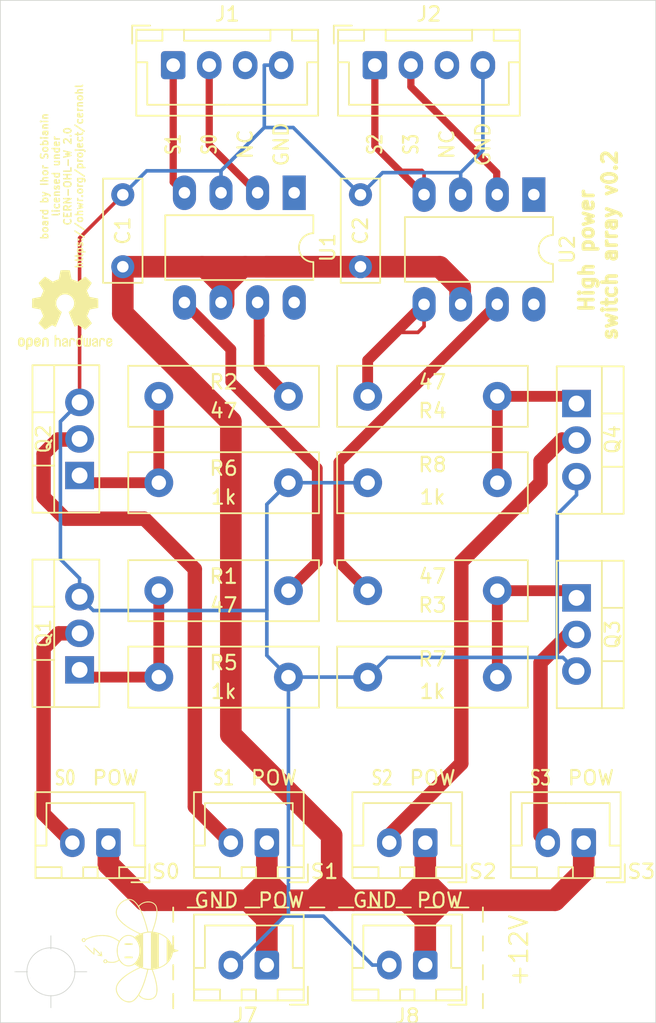
<source format=kicad_pcb>
(kicad_pcb (version 20171130) (host pcbnew "(5.1.12)-1")

  (general
    (thickness 1.6)
    (drawings 55)
    (tracks 186)
    (zones 0)
    (modules 30)
    (nets 21)
  )

  (page A4)
  (layers
    (0 F.Cu signal)
    (31 B.Cu signal)
    (32 B.Adhes user hide)
    (33 F.Adhes user hide)
    (34 B.Paste user hide)
    (35 F.Paste user hide)
    (36 B.SilkS user hide)
    (37 F.SilkS user hide)
    (38 B.Mask user hide)
    (39 F.Mask user hide)
    (40 Dwgs.User user hide)
    (41 Cmts.User user hide)
    (42 Eco1.User user hide)
    (43 Eco2.User user hide)
    (44 Edge.Cuts user)
    (45 Margin user hide)
    (46 B.CrtYd user hide)
    (47 F.CrtYd user hide)
    (48 B.Fab user hide)
    (49 F.Fab user hide)
  )

  (setup
    (last_trace_width 0.25)
    (user_trace_width 0.5)
    (user_trace_width 1)
    (trace_clearance 0.2)
    (zone_clearance 0.5)
    (zone_45_only no)
    (trace_min 0.2)
    (via_size 0.8)
    (via_drill 0.4)
    (via_min_size 0.4)
    (via_min_drill 0.3)
    (uvia_size 0.3)
    (uvia_drill 0.1)
    (uvias_allowed no)
    (uvia_min_size 0.2)
    (uvia_min_drill 0.1)
    (edge_width 0.05)
    (segment_width 0.2)
    (pcb_text_width 0.3)
    (pcb_text_size 1.5 1.5)
    (mod_edge_width 0.12)
    (mod_text_size 1 1)
    (mod_text_width 0.15)
    (pad_size 1.6 1.6)
    (pad_drill 0.8)
    (pad_to_mask_clearance 0)
    (aux_axis_origin 127.5 78.5)
    (visible_elements 7FFFFF7F)
    (pcbplotparams
      (layerselection 0x3ffff_ffffffff)
      (usegerberextensions false)
      (usegerberattributes false)
      (usegerberadvancedattributes false)
      (creategerberjobfile false)
      (excludeedgelayer true)
      (linewidth 0.100000)
      (plotframeref false)
      (viasonmask false)
      (mode 1)
      (useauxorigin false)
      (hpglpennumber 1)
      (hpglpenspeed 20)
      (hpglpendiameter 15.000000)
      (psnegative false)
      (psa4output false)
      (plotreference true)
      (plotvalue true)
      (plotinvisibletext false)
      (padsonsilk false)
      (subtractmaskfromsilk false)
      (outputformat 1)
      (mirror false)
      (drillshape 0)
      (scaleselection 1)
      (outputdirectory "gerber/"))
  )

  (net 0 "")
  (net 1 GND)
  (net 2 "Net-(J3-Pad2)")
  (net 3 +12V)
  (net 4 "Net-(J4-Pad2)")
  (net 5 "Net-(J5-Pad2)")
  (net 6 "Net-(J6-Pad2)")
  (net 7 "Net-(J2-Pad3)")
  (net 8 "Net-(J1-Pad3)")
  (net 9 "Net-(Q1-Pad1)")
  (net 10 "Net-(Q2-Pad1)")
  (net 11 "Net-(Q3-Pad1)")
  (net 12 "Net-(Q4-Pad1)")
  (net 13 "Net-(R1-Pad1)")
  (net 14 "Net-(R2-Pad1)")
  (net 15 "Net-(R3-Pad1)")
  (net 16 "Net-(R4-Pad1)")
  (net 17 IN_0)
  (net 18 IN_1)
  (net 19 IN_2)
  (net 20 IN_3)

  (net_class Default "This is the default net class."
    (clearance 0.2)
    (trace_width 0.25)
    (via_dia 0.8)
    (via_drill 0.4)
    (uvia_dia 0.3)
    (uvia_drill 0.1)
    (add_net +12V)
    (add_net GND)
    (add_net IN_0)
    (add_net IN_1)
    (add_net IN_2)
    (add_net IN_3)
    (add_net "Net-(J1-Pad3)")
    (add_net "Net-(J2-Pad3)")
    (add_net "Net-(J3-Pad2)")
    (add_net "Net-(J4-Pad2)")
    (add_net "Net-(J5-Pad2)")
    (add_net "Net-(J6-Pad2)")
    (add_net "Net-(Q1-Pad1)")
    (add_net "Net-(Q2-Pad1)")
    (add_net "Net-(Q3-Pad1)")
    (add_net "Net-(Q4-Pad1)")
    (add_net "Net-(R1-Pad1)")
    (add_net "Net-(R2-Pad1)")
    (add_net "Net-(R3-Pad1)")
    (add_net "Net-(R4-Pad1)")
  )

  (module Package_DIP:DIP-8_W7.62mm_LongPads (layer F.Cu) (tedit 5A02E8C5) (tstamp 61E4FEAC)
    (at 144.399 46.863 270)
    (descr "8-lead though-hole mounted DIP package, row spacing 7.62 mm (300 mils), LongPads")
    (tags "THT DIP DIL PDIP 2.54mm 7.62mm 300mil LongPads")
    (path /61E6087B)
    (fp_text reference U1 (at 3.81 -2.33 90) (layer F.SilkS)
      (effects (font (size 1 1) (thickness 0.15)))
    )
    (fp_text value TC4427CPA (at 3.81 9.95 90) (layer F.Fab)
      (effects (font (size 1 1) (thickness 0.15)))
    )
    (fp_line (start 1.635 -1.27) (end 6.985 -1.27) (layer F.Fab) (width 0.1))
    (fp_line (start 6.985 -1.27) (end 6.985 8.89) (layer F.Fab) (width 0.1))
    (fp_line (start 6.985 8.89) (end 0.635 8.89) (layer F.Fab) (width 0.1))
    (fp_line (start 0.635 8.89) (end 0.635 -0.27) (layer F.Fab) (width 0.1))
    (fp_line (start 0.635 -0.27) (end 1.635 -1.27) (layer F.Fab) (width 0.1))
    (fp_line (start 2.81 -1.33) (end 1.56 -1.33) (layer F.SilkS) (width 0.12))
    (fp_line (start 1.56 -1.33) (end 1.56 8.95) (layer F.SilkS) (width 0.12))
    (fp_line (start 1.56 8.95) (end 6.06 8.95) (layer F.SilkS) (width 0.12))
    (fp_line (start 6.06 8.95) (end 6.06 -1.33) (layer F.SilkS) (width 0.12))
    (fp_line (start 6.06 -1.33) (end 4.81 -1.33) (layer F.SilkS) (width 0.12))
    (fp_line (start -1.45 -1.55) (end -1.45 9.15) (layer F.CrtYd) (width 0.05))
    (fp_line (start -1.45 9.15) (end 9.1 9.15) (layer F.CrtYd) (width 0.05))
    (fp_line (start 9.1 9.15) (end 9.1 -1.55) (layer F.CrtYd) (width 0.05))
    (fp_line (start 9.1 -1.55) (end -1.45 -1.55) (layer F.CrtYd) (width 0.05))
    (fp_text user %R (at 3.81 3.81 90) (layer F.Fab)
      (effects (font (size 1 1) (thickness 0.15)))
    )
    (fp_arc (start 3.81 -1.33) (end 2.81 -1.33) (angle -180) (layer F.SilkS) (width 0.12))
    (pad 8 thru_hole oval (at 7.62 0 270) (size 2.4 1.6) (drill 0.8) (layers *.Cu *.Mask))
    (pad 4 thru_hole oval (at 0 7.62 270) (size 2.4 1.6) (drill 0.8) (layers *.Cu *.Mask)
      (net 18 IN_1))
    (pad 7 thru_hole oval (at 7.62 2.54 270) (size 2.4 1.6) (drill 0.8) (layers *.Cu *.Mask)
      (net 14 "Net-(R2-Pad1)"))
    (pad 3 thru_hole oval (at 0 5.08 270) (size 2.4 1.6) (drill 0.8) (layers *.Cu *.Mask)
      (net 1 GND))
    (pad 6 thru_hole oval (at 7.62 5.08 270) (size 2.4 1.6) (drill 0.8) (layers *.Cu *.Mask)
      (net 3 +12V))
    (pad 2 thru_hole oval (at 0 2.54 270) (size 2.4 1.6) (drill 0.8) (layers *.Cu *.Mask)
      (net 17 IN_0))
    (pad 5 thru_hole oval (at 7.62 7.62 270) (size 2.4 1.6) (drill 0.8) (layers *.Cu *.Mask)
      (net 13 "Net-(R1-Pad1)"))
    (pad 1 thru_hole rect (at 0 0 270) (size 2.4 1.6) (drill 0.8) (layers *.Cu *.Mask))
    (model ${KISYS3DMOD}/Package_DIP.3dshapes/DIP-8_W7.62mm.wrl
      (at (xyz 0 0 0))
      (scale (xyz 1 1 1))
      (rotate (xyz 0 0 0))
    )
  )

  (module Package_DIP:DIP-8_W7.62mm_LongPads (layer F.Cu) (tedit 5A02E8C5) (tstamp 61E4FEC8)
    (at 161.036 46.99 270)
    (descr "8-lead though-hole mounted DIP package, row spacing 7.62 mm (300 mils), LongPads")
    (tags "THT DIP DIL PDIP 2.54mm 7.62mm 300mil LongPads")
    (path /61E5ABF7)
    (fp_text reference U2 (at 3.81 -2.33 90) (layer F.SilkS)
      (effects (font (size 1 1) (thickness 0.15)))
    )
    (fp_text value TC4427CPA (at 3.81 9.95 90) (layer F.Fab)
      (effects (font (size 1 1) (thickness 0.15)))
    )
    (fp_line (start 1.635 -1.27) (end 6.985 -1.27) (layer F.Fab) (width 0.1))
    (fp_line (start 6.985 -1.27) (end 6.985 8.89) (layer F.Fab) (width 0.1))
    (fp_line (start 6.985 8.89) (end 0.635 8.89) (layer F.Fab) (width 0.1))
    (fp_line (start 0.635 8.89) (end 0.635 -0.27) (layer F.Fab) (width 0.1))
    (fp_line (start 0.635 -0.27) (end 1.635 -1.27) (layer F.Fab) (width 0.1))
    (fp_line (start 2.81 -1.33) (end 1.56 -1.33) (layer F.SilkS) (width 0.12))
    (fp_line (start 1.56 -1.33) (end 1.56 8.95) (layer F.SilkS) (width 0.12))
    (fp_line (start 1.56 8.95) (end 6.06 8.95) (layer F.SilkS) (width 0.12))
    (fp_line (start 6.06 8.95) (end 6.06 -1.33) (layer F.SilkS) (width 0.12))
    (fp_line (start 6.06 -1.33) (end 4.81 -1.33) (layer F.SilkS) (width 0.12))
    (fp_line (start -1.45 -1.55) (end -1.45 9.15) (layer F.CrtYd) (width 0.05))
    (fp_line (start -1.45 9.15) (end 9.1 9.15) (layer F.CrtYd) (width 0.05))
    (fp_line (start 9.1 9.15) (end 9.1 -1.55) (layer F.CrtYd) (width 0.05))
    (fp_line (start 9.1 -1.55) (end -1.45 -1.55) (layer F.CrtYd) (width 0.05))
    (fp_text user %R (at 3.81 3.81 90) (layer F.Fab)
      (effects (font (size 1 1) (thickness 0.15)))
    )
    (fp_arc (start 3.81 -1.33) (end 2.81 -1.33) (angle -180) (layer F.SilkS) (width 0.12))
    (pad 8 thru_hole oval (at 7.62 0 270) (size 2.4 1.6) (drill 0.8) (layers *.Cu *.Mask))
    (pad 4 thru_hole oval (at 0 7.62 270) (size 2.4 1.6) (drill 0.8) (layers *.Cu *.Mask)
      (net 20 IN_3))
    (pad 7 thru_hole oval (at 7.62 2.54 270) (size 2.4 1.6) (drill 0.8) (layers *.Cu *.Mask)
      (net 15 "Net-(R3-Pad1)"))
    (pad 3 thru_hole oval (at 0 5.08 270) (size 2.4 1.6) (drill 0.8) (layers *.Cu *.Mask)
      (net 1 GND))
    (pad 6 thru_hole oval (at 7.62 5.08 270) (size 2.4 1.6) (drill 0.8) (layers *.Cu *.Mask)
      (net 3 +12V))
    (pad 2 thru_hole oval (at 0 2.54 270) (size 2.4 1.6) (drill 0.8) (layers *.Cu *.Mask)
      (net 19 IN_2))
    (pad 5 thru_hole oval (at 7.62 7.62 270) (size 2.4 1.6) (drill 0.8) (layers *.Cu *.Mask)
      (net 16 "Net-(R4-Pad1)"))
    (pad 1 thru_hole rect (at 0 0 270) (size 2.4 1.6) (drill 0.8) (layers *.Cu *.Mask))
    (model ${KISYS3DMOD}/Package_DIP.3dshapes/DIP-8_W7.62mm.wrl
      (at (xyz 0 0 0))
      (scale (xyz 1 1 1))
      (rotate (xyz 0 0 0))
    )
  )

  (module Resistor_THT:R_Box_L13.0mm_W4.0mm_P9.00mm (layer F.Cu) (tedit 5AE5139B) (tstamp 5E23B4B3)
    (at 144 74.5 180)
    (descr "Resistor, Box series, Radial, pin pitch=9.00mm, 2W, length*width=13.0*4.0mm^2, http://www.produktinfo.conrad.com/datenblaetter/425000-449999/443860-da-01-de-METALLBAND_WIDERSTAND_0_1_OHM_5W_5Pr.pdf")
    (tags "Resistor Box series Radial pin pitch 9.00mm 2W length 13.0mm width 4.0mm")
    (path /5E23F4EA)
    (fp_text reference R1 (at 4.5 1 180) (layer F.SilkS)
      (effects (font (size 1 1) (thickness 0.15)))
    )
    (fp_text value 47 (at 4.5 -1) (layer F.SilkS)
      (effects (font (size 1 1) (thickness 0.15)))
    )
    (fp_line (start -2 -2) (end -2 2) (layer F.Fab) (width 0.1))
    (fp_line (start -2 2) (end 11 2) (layer F.Fab) (width 0.1))
    (fp_line (start 11 2) (end 11 -2) (layer F.Fab) (width 0.1))
    (fp_line (start 11 -2) (end -2 -2) (layer F.Fab) (width 0.1))
    (fp_line (start -2.12 -2.12) (end 11.12 -2.12) (layer F.SilkS) (width 0.12))
    (fp_line (start -2.12 2.12) (end 11.12 2.12) (layer F.SilkS) (width 0.12))
    (fp_line (start -2.12 -2.12) (end -2.12 2.12) (layer F.SilkS) (width 0.12))
    (fp_line (start 11.12 -2.12) (end 11.12 2.12) (layer F.SilkS) (width 0.12))
    (fp_line (start -2.25 -2.25) (end -2.25 2.25) (layer F.CrtYd) (width 0.05))
    (fp_line (start -2.25 2.25) (end 11.25 2.25) (layer F.CrtYd) (width 0.05))
    (fp_line (start 11.25 2.25) (end 11.25 -2.25) (layer F.CrtYd) (width 0.05))
    (fp_line (start 11.25 -2.25) (end -2.25 -2.25) (layer F.CrtYd) (width 0.05))
    (fp_text user %R (at 4.5 1) (layer F.Fab)
      (effects (font (size 1 1) (thickness 0.15)))
    )
    (pad 1 thru_hole circle (at 0 0 180) (size 2 2) (drill 1) (layers *.Cu *.Mask)
      (net 13 "Net-(R1-Pad1)"))
    (pad 2 thru_hole circle (at 9 0 180) (size 2 2) (drill 1) (layers *.Cu *.Mask)
      (net 9 "Net-(Q1-Pad1)"))
    (model ${KISYS3DMOD}/Resistor_THT.3dshapes/R_Box_L13.0mm_W4.0mm_P9.00mm.wrl
      (at (xyz 0 0 0))
      (scale (xyz 1 1 1))
      (rotate (xyz 0 0 0))
    )
  )

  (module Capacitor_THT:C_Disc_D7.0mm_W2.5mm_P5.00mm (layer F.Cu) (tedit 5AE50EF0) (tstamp 5FDDF0DA)
    (at 149 52 90)
    (descr "C, Disc series, Radial, pin pitch=5.00mm, , diameter*width=7*2.5mm^2, Capacitor, http://cdn-reichelt.de/documents/datenblatt/B300/DS_KERKO_TC.pdf")
    (tags "C Disc series Radial pin pitch 5.00mm  diameter 7mm width 2.5mm Capacitor")
    (path /5FDE1C48)
    (fp_text reference C2 (at 2.5 0 90) (layer F.SilkS)
      (effects (font (size 1 1) (thickness 0.15)))
    )
    (fp_text value 100nF (at 2.5 2.5 90) (layer F.Fab)
      (effects (font (size 1 1) (thickness 0.15)))
    )
    (fp_line (start -1 -1.25) (end -1 1.25) (layer F.Fab) (width 0.1))
    (fp_line (start -1 1.25) (end 6 1.25) (layer F.Fab) (width 0.1))
    (fp_line (start 6 1.25) (end 6 -1.25) (layer F.Fab) (width 0.1))
    (fp_line (start 6 -1.25) (end -1 -1.25) (layer F.Fab) (width 0.1))
    (fp_line (start -1.12 -1.37) (end 6.12 -1.37) (layer F.SilkS) (width 0.12))
    (fp_line (start -1.12 1.37) (end 6.12 1.37) (layer F.SilkS) (width 0.12))
    (fp_line (start -1.12 -1.37) (end -1.12 1.37) (layer F.SilkS) (width 0.12))
    (fp_line (start 6.12 -1.37) (end 6.12 1.37) (layer F.SilkS) (width 0.12))
    (fp_line (start -1.25 -1.5) (end -1.25 1.5) (layer F.CrtYd) (width 0.05))
    (fp_line (start -1.25 1.5) (end 6.25 1.5) (layer F.CrtYd) (width 0.05))
    (fp_line (start 6.25 1.5) (end 6.25 -1.5) (layer F.CrtYd) (width 0.05))
    (fp_line (start 6.25 -1.5) (end -1.25 -1.5) (layer F.CrtYd) (width 0.05))
    (fp_text user %R (at 2.5 0 90) (layer F.Fab)
      (effects (font (size 1 1) (thickness 0.15)))
    )
    (pad 2 thru_hole circle (at 5 0 90) (size 1.6 1.6) (drill 0.8) (layers *.Cu *.Mask)
      (net 1 GND))
    (pad 1 thru_hole circle (at 0 0 90) (size 1.6 1.6) (drill 0.8) (layers *.Cu *.Mask)
      (net 3 +12V))
    (model ${KISYS3DMOD}/Capacitor_THT.3dshapes/C_Disc_D7.0mm_W2.5mm_P5.00mm.wrl
      (at (xyz 0 0 0))
      (scale (xyz 1 1 1))
      (rotate (xyz 0 0 0))
    )
  )

  (module Resistor_THT:R_Box_L13.0mm_W4.0mm_P9.00mm (layer F.Cu) (tedit 5AE5139B) (tstamp 5FDDF45E)
    (at 149.5 67)
    (descr "Resistor, Box series, Radial, pin pitch=9.00mm, 2W, length*width=13.0*4.0mm^2, http://www.produktinfo.conrad.com/datenblaetter/425000-449999/443860-da-01-de-METALLBAND_WIDERSTAND_0_1_OHM_5W_5Pr.pdf")
    (tags "Resistor Box series Radial pin pitch 9.00mm 2W length 13.0mm width 4.0mm")
    (path /5FE7443D)
    (fp_text reference R8 (at 4.5 -1.25) (layer F.SilkS)
      (effects (font (size 1 1) (thickness 0.15)))
    )
    (fp_text value 1k (at 4.5 1) (layer F.SilkS)
      (effects (font (size 1 1) (thickness 0.15)))
    )
    (fp_line (start -2 -2) (end -2 2) (layer F.Fab) (width 0.1))
    (fp_line (start -2 2) (end 11 2) (layer F.Fab) (width 0.1))
    (fp_line (start 11 2) (end 11 -2) (layer F.Fab) (width 0.1))
    (fp_line (start 11 -2) (end -2 -2) (layer F.Fab) (width 0.1))
    (fp_line (start -2.12 -2.12) (end 11.12 -2.12) (layer F.SilkS) (width 0.12))
    (fp_line (start -2.12 2.12) (end 11.12 2.12) (layer F.SilkS) (width 0.12))
    (fp_line (start -2.12 -2.12) (end -2.12 2.12) (layer F.SilkS) (width 0.12))
    (fp_line (start 11.12 -2.12) (end 11.12 2.12) (layer F.SilkS) (width 0.12))
    (fp_line (start -2.25 -2.25) (end -2.25 2.25) (layer F.CrtYd) (width 0.05))
    (fp_line (start -2.25 2.25) (end 11.25 2.25) (layer F.CrtYd) (width 0.05))
    (fp_line (start 11.25 2.25) (end 11.25 -2.25) (layer F.CrtYd) (width 0.05))
    (fp_line (start 11.25 -2.25) (end -2.25 -2.25) (layer F.CrtYd) (width 0.05))
    (fp_text user %R (at 4.5 0) (layer F.Fab)
      (effects (font (size 1 1) (thickness 0.15)))
    )
    (pad 2 thru_hole circle (at 9 0) (size 2 2) (drill 1) (layers *.Cu *.Mask)
      (net 12 "Net-(Q4-Pad1)"))
    (pad 1 thru_hole circle (at 0 0) (size 2 2) (drill 1) (layers *.Cu *.Mask)
      (net 1 GND))
    (model ${KISYS3DMOD}/Resistor_THT.3dshapes/R_Box_L13.0mm_W4.0mm_P9.00mm.wrl
      (at (xyz 0 0 0))
      (scale (xyz 1 1 1))
      (rotate (xyz 0 0 0))
    )
  )

  (module Capacitor_THT:C_Disc_D7.0mm_W2.5mm_P5.00mm (layer F.Cu) (tedit 5AE50EF0) (tstamp 5FDDF0C7)
    (at 132.5 52 90)
    (descr "C, Disc series, Radial, pin pitch=5.00mm, , diameter*width=7*2.5mm^2, Capacitor, http://cdn-reichelt.de/documents/datenblatt/B300/DS_KERKO_TC.pdf")
    (tags "C Disc series Radial pin pitch 5.00mm  diameter 7mm width 2.5mm Capacitor")
    (path /5FDB496D)
    (fp_text reference C1 (at 2.5 0 90) (layer F.SilkS)
      (effects (font (size 1 1) (thickness 0.15)))
    )
    (fp_text value 100nF (at 2.5 2.5 90) (layer F.Fab)
      (effects (font (size 1 1) (thickness 0.15)))
    )
    (fp_line (start -1 -1.25) (end -1 1.25) (layer F.Fab) (width 0.1))
    (fp_line (start -1 1.25) (end 6 1.25) (layer F.Fab) (width 0.1))
    (fp_line (start 6 1.25) (end 6 -1.25) (layer F.Fab) (width 0.1))
    (fp_line (start 6 -1.25) (end -1 -1.25) (layer F.Fab) (width 0.1))
    (fp_line (start -1.12 -1.37) (end 6.12 -1.37) (layer F.SilkS) (width 0.12))
    (fp_line (start -1.12 1.37) (end 6.12 1.37) (layer F.SilkS) (width 0.12))
    (fp_line (start -1.12 -1.37) (end -1.12 1.37) (layer F.SilkS) (width 0.12))
    (fp_line (start 6.12 -1.37) (end 6.12 1.37) (layer F.SilkS) (width 0.12))
    (fp_line (start -1.25 -1.5) (end -1.25 1.5) (layer F.CrtYd) (width 0.05))
    (fp_line (start -1.25 1.5) (end 6.25 1.5) (layer F.CrtYd) (width 0.05))
    (fp_line (start 6.25 1.5) (end 6.25 -1.5) (layer F.CrtYd) (width 0.05))
    (fp_line (start 6.25 -1.5) (end -1.25 -1.5) (layer F.CrtYd) (width 0.05))
    (fp_text user %R (at 2.5 0 90) (layer F.Fab)
      (effects (font (size 1 1) (thickness 0.15)))
    )
    (pad 2 thru_hole circle (at 5 0 90) (size 1.6 1.6) (drill 0.8) (layers *.Cu *.Mask)
      (net 1 GND))
    (pad 1 thru_hole circle (at 0 0 90) (size 1.6 1.6) (drill 0.8) (layers *.Cu *.Mask)
      (net 3 +12V))
    (model ${KISYS3DMOD}/Capacitor_THT.3dshapes/C_Disc_D7.0mm_W2.5mm_P5.00mm.wrl
      (at (xyz 0 0 0))
      (scale (xyz 1 1 1))
      (rotate (xyz 0 0 0))
    )
  )

  (module Package_TO_SOT_THT:TO-220-3_Vertical (layer F.Cu) (tedit 5AC8BA0D) (tstamp 5FDDF3B0)
    (at 164 75 270)
    (descr "TO-220-3, Vertical, RM 2.54mm, see https://www.vishay.com/docs/66542/to-220-1.pdf")
    (tags "TO-220-3 Vertical RM 2.54mm")
    (path /5FD7C615)
    (fp_text reference Q3 (at 2.54 -2.5 90) (layer F.SilkS)
      (effects (font (size 1 1) (thickness 0.15)))
    )
    (fp_text value IRLZ44N (at 2.54 2.5 90) (layer F.Fab)
      (effects (font (size 1 1) (thickness 0.15)))
    )
    (fp_line (start -2.46 -3.15) (end -2.46 1.25) (layer F.Fab) (width 0.1))
    (fp_line (start -2.46 1.25) (end 7.54 1.25) (layer F.Fab) (width 0.1))
    (fp_line (start 7.54 1.25) (end 7.54 -3.15) (layer F.Fab) (width 0.1))
    (fp_line (start 7.54 -3.15) (end -2.46 -3.15) (layer F.Fab) (width 0.1))
    (fp_line (start -2.46 -1.88) (end 7.54 -1.88) (layer F.Fab) (width 0.1))
    (fp_line (start 0.69 -3.15) (end 0.69 -1.88) (layer F.Fab) (width 0.1))
    (fp_line (start 4.39 -3.15) (end 4.39 -1.88) (layer F.Fab) (width 0.1))
    (fp_line (start -2.58 -3.27) (end 7.66 -3.27) (layer F.SilkS) (width 0.12))
    (fp_line (start -2.58 1.371) (end 7.66 1.371) (layer F.SilkS) (width 0.12))
    (fp_line (start -2.58 -3.27) (end -2.58 1.371) (layer F.SilkS) (width 0.12))
    (fp_line (start 7.66 -3.27) (end 7.66 1.371) (layer F.SilkS) (width 0.12))
    (fp_line (start -2.58 -1.76) (end 7.66 -1.76) (layer F.SilkS) (width 0.12))
    (fp_line (start 0.69 -3.27) (end 0.69 -1.76) (layer F.SilkS) (width 0.12))
    (fp_line (start 4.391 -3.27) (end 4.391 -1.76) (layer F.SilkS) (width 0.12))
    (fp_line (start -2.71 -3.4) (end -2.71 1.51) (layer F.CrtYd) (width 0.05))
    (fp_line (start -2.71 1.51) (end 7.79 1.51) (layer F.CrtYd) (width 0.05))
    (fp_line (start 7.79 1.51) (end 7.79 -3.4) (layer F.CrtYd) (width 0.05))
    (fp_line (start 7.79 -3.4) (end -2.71 -3.4) (layer F.CrtYd) (width 0.05))
    (fp_text user %R (at 2.54 -4.27 90) (layer F.Fab)
      (effects (font (size 1 1) (thickness 0.15)))
    )
    (pad 3 thru_hole oval (at 5.08 0 270) (size 1.905 2) (drill 1.1) (layers *.Cu *.Mask)
      (net 1 GND))
    (pad 2 thru_hole oval (at 2.54 0 270) (size 1.905 2) (drill 1.1) (layers *.Cu *.Mask)
      (net 6 "Net-(J6-Pad2)"))
    (pad 1 thru_hole rect (at 0 0 270) (size 1.905 2) (drill 1.1) (layers *.Cu *.Mask)
      (net 11 "Net-(Q3-Pad1)"))
    (model ${KISYS3DMOD}/Package_TO_SOT_THT.3dshapes/TO-220-3_Vertical.wrl
      (at (xyz 0 0 0))
      (scale (xyz 1 1 1))
      (rotate (xyz 0 0 0))
    )
  )

  (module Resistor_THT:R_Box_L13.0mm_W4.0mm_P9.00mm (layer F.Cu) (tedit 5AE5139B) (tstamp 5FDDF438)
    (at 144 67 180)
    (descr "Resistor, Box series, Radial, pin pitch=9.00mm, 2W, length*width=13.0*4.0mm^2, http://www.produktinfo.conrad.com/datenblaetter/425000-449999/443860-da-01-de-METALLBAND_WIDERSTAND_0_1_OHM_5W_5Pr.pdf")
    (tags "Resistor Box series Radial pin pitch 9.00mm 2W length 13.0mm width 4.0mm")
    (path /5FE47E10)
    (fp_text reference R6 (at 4.5 1) (layer F.SilkS)
      (effects (font (size 1 1) (thickness 0.15)))
    )
    (fp_text value 1k (at 4.5 -1) (layer F.SilkS)
      (effects (font (size 1 1) (thickness 0.15)))
    )
    (fp_line (start -2 -2) (end -2 2) (layer F.Fab) (width 0.1))
    (fp_line (start -2 2) (end 11 2) (layer F.Fab) (width 0.1))
    (fp_line (start 11 2) (end 11 -2) (layer F.Fab) (width 0.1))
    (fp_line (start 11 -2) (end -2 -2) (layer F.Fab) (width 0.1))
    (fp_line (start -2.12 -2.12) (end 11.12 -2.12) (layer F.SilkS) (width 0.12))
    (fp_line (start -2.12 2.12) (end 11.12 2.12) (layer F.SilkS) (width 0.12))
    (fp_line (start -2.12 -2.12) (end -2.12 2.12) (layer F.SilkS) (width 0.12))
    (fp_line (start 11.12 -2.12) (end 11.12 2.12) (layer F.SilkS) (width 0.12))
    (fp_line (start -2.25 -2.25) (end -2.25 2.25) (layer F.CrtYd) (width 0.05))
    (fp_line (start -2.25 2.25) (end 11.25 2.25) (layer F.CrtYd) (width 0.05))
    (fp_line (start 11.25 2.25) (end 11.25 -2.25) (layer F.CrtYd) (width 0.05))
    (fp_line (start 11.25 -2.25) (end -2.25 -2.25) (layer F.CrtYd) (width 0.05))
    (fp_text user %R (at 4.5 0) (layer F.Fab)
      (effects (font (size 1 1) (thickness 0.15)))
    )
    (pad 2 thru_hole circle (at 9 0 180) (size 2 2) (drill 1) (layers *.Cu *.Mask)
      (net 10 "Net-(Q2-Pad1)"))
    (pad 1 thru_hole circle (at 0 0 180) (size 2 2) (drill 1) (layers *.Cu *.Mask)
      (net 1 GND))
    (model ${KISYS3DMOD}/Resistor_THT.3dshapes/R_Box_L13.0mm_W4.0mm_P9.00mm.wrl
      (at (xyz 0 0 0))
      (scale (xyz 1 1 1))
      (rotate (xyz 0 0 0))
    )
  )

  (module Resistor_THT:R_Box_L13.0mm_W4.0mm_P9.00mm (layer F.Cu) (tedit 5AE5139B) (tstamp 5FDDF44B)
    (at 149.5 80.5)
    (descr "Resistor, Box series, Radial, pin pitch=9.00mm, 2W, length*width=13.0*4.0mm^2, http://www.produktinfo.conrad.com/datenblaetter/425000-449999/443860-da-01-de-METALLBAND_WIDERSTAND_0_1_OHM_5W_5Pr.pdf")
    (tags "Resistor Box series Radial pin pitch 9.00mm 2W length 13.0mm width 4.0mm")
    (path /5FE7F9C3)
    (fp_text reference R7 (at 4.5 -1.25) (layer F.SilkS)
      (effects (font (size 1 1) (thickness 0.15)))
    )
    (fp_text value 1k (at 4.5 1) (layer F.SilkS)
      (effects (font (size 1 1) (thickness 0.15)))
    )
    (fp_line (start -2 -2) (end -2 2) (layer F.Fab) (width 0.1))
    (fp_line (start -2 2) (end 11 2) (layer F.Fab) (width 0.1))
    (fp_line (start 11 2) (end 11 -2) (layer F.Fab) (width 0.1))
    (fp_line (start 11 -2) (end -2 -2) (layer F.Fab) (width 0.1))
    (fp_line (start -2.12 -2.12) (end 11.12 -2.12) (layer F.SilkS) (width 0.12))
    (fp_line (start -2.12 2.12) (end 11.12 2.12) (layer F.SilkS) (width 0.12))
    (fp_line (start -2.12 -2.12) (end -2.12 2.12) (layer F.SilkS) (width 0.12))
    (fp_line (start 11.12 -2.12) (end 11.12 2.12) (layer F.SilkS) (width 0.12))
    (fp_line (start -2.25 -2.25) (end -2.25 2.25) (layer F.CrtYd) (width 0.05))
    (fp_line (start -2.25 2.25) (end 11.25 2.25) (layer F.CrtYd) (width 0.05))
    (fp_line (start 11.25 2.25) (end 11.25 -2.25) (layer F.CrtYd) (width 0.05))
    (fp_line (start 11.25 -2.25) (end -2.25 -2.25) (layer F.CrtYd) (width 0.05))
    (fp_text user %R (at 4.5 0) (layer F.Fab)
      (effects (font (size 1 1) (thickness 0.15)))
    )
    (pad 2 thru_hole circle (at 9 0) (size 2 2) (drill 1) (layers *.Cu *.Mask)
      (net 11 "Net-(Q3-Pad1)"))
    (pad 1 thru_hole circle (at 0 0) (size 2 2) (drill 1) (layers *.Cu *.Mask)
      (net 1 GND))
    (model ${KISYS3DMOD}/Resistor_THT.3dshapes/R_Box_L13.0mm_W4.0mm_P9.00mm.wrl
      (at (xyz 0 0 0))
      (scale (xyz 1 1 1))
      (rotate (xyz 0 0 0))
    )
  )

  (module Resistor_THT:R_Box_L13.0mm_W4.0mm_P9.00mm (layer F.Cu) (tedit 5AE5139B) (tstamp 5FDDF425)
    (at 144 80.5 180)
    (descr "Resistor, Box series, Radial, pin pitch=9.00mm, 2W, length*width=13.0*4.0mm^2, http://www.produktinfo.conrad.com/datenblaetter/425000-449999/443860-da-01-de-METALLBAND_WIDERSTAND_0_1_OHM_5W_5Pr.pdf")
    (tags "Resistor Box series Radial pin pitch 9.00mm 2W length 13.0mm width 4.0mm")
    (path /5FE28E5A)
    (fp_text reference R5 (at 4.5 1) (layer F.SilkS)
      (effects (font (size 1 1) (thickness 0.15)))
    )
    (fp_text value 1k (at 4.5 -1) (layer F.SilkS)
      (effects (font (size 1 1) (thickness 0.15)))
    )
    (fp_line (start -2 -2) (end -2 2) (layer F.Fab) (width 0.1))
    (fp_line (start -2 2) (end 11 2) (layer F.Fab) (width 0.1))
    (fp_line (start 11 2) (end 11 -2) (layer F.Fab) (width 0.1))
    (fp_line (start 11 -2) (end -2 -2) (layer F.Fab) (width 0.1))
    (fp_line (start -2.12 -2.12) (end 11.12 -2.12) (layer F.SilkS) (width 0.12))
    (fp_line (start -2.12 2.12) (end 11.12 2.12) (layer F.SilkS) (width 0.12))
    (fp_line (start -2.12 -2.12) (end -2.12 2.12) (layer F.SilkS) (width 0.12))
    (fp_line (start 11.12 -2.12) (end 11.12 2.12) (layer F.SilkS) (width 0.12))
    (fp_line (start -2.25 -2.25) (end -2.25 2.25) (layer F.CrtYd) (width 0.05))
    (fp_line (start -2.25 2.25) (end 11.25 2.25) (layer F.CrtYd) (width 0.05))
    (fp_line (start 11.25 2.25) (end 11.25 -2.25) (layer F.CrtYd) (width 0.05))
    (fp_line (start 11.25 -2.25) (end -2.25 -2.25) (layer F.CrtYd) (width 0.05))
    (fp_text user %R (at 4.5 0) (layer F.Fab)
      (effects (font (size 1 1) (thickness 0.15)))
    )
    (pad 2 thru_hole circle (at 9 0 180) (size 2 2) (drill 1) (layers *.Cu *.Mask)
      (net 9 "Net-(Q1-Pad1)"))
    (pad 1 thru_hole circle (at 0 0 180) (size 2 2) (drill 1) (layers *.Cu *.Mask)
      (net 1 GND))
    (model ${KISYS3DMOD}/Resistor_THT.3dshapes/R_Box_L13.0mm_W4.0mm_P9.00mm.wrl
      (at (xyz 0 0 0))
      (scale (xyz 1 1 1))
      (rotate (xyz 0 0 0))
    )
  )

  (module Package_TO_SOT_THT:TO-220-3_Vertical (layer F.Cu) (tedit 5AC8BA0D) (tstamp 5FDDF3CA)
    (at 164 61.5 270)
    (descr "TO-220-3, Vertical, RM 2.54mm, see https://www.vishay.com/docs/66542/to-220-1.pdf")
    (tags "TO-220-3 Vertical RM 2.54mm")
    (path /5FD86FEA)
    (fp_text reference Q4 (at 2.5 -2.5 90) (layer F.SilkS)
      (effects (font (size 1 1) (thickness 0.15)))
    )
    (fp_text value IRLZ44N (at 2.54 2.5 90) (layer F.Fab)
      (effects (font (size 1 1) (thickness 0.15)))
    )
    (fp_line (start -2.46 -3.15) (end -2.46 1.25) (layer F.Fab) (width 0.1))
    (fp_line (start -2.46 1.25) (end 7.54 1.25) (layer F.Fab) (width 0.1))
    (fp_line (start 7.54 1.25) (end 7.54 -3.15) (layer F.Fab) (width 0.1))
    (fp_line (start 7.54 -3.15) (end -2.46 -3.15) (layer F.Fab) (width 0.1))
    (fp_line (start -2.46 -1.88) (end 7.54 -1.88) (layer F.Fab) (width 0.1))
    (fp_line (start 0.69 -3.15) (end 0.69 -1.88) (layer F.Fab) (width 0.1))
    (fp_line (start 4.39 -3.15) (end 4.39 -1.88) (layer F.Fab) (width 0.1))
    (fp_line (start -2.58 -3.27) (end 7.66 -3.27) (layer F.SilkS) (width 0.12))
    (fp_line (start -2.58 1.371) (end 7.66 1.371) (layer F.SilkS) (width 0.12))
    (fp_line (start -2.58 -3.27) (end -2.58 1.371) (layer F.SilkS) (width 0.12))
    (fp_line (start 7.66 -3.27) (end 7.66 1.371) (layer F.SilkS) (width 0.12))
    (fp_line (start -2.58 -1.76) (end 7.66 -1.76) (layer F.SilkS) (width 0.12))
    (fp_line (start 0.69 -3.27) (end 0.69 -1.76) (layer F.SilkS) (width 0.12))
    (fp_line (start 4.391 -3.27) (end 4.391 -1.76) (layer F.SilkS) (width 0.12))
    (fp_line (start -2.71 -3.4) (end -2.71 1.51) (layer F.CrtYd) (width 0.05))
    (fp_line (start -2.71 1.51) (end 7.79 1.51) (layer F.CrtYd) (width 0.05))
    (fp_line (start 7.79 1.51) (end 7.79 -3.4) (layer F.CrtYd) (width 0.05))
    (fp_line (start 7.79 -3.4) (end -2.71 -3.4) (layer F.CrtYd) (width 0.05))
    (fp_text user %R (at 2.54 -4.27 90) (layer F.Fab)
      (effects (font (size 1 1) (thickness 0.15)))
    )
    (pad 3 thru_hole oval (at 5.08 0 270) (size 1.905 2) (drill 1.1) (layers *.Cu *.Mask)
      (net 1 GND))
    (pad 2 thru_hole oval (at 2.54 0 270) (size 1.905 2) (drill 1.1) (layers *.Cu *.Mask)
      (net 5 "Net-(J5-Pad2)"))
    (pad 1 thru_hole rect (at 0 0 270) (size 1.905 2) (drill 1.1) (layers *.Cu *.Mask)
      (net 12 "Net-(Q4-Pad1)"))
    (model ${KISYS3DMOD}/Package_TO_SOT_THT.3dshapes/TO-220-3_Vertical.wrl
      (at (xyz 0 0 0))
      (scale (xyz 1 1 1))
      (rotate (xyz 0 0 0))
    )
  )

  (module Package_TO_SOT_THT:TO-220-3_Vertical (layer F.Cu) (tedit 5AC8BA0D) (tstamp 5FDDF396)
    (at 129.5 66.5 90)
    (descr "TO-220-3, Vertical, RM 2.54mm, see https://www.vishay.com/docs/66542/to-220-1.pdf")
    (tags "TO-220-3 Vertical RM 2.54mm")
    (path /5FD796AA)
    (fp_text reference Q2 (at 2.54 -2.5 90) (layer F.SilkS)
      (effects (font (size 1 1) (thickness 0.15)))
    )
    (fp_text value IRLZ44N (at 2.54 2.5 90) (layer F.Fab)
      (effects (font (size 1 1) (thickness 0.15)))
    )
    (fp_line (start -2.46 -3.15) (end -2.46 1.25) (layer F.Fab) (width 0.1))
    (fp_line (start -2.46 1.25) (end 7.54 1.25) (layer F.Fab) (width 0.1))
    (fp_line (start 7.54 1.25) (end 7.54 -3.15) (layer F.Fab) (width 0.1))
    (fp_line (start 7.54 -3.15) (end -2.46 -3.15) (layer F.Fab) (width 0.1))
    (fp_line (start -2.46 -1.88) (end 7.54 -1.88) (layer F.Fab) (width 0.1))
    (fp_line (start 0.69 -3.15) (end 0.69 -1.88) (layer F.Fab) (width 0.1))
    (fp_line (start 4.39 -3.15) (end 4.39 -1.88) (layer F.Fab) (width 0.1))
    (fp_line (start -2.58 -3.27) (end 7.66 -3.27) (layer F.SilkS) (width 0.12))
    (fp_line (start -2.58 1.371) (end 7.66 1.371) (layer F.SilkS) (width 0.12))
    (fp_line (start -2.58 -3.27) (end -2.58 1.371) (layer F.SilkS) (width 0.12))
    (fp_line (start 7.66 -3.27) (end 7.66 1.371) (layer F.SilkS) (width 0.12))
    (fp_line (start -2.58 -1.76) (end 7.66 -1.76) (layer F.SilkS) (width 0.12))
    (fp_line (start 0.69 -3.27) (end 0.69 -1.76) (layer F.SilkS) (width 0.12))
    (fp_line (start 4.391 -3.27) (end 4.391 -1.76) (layer F.SilkS) (width 0.12))
    (fp_line (start -2.71 -3.4) (end -2.71 1.51) (layer F.CrtYd) (width 0.05))
    (fp_line (start -2.71 1.51) (end 7.79 1.51) (layer F.CrtYd) (width 0.05))
    (fp_line (start 7.79 1.51) (end 7.79 -3.4) (layer F.CrtYd) (width 0.05))
    (fp_line (start 7.79 -3.4) (end -2.71 -3.4) (layer F.CrtYd) (width 0.05))
    (fp_text user %R (at 2.54 -4.27 90) (layer F.Fab)
      (effects (font (size 1 1) (thickness 0.15)))
    )
    (pad 3 thru_hole oval (at 5.08 0 90) (size 1.905 2) (drill 1.1) (layers *.Cu *.Mask)
      (net 1 GND))
    (pad 2 thru_hole oval (at 2.54 0 90) (size 1.905 2) (drill 1.1) (layers *.Cu *.Mask)
      (net 4 "Net-(J4-Pad2)"))
    (pad 1 thru_hole rect (at 0 0 90) (size 1.905 2) (drill 1.1) (layers *.Cu *.Mask)
      (net 10 "Net-(Q2-Pad1)"))
    (model ${KISYS3DMOD}/Package_TO_SOT_THT.3dshapes/TO-220-3_Vertical.wrl
      (at (xyz 0 0 0))
      (scale (xyz 1 1 1))
      (rotate (xyz 0 0 0))
    )
  )

  (module Package_TO_SOT_THT:TO-220-3_Vertical (layer F.Cu) (tedit 5AC8BA0D) (tstamp 5FDDF37C)
    (at 129.5 80 90)
    (descr "TO-220-3, Vertical, RM 2.54mm, see https://www.vishay.com/docs/66542/to-220-1.pdf")
    (tags "TO-220-3 Vertical RM 2.54mm")
    (path /5FD77D4F)
    (fp_text reference Q1 (at 2.54 -2.5 90) (layer F.SilkS)
      (effects (font (size 1 1) (thickness 0.15)))
    )
    (fp_text value IRLZ44N (at 2.54 2.5 90) (layer F.Fab)
      (effects (font (size 1 1) (thickness 0.15)))
    )
    (fp_line (start -2.46 -3.15) (end -2.46 1.25) (layer F.Fab) (width 0.1))
    (fp_line (start -2.46 1.25) (end 7.54 1.25) (layer F.Fab) (width 0.1))
    (fp_line (start 7.54 1.25) (end 7.54 -3.15) (layer F.Fab) (width 0.1))
    (fp_line (start 7.54 -3.15) (end -2.46 -3.15) (layer F.Fab) (width 0.1))
    (fp_line (start -2.46 -1.88) (end 7.54 -1.88) (layer F.Fab) (width 0.1))
    (fp_line (start 0.69 -3.15) (end 0.69 -1.88) (layer F.Fab) (width 0.1))
    (fp_line (start 4.39 -3.15) (end 4.39 -1.88) (layer F.Fab) (width 0.1))
    (fp_line (start -2.58 -3.27) (end 7.66 -3.27) (layer F.SilkS) (width 0.12))
    (fp_line (start -2.58 1.371) (end 7.66 1.371) (layer F.SilkS) (width 0.12))
    (fp_line (start -2.58 -3.27) (end -2.58 1.371) (layer F.SilkS) (width 0.12))
    (fp_line (start 7.66 -3.27) (end 7.66 1.371) (layer F.SilkS) (width 0.12))
    (fp_line (start -2.58 -1.76) (end 7.66 -1.76) (layer F.SilkS) (width 0.12))
    (fp_line (start 0.69 -3.27) (end 0.69 -1.76) (layer F.SilkS) (width 0.12))
    (fp_line (start 4.391 -3.27) (end 4.391 -1.76) (layer F.SilkS) (width 0.12))
    (fp_line (start -2.71 -3.4) (end -2.71 1.51) (layer F.CrtYd) (width 0.05))
    (fp_line (start -2.71 1.51) (end 7.79 1.51) (layer F.CrtYd) (width 0.05))
    (fp_line (start 7.79 1.51) (end 7.79 -3.4) (layer F.CrtYd) (width 0.05))
    (fp_line (start 7.79 -3.4) (end -2.71 -3.4) (layer F.CrtYd) (width 0.05))
    (fp_text user %R (at 2.54 -4.27 90) (layer F.Fab)
      (effects (font (size 1 1) (thickness 0.15)))
    )
    (pad 3 thru_hole oval (at 5.08 0 90) (size 1.905 2) (drill 1.1) (layers *.Cu *.Mask)
      (net 1 GND))
    (pad 2 thru_hole oval (at 2.54 0 90) (size 1.905 2) (drill 1.1) (layers *.Cu *.Mask)
      (net 2 "Net-(J3-Pad2)"))
    (pad 1 thru_hole rect (at 0 0 90) (size 1.905 2) (drill 1.1) (layers *.Cu *.Mask)
      (net 9 "Net-(Q1-Pad1)"))
    (model ${KISYS3DMOD}/Package_TO_SOT_THT.3dshapes/TO-220-3_Vertical.wrl
      (at (xyz 0 0 0))
      (scale (xyz 1 1 1))
      (rotate (xyz 0 0 0))
    )
  )

  (module Connector_JST:JST_XH_B2B-XH-A_1x02_P2.50mm_Vertical (layer F.Cu) (tedit 5C28146C) (tstamp 5FD24BBE)
    (at 153.5 100.5 180)
    (descr "JST XH series connector, B2B-XH-A (http://www.jst-mfg.com/product/pdf/eng/eXH.pdf), generated with kicad-footprint-generator")
    (tags "connector JST XH vertical")
    (path /5FD25C64)
    (fp_text reference J8 (at 1.25 -3.55) (layer F.SilkS)
      (effects (font (size 1 1) (thickness 0.15)))
    )
    (fp_text value Conn_01x02 (at 1.25 4.6) (layer F.Fab)
      (effects (font (size 1 1) (thickness 0.15)))
    )
    (fp_line (start -2.45 -2.35) (end -2.45 3.4) (layer F.Fab) (width 0.1))
    (fp_line (start -2.45 3.4) (end 4.95 3.4) (layer F.Fab) (width 0.1))
    (fp_line (start 4.95 3.4) (end 4.95 -2.35) (layer F.Fab) (width 0.1))
    (fp_line (start 4.95 -2.35) (end -2.45 -2.35) (layer F.Fab) (width 0.1))
    (fp_line (start -2.56 -2.46) (end -2.56 3.51) (layer F.SilkS) (width 0.12))
    (fp_line (start -2.56 3.51) (end 5.06 3.51) (layer F.SilkS) (width 0.12))
    (fp_line (start 5.06 3.51) (end 5.06 -2.46) (layer F.SilkS) (width 0.12))
    (fp_line (start 5.06 -2.46) (end -2.56 -2.46) (layer F.SilkS) (width 0.12))
    (fp_line (start -2.95 -2.85) (end -2.95 3.9) (layer F.CrtYd) (width 0.05))
    (fp_line (start -2.95 3.9) (end 5.45 3.9) (layer F.CrtYd) (width 0.05))
    (fp_line (start 5.45 3.9) (end 5.45 -2.85) (layer F.CrtYd) (width 0.05))
    (fp_line (start 5.45 -2.85) (end -2.95 -2.85) (layer F.CrtYd) (width 0.05))
    (fp_line (start -0.625 -2.35) (end 0 -1.35) (layer F.Fab) (width 0.1))
    (fp_line (start 0 -1.35) (end 0.625 -2.35) (layer F.Fab) (width 0.1))
    (fp_line (start 0.75 -2.45) (end 0.75 -1.7) (layer F.SilkS) (width 0.12))
    (fp_line (start 0.75 -1.7) (end 1.75 -1.7) (layer F.SilkS) (width 0.12))
    (fp_line (start 1.75 -1.7) (end 1.75 -2.45) (layer F.SilkS) (width 0.12))
    (fp_line (start 1.75 -2.45) (end 0.75 -2.45) (layer F.SilkS) (width 0.12))
    (fp_line (start -2.55 -2.45) (end -2.55 -1.7) (layer F.SilkS) (width 0.12))
    (fp_line (start -2.55 -1.7) (end -0.75 -1.7) (layer F.SilkS) (width 0.12))
    (fp_line (start -0.75 -1.7) (end -0.75 -2.45) (layer F.SilkS) (width 0.12))
    (fp_line (start -0.75 -2.45) (end -2.55 -2.45) (layer F.SilkS) (width 0.12))
    (fp_line (start 3.25 -2.45) (end 3.25 -1.7) (layer F.SilkS) (width 0.12))
    (fp_line (start 3.25 -1.7) (end 5.05 -1.7) (layer F.SilkS) (width 0.12))
    (fp_line (start 5.05 -1.7) (end 5.05 -2.45) (layer F.SilkS) (width 0.12))
    (fp_line (start 5.05 -2.45) (end 3.25 -2.45) (layer F.SilkS) (width 0.12))
    (fp_line (start -2.55 -0.2) (end -1.8 -0.2) (layer F.SilkS) (width 0.12))
    (fp_line (start -1.8 -0.2) (end -1.8 2.75) (layer F.SilkS) (width 0.12))
    (fp_line (start -1.8 2.75) (end 1.25 2.75) (layer F.SilkS) (width 0.12))
    (fp_line (start 5.05 -0.2) (end 4.3 -0.2) (layer F.SilkS) (width 0.12))
    (fp_line (start 4.3 -0.2) (end 4.3 2.75) (layer F.SilkS) (width 0.12))
    (fp_line (start 4.3 2.75) (end 1.25 2.75) (layer F.SilkS) (width 0.12))
    (fp_line (start -1.6 -2.75) (end -2.85 -2.75) (layer F.SilkS) (width 0.12))
    (fp_line (start -2.85 -2.75) (end -2.85 -1.5) (layer F.SilkS) (width 0.12))
    (fp_text user %R (at 1.25 2.7) (layer F.Fab)
      (effects (font (size 1 1) (thickness 0.15)))
    )
    (pad 2 thru_hole oval (at 2.5 0 180) (size 1.7 2) (drill 1) (layers *.Cu *.Mask)
      (net 1 GND))
    (pad 1 thru_hole roundrect (at 0 0 180) (size 1.7 2) (drill 1) (layers *.Cu *.Mask) (roundrect_rratio 0.1470588235294118)
      (net 3 +12V))
    (model ${KISYS3DMOD}/Connector_JST.3dshapes/JST_XH_B2B-XH-A_1x02_P2.50mm_Vertical.wrl
      (at (xyz 0 0 0))
      (scale (xyz 1 1 1))
      (rotate (xyz 0 0 0))
    )
  )

  (module Connector_JST:JST_XH_B2B-XH-A_1x02_P2.50mm_Vertical (layer F.Cu) (tedit 5C28146C) (tstamp 5E237FFB)
    (at 164.5 92 180)
    (descr "JST XH series connector, B2B-XH-A (http://www.jst-mfg.com/product/pdf/eng/eXH.pdf), generated with kicad-footprint-generator")
    (tags "connector JST XH vertical")
    (path /5E2882ED)
    (fp_text reference J6 (at -1.5 -1.5) (layer F.Fab)
      (effects (font (size 1 1) (thickness 0.15)))
    )
    (fp_text value Conn_01x02 (at 1.25 4.6) (layer F.Fab) hide
      (effects (font (size 1 1) (thickness 0.15)))
    )
    (fp_line (start -2.45 -2.35) (end -2.45 3.4) (layer F.Fab) (width 0.1))
    (fp_line (start -2.45 3.4) (end 4.95 3.4) (layer F.Fab) (width 0.1))
    (fp_line (start 4.95 3.4) (end 4.95 -2.35) (layer F.Fab) (width 0.1))
    (fp_line (start 4.95 -2.35) (end -2.45 -2.35) (layer F.Fab) (width 0.1))
    (fp_line (start -2.56 -2.46) (end -2.56 3.51) (layer F.SilkS) (width 0.12))
    (fp_line (start -2.56 3.51) (end 5.06 3.51) (layer F.SilkS) (width 0.12))
    (fp_line (start 5.06 3.51) (end 5.06 -2.46) (layer F.SilkS) (width 0.12))
    (fp_line (start 5.06 -2.46) (end -2.56 -2.46) (layer F.SilkS) (width 0.12))
    (fp_line (start -2.95 -2.85) (end -2.95 3.9) (layer F.CrtYd) (width 0.05))
    (fp_line (start -2.95 3.9) (end 5.45 3.9) (layer F.CrtYd) (width 0.05))
    (fp_line (start 5.45 3.9) (end 5.45 -2.85) (layer F.CrtYd) (width 0.05))
    (fp_line (start 5.45 -2.85) (end -2.95 -2.85) (layer F.CrtYd) (width 0.05))
    (fp_line (start -0.625 -2.35) (end 0 -1.35) (layer F.Fab) (width 0.1))
    (fp_line (start 0 -1.35) (end 0.625 -2.35) (layer F.Fab) (width 0.1))
    (fp_line (start 0.75 -2.45) (end 0.75 -1.7) (layer F.SilkS) (width 0.12))
    (fp_line (start 0.75 -1.7) (end 1.75 -1.7) (layer F.SilkS) (width 0.12))
    (fp_line (start 1.75 -1.7) (end 1.75 -2.45) (layer F.SilkS) (width 0.12))
    (fp_line (start 1.75 -2.45) (end 0.75 -2.45) (layer F.SilkS) (width 0.12))
    (fp_line (start -2.55 -2.45) (end -2.55 -1.7) (layer F.SilkS) (width 0.12))
    (fp_line (start -2.55 -1.7) (end -0.75 -1.7) (layer F.SilkS) (width 0.12))
    (fp_line (start -0.75 -1.7) (end -0.75 -2.45) (layer F.SilkS) (width 0.12))
    (fp_line (start -0.75 -2.45) (end -2.55 -2.45) (layer F.SilkS) (width 0.12))
    (fp_line (start 3.25 -2.45) (end 3.25 -1.7) (layer F.SilkS) (width 0.12))
    (fp_line (start 3.25 -1.7) (end 5.05 -1.7) (layer F.SilkS) (width 0.12))
    (fp_line (start 5.05 -1.7) (end 5.05 -2.45) (layer F.SilkS) (width 0.12))
    (fp_line (start 5.05 -2.45) (end 3.25 -2.45) (layer F.SilkS) (width 0.12))
    (fp_line (start -2.55 -0.2) (end -1.8 -0.2) (layer F.SilkS) (width 0.12))
    (fp_line (start -1.8 -0.2) (end -1.8 2.75) (layer F.SilkS) (width 0.12))
    (fp_line (start -1.8 2.75) (end 1.25 2.75) (layer F.SilkS) (width 0.12))
    (fp_line (start 5.05 -0.2) (end 4.3 -0.2) (layer F.SilkS) (width 0.12))
    (fp_line (start 4.3 -0.2) (end 4.3 2.75) (layer F.SilkS) (width 0.12))
    (fp_line (start 4.3 2.75) (end 1.25 2.75) (layer F.SilkS) (width 0.12))
    (fp_line (start -1.6 -2.75) (end -2.85 -2.75) (layer F.SilkS) (width 0.12))
    (fp_line (start -2.85 -2.75) (end -2.85 -1.5) (layer F.SilkS) (width 0.12))
    (fp_text user %R (at 1.25 2) (layer F.Fab)
      (effects (font (size 1 1) (thickness 0.15)))
    )
    (pad 1 thru_hole roundrect (at 0 0 180) (size 1.7 2) (drill 1) (layers *.Cu *.Mask) (roundrect_rratio 0.1470588235294118)
      (net 3 +12V))
    (pad 2 thru_hole oval (at 2.5 0 180) (size 1.7 2) (drill 1) (layers *.Cu *.Mask)
      (net 6 "Net-(J6-Pad2)"))
    (model ${KISYS3DMOD}/Connector_JST.3dshapes/JST_XH_B2B-XH-A_1x02_P2.50mm_Vertical.wrl
      (at (xyz 0 0 0))
      (scale (xyz 1 1 1))
      (rotate (xyz 0 0 0))
    )
  )

  (module logo-beehive:logo-beehive-7_2х6_7mm (layer F.Cu) (tedit 0) (tstamp 5F35BC38)
    (at 133 99.5 90)
    (fp_text reference G*** (at 0 0 90) (layer F.SilkS) hide
      (effects (font (size 1.524 1.524) (thickness 0.3)))
    )
    (fp_text value LOGO (at 0.75 0 90) (layer F.SilkS) hide
      (effects (font (size 1.524 1.524) (thickness 0.3)))
    )
    (fp_poly (pts (xy 0.781124 -3.338272) (xy 0.820066 -3.312623) (xy 0.850866 -3.27735) (xy 0.862381 -3.253557)
      (xy 0.869381 -3.203831) (xy 0.86004 -3.155836) (xy 0.836291 -3.117453) (xy 0.826963 -3.109228)
      (xy 0.800557 -3.08931) (xy 0.860848 -2.961859) (xy 0.942059 -2.765907) (xy 1.003933 -2.561687)
      (xy 1.0468 -2.347606) (xy 1.070993 -2.122074) (xy 1.077124 -1.922318) (xy 1.073712 -1.775328)
      (xy 1.063437 -1.645173) (xy 1.045563 -1.526426) (xy 1.019354 -1.413658) (xy 0.998815 -1.345045)
      (xy 0.968368 -1.263013) (xy 0.926952 -1.169003) (xy 0.877686 -1.069335) (xy 0.823684 -0.970328)
      (xy 0.770857 -0.882677) (xy 0.741321 -0.836271) (xy 0.716056 -0.796521) (xy 0.69781 -0.767754)
      (xy 0.689434 -0.754466) (xy 0.694321 -0.742271) (xy 0.714538 -0.722105) (xy 0.745386 -0.698528)
      (xy 0.810309 -0.647155) (xy 0.876016 -0.583521) (xy 0.937047 -0.513779) (xy 0.987937 -0.444085)
      (xy 1.018545 -0.390721) (xy 1.053095 -0.310872) (xy 1.074433 -0.238095) (xy 1.084874 -0.162371)
      (xy 1.086945 -0.094934) (xy 1.076086 0.020467) (xy 1.045188 0.132328) (xy 0.995987 0.235343)
      (xy 0.96275 0.284984) (xy 0.935175 0.321741) (xy 0.996225 0.402894) (xy 1.032255 0.454242)
      (xy 1.070613 0.514339) (xy 1.103634 0.571117) (xy 1.10681 0.577014) (xy 1.156345 0.669982)
      (xy 1.269255 0.441786) (xy 1.379742 0.226784) (xy 1.488243 0.032834) (xy 1.595982 -0.141879)
      (xy 1.704185 -0.29917) (xy 1.814075 -0.440853) (xy 1.926878 -0.568743) (xy 2.004467 -0.647395)
      (xy 2.12895 -0.758498) (xy 2.2502 -0.847038) (xy 2.36916 -0.913164) (xy 2.48677 -0.957023)
      (xy 2.603972 -0.978764) (xy 2.721707 -0.978534) (xy 2.840917 -0.956481) (xy 2.962542 -0.912754)
      (xy 3.087524 -0.847501) (xy 3.125835 -0.823735) (xy 3.238046 -0.741435) (xy 3.336093 -0.648795)
      (xy 3.419199 -0.547932) (xy 3.486591 -0.440965) (xy 3.537492 -0.33001) (xy 3.571127 -0.217185)
      (xy 3.586721 -0.104607) (xy 3.583499 0.005605) (xy 3.560685 0.111335) (xy 3.517504 0.210464)
      (xy 3.509522 0.224138) (xy 3.467783 0.282863) (xy 3.410567 0.348425) (xy 3.342435 0.416194)
      (xy 3.267951 0.481537) (xy 3.215409 0.522663) (xy 3.176019 0.551978) (xy 3.144162 0.575822)
      (xy 3.123999 0.591072) (xy 3.119139 0.594895) (xy 3.125036 0.603996) (xy 3.144107 0.625315)
      (xy 3.172877 0.655066) (xy 3.189509 0.671619) (xy 3.25791 0.75317) (xy 3.316458 0.851565)
      (xy 3.363304 0.961991) (xy 3.396598 1.079634) (xy 3.414493 1.199678) (xy 3.417102 1.264228)
      (xy 3.40813 1.381577) (xy 3.38235 1.49233) (xy 3.34125 1.593721) (xy 3.286317 1.682986)
      (xy 3.219038 1.75736) (xy 3.140903 1.814077) (xy 3.113719 1.828107) (xy 3.009087 1.865839)
      (xy 2.886866 1.889603) (xy 2.747784 1.899491) (xy 2.592566 1.895596) (xy 2.42194 1.878011)
      (xy 2.236633 1.846829) (xy 2.037372 1.802142) (xy 1.824883 1.744044) (xy 1.599893 1.672626)
      (xy 1.430663 1.613046) (xy 1.320008 1.572564) (xy 1.295866 1.718578) (xy 1.25303 1.913354)
      (xy 1.190764 2.095947) (xy 1.10864 2.267293) (xy 1.006231 2.428329) (xy 0.923258 2.534228)
      (xy 0.814822 2.647279) (xy 0.693857 2.746765) (xy 0.563822 2.830581) (xy 0.428175 2.896622)
      (xy 0.290374 2.942784) (xy 0.229531 2.956334) (xy 0.189546 2.963931) (xy 0.158226 2.970106)
      (xy 0.143514 2.973255) (xy 0.135688 2.984969) (xy 0.123584 3.014497) (xy 0.108873 3.057339)
      (xy 0.093667 3.107452) (xy 0.076809 3.166365) (xy 0.060376 3.223781) (xy 0.0465 3.272257)
      (xy 0.038811 3.299114) (xy 0.025628 3.336932) (xy 0.012258 3.355729) (xy 0 3.359728)
      (xy -0.015288 3.353083) (xy -0.028404 3.330514) (xy -0.038811 3.299114) (xy -0.049206 3.262807)
      (xy -0.063822 3.211743) (xy -0.080529 3.153364) (xy -0.093667 3.107452) (xy -0.109311 3.055982)
      (xy -0.123971 3.013455) (xy -0.135977 2.984371) (xy -0.143515 2.973255) (xy -0.160656 2.969615)
      (xy -0.19313 2.96324) (xy -0.229531 2.956334) (xy -0.367186 2.919651) (xy -0.504219 2.862154)
      (xy -0.637175 2.785947) (xy -0.762596 2.693133) (xy -0.877026 2.585815) (xy -0.923269 2.534228)
      (xy -1.03903 2.38033) (xy -1.135257 2.214564) (xy -1.212083 2.036622) (xy -1.219586 2.011796)
      (xy -1.165985 2.011796) (xy -1.160628 2.030696) (xy -1.146181 2.0653) (xy -1.124874 2.111187)
      (xy -1.098933 2.163934) (xy -1.070588 2.219118) (xy -1.042066 2.272316) (xy -1.015595 2.319106)
      (xy -0.993403 2.355066) (xy -0.991985 2.357185) (xy -0.958579 2.404438) (xy -0.920872 2.454363)
      (xy -0.891354 2.490932) (xy -0.840013 2.551546) (xy 0.841033 2.551546) (xy 0.892441 2.490932)
      (xy 0.93843 2.432196) (xy 0.986502 2.362985) (xy 1.033888 2.288071) (xy 1.077819 2.212231)
      (xy 1.115523 2.140238) (xy 1.144233 2.076867) (xy 1.160841 2.028255) (xy 1.168594 1.997364)
      (xy 0.001251 1.997364) (xy -0.195644 1.997416) (xy -0.37057 1.997583) (xy -0.524648 1.997878)
      (xy -0.659 1.998316) (xy -0.774746 1.998909) (xy -0.873009 1.999671) (xy -0.95491 2.000618)
      (xy -1.02157 2.001762) (xy -1.074111 2.003117) (xy -1.113653 2.004698) (xy -1.141319 2.006517)
      (xy -1.158229 2.00859) (xy -1.165506 2.01093) (xy -1.165985 2.011796) (xy -1.219586 2.011796)
      (xy -1.26964 1.846195) (xy -1.308059 1.642973) (xy -1.310363 1.625739) (xy -1.317382 1.571614)
      (xy -1.42935 1.612882) (xy -1.629865 1.683029) (xy -1.825759 1.744185) (xy -2.015 1.795944)
      (xy -2.195555 1.837898) (xy -2.365393 1.869639) (xy -2.522479 1.89076) (xy -2.664783 1.900853)
      (xy -2.790271 1.899511) (xy -2.838314 1.895344) (xy -2.96209 1.875638) (xy -3.066609 1.846125)
      (xy -3.154103 1.80545) (xy -3.226803 1.752259) (xy -3.286941 1.685198) (xy -3.336747 1.602914)
      (xy -3.343746 1.588582) (xy -3.385695 1.481123) (xy -3.408942 1.37211) (xy -3.411475 1.320836)
      (xy -3.357374 1.320836) (xy -3.349051 1.403928) (xy -3.330314 1.480954) (xy -3.299783 1.559775)
      (xy -3.296364 1.567326) (xy -3.25627 1.634464) (xy -3.201534 1.697768) (xy -3.138721 1.750591)
      (xy -3.084262 1.782114) (xy -2.99339 1.813382) (xy -2.884978 1.834294) (xy -2.762244 1.844603)
      (xy -2.628408 1.844064) (xy -2.486691 1.83243) (xy -2.463978 1.829585) (xy -2.25216 1.794568)
      (xy -2.026325 1.743379) (xy -1.788428 1.676523) (xy -1.540425 1.594501) (xy -1.510962 1.583982)
      (xy -1.325191 1.51715) (xy -1.320921 1.390773) (xy -1.27 1.390773) (xy -1.27 1.454728)
      (xy 1.273528 1.454728) (xy 1.266408 1.330287) (xy 1.260547 1.26306) (xy 1.316252 1.26306)
      (xy 1.321954 1.512174) (xy 1.368136 1.530811) (xy 1.439484 1.558222) (xy 1.526724 1.589564)
      (xy 1.623473 1.622685) (xy 1.72335 1.655429) (xy 1.819972 1.685644) (xy 1.878735 1.703118)
      (xy 2.093291 1.760255) (xy 2.292609 1.802908) (xy 2.476182 1.831017) (xy 2.6435 1.844517)
      (xy 2.794056 1.843349) (xy 2.91629 1.829447) (xy 3.012927 1.807479) (xy 3.091872 1.777436)
      (xy 3.157765 1.737114) (xy 3.209942 1.690006) (xy 3.274118 1.607281) (xy 3.319819 1.513726)
      (xy 3.347495 1.407928) (xy 3.357597 1.28847) (xy 3.356526 1.229811) (xy 3.340665 1.088035)
      (xy 3.306955 0.96039) (xy 3.255506 0.847166) (xy 3.186427 0.748656) (xy 3.170098 0.730306)
      (xy 3.127268 0.685713) (xy 3.094795 0.657447) (xy 3.0686 0.643813) (xy 3.044605 0.643112)
      (xy 3.018734 0.65365) (xy 3.005226 0.661713) (xy 2.958944 0.688662) (xy 2.89593 0.722084)
      (xy 2.820825 0.759719) (xy 2.738272 0.799303) (xy 2.652912 0.838574) (xy 2.569387 0.875271)
      (xy 2.550619 0.883239) (xy 2.457139 0.920633) (xy 2.346529 0.961571) (xy 2.223166 1.004679)
      (xy 2.09143 1.048584) (xy 1.955698 1.091912) (xy 1.820349 1.133289) (xy 1.689763 1.171341)
      (xy 1.568317 1.204694) (xy 1.46039 1.231975) (xy 1.385859 1.248683) (xy 1.316252 1.26306)
      (xy 1.260547 1.26306) (xy 1.259747 1.253895) (xy 1.248535 1.167625) (xy 1.234147 1.079964)
      (xy 1.217961 0.9994) (xy 1.203276 0.940955) (xy 1.193293 0.906319) (xy -1.194304 0.906319)
      (xy -1.220268 1.010228) (xy -1.23911 1.098477) (xy -1.254501 1.195531) (xy -1.26518 1.29174)
      (xy -1.269885 1.377451) (xy -1.27 1.390773) (xy -1.320921 1.390773) (xy -1.316645 1.264228)
      (xy -1.434754 1.236895) (xy -1.501797 1.22041) (xy -1.585737 1.198273) (xy -1.681508 1.171947)
      (xy -1.78404 1.142901) (xy -1.888267 1.112598) (xy -1.989119 1.082507) (xy -2.08153 1.054092)
      (xy -2.160431 1.02882) (xy -2.199409 1.015696) (xy -2.323182 0.971175) (xy -2.448985 0.92273)
      (xy -2.572984 0.872035) (xy -2.691345 0.820767) (xy -2.800235 0.770601) (xy -2.89582 0.723212)
      (xy -2.974265 0.680275) (xy -2.993815 0.668554) (xy -3.027147 0.649909) (xy -3.05353 0.642358)
      (xy -3.078126 0.647357) (xy -3.106096 0.666363) (xy -3.142603 0.700832) (xy -3.15587 0.714282)
      (xy -3.232717 0.809128) (xy -3.291358 0.918026) (xy -3.331675 1.040673) (xy -3.353547 1.176766)
      (xy -3.356664 1.223819) (xy -3.357374 1.320836) (xy -3.411475 1.320836) (xy -3.414734 1.254894)
      (xy -3.413307 1.218046) (xy -3.396132 1.080679) (xy -3.361188 0.952052) (xy -3.309573 0.83484)
      (xy -3.242385 0.731716) (xy -3.188985 0.671619) (xy -3.1569 0.639059) (xy -3.132792 0.613101)
      (xy -3.120127 0.597552) (xy -3.119139 0.594895) (xy -3.1295 0.586909) (xy -3.154289 0.568322)
      (xy -3.189354 0.542238) (xy -3.216089 0.522438) (xy -3.292731 0.461203) (xy -3.366118 0.3941)
      (xy -3.431605 0.325854) (xy -3.484547 0.261184) (xy -3.509522 0.224148) (xy -3.556269 0.125261)
      (xy -3.582294 0.01982) (xy -3.58729 -0.071302) (xy -3.531475 -0.071302) (xy -3.530831 -0.039606)
      (xy -3.527441 0.015291) (xy -3.521365 0.056568) (xy -3.510236 0.093692) (xy -3.491685 0.136134)
      (xy -3.481814 0.156403) (xy -3.425027 0.248295) (xy -3.345829 0.340169) (xy -3.244895 0.431635)
      (xy -3.122901 0.522299) (xy -2.980524 0.611771) (xy -2.81844 0.699659) (xy -2.637324 0.785571)
      (xy -2.437852 0.869116) (xy -2.220702 0.949901) (xy -1.986548 1.027535) (xy -1.9685 1.033164)
      (xy -1.899652 1.053987) (xy -1.823419 1.076095) (xy -1.742903 1.098684) (xy -1.661204 1.120951)
      (xy -1.581421 1.142094) (xy -1.506657 1.161309) (xy -1.440011 1.177795) (xy -1.384584 1.190747)
      (xy -1.343476 1.199364) (xy -1.319788 1.202841) (xy -1.315331 1.202301) (xy -1.310525 1.18843)
      (xy -1.303023 1.157156) (xy -1.294048 1.113834) (xy -1.288644 1.085273) (xy -1.275538 1.023924)
      (xy -1.257466 0.952675) (xy -1.237498 0.883276) (xy -1.228744 0.855882) (xy -1.188907 0.736173)
      (xy -1.190922 0.731736) (xy 1.187715 0.731736) (xy 1.224028 0.841244) (xy 1.24494 0.908541)
      (xy 1.264527 0.979266) (xy 1.281511 1.04802) (xy 1.294618 1.109401) (xy 1.302571 1.158011)
      (xy 1.304386 1.181301) (xy 1.307638 1.204155) (xy 1.31928 1.209081) (xy 1.324841 1.207791)
      (xy 1.342821 1.202968) (xy 1.378686 1.193763) (xy 1.427904 1.181327) (xy 1.485942 1.166807)
      (xy 1.512454 1.160216) (xy 1.7631 1.094106) (xy 2.000962 1.023487) (xy 2.225116 0.948828)
      (xy 2.434641 0.870599) (xy 2.628614 0.789271) (xy 2.806113 0.705311) (xy 2.966216 0.61919)
      (xy 3.108001 0.531377) (xy 3.230545 0.442341) (xy 3.332927 0.352553) (xy 3.414223 0.262482)
      (xy 3.473511 0.172596) (xy 3.480994 0.15806) (xy 3.502829 0.111304) (xy 3.516532 0.072763)
      (xy 3.524475 0.033013) (xy 3.529027 -0.017368) (xy 3.530161 -0.037404) (xy 3.525184 -0.160604)
      (xy 3.497675 -0.281907) (xy 3.448182 -0.400087) (xy 3.377254 -0.513921) (xy 3.285439 -0.622184)
      (xy 3.25425 -0.653064) (xy 3.14536 -0.74489) (xy 3.031263 -0.818683) (xy 2.914113 -0.873715)
      (xy 2.796064 -0.909257) (xy 2.679268 -0.924579) (xy 2.565881 -0.918952) (xy 2.505364 -0.906562)
      (xy 2.39331 -0.865968) (xy 2.278736 -0.803154) (xy 2.162206 -0.718784) (xy 2.044283 -0.613524)
      (xy 1.925533 -0.488036) (xy 1.80652 -0.342986) (xy 1.687807 -0.179037) (xy 1.56996 0.003146)
      (xy 1.453542 0.202899) (xy 1.339118 0.419558) (xy 1.284575 0.530391) (xy 1.187715 0.731736)
      (xy -1.190922 0.731736) (xy -1.242049 0.6192) (xy -1.344968 0.403905) (xy -1.452176 0.201117)
      (xy -1.562851 0.011828) (xy -1.676172 -0.16297) (xy -1.791318 -0.322286) (xy -1.907468 -0.465127)
      (xy -2.0238 -0.590502) (xy -2.139494 -0.697418) (xy -2.253727 -0.784885) (xy -2.36568 -0.851909)
      (xy -2.47453 -0.8975) (xy -2.505364 -0.906562) (xy -2.615938 -0.924099) (xy -2.731113 -0.920284)
      (xy -2.848734 -0.895846) (xy -2.966648 -0.851514) (xy -3.082701 -0.788017) (xy -3.19474 -0.706084)
      (xy -3.25425 -0.653064) (xy -3.352283 -0.546482) (xy -3.429568 -0.433803) (xy -3.485559 -0.316239)
      (xy -3.51971 -0.195001) (xy -3.531475 -0.071302) (xy -3.58729 -0.071302) (xy -3.588325 -0.090174)
      (xy -3.575091 -0.202723) (xy -3.543319 -0.315828) (xy -3.493736 -0.427488) (xy -3.427071 -0.535706)
      (xy -3.344052 -0.638481) (xy -3.245405 -0.733815) (xy -3.131858 -0.819709) (xy -3.128818 -0.821729)
      (xy -3.003531 -0.894559) (xy -2.880454 -0.945281) (xy -2.758981 -0.973797) (xy -2.638509 -0.980009)
      (xy -2.518432 -0.96382) (xy -2.398146 -0.925131) (xy -2.277046 -0.863845) (xy -2.154528 -0.779862)
      (xy -2.029987 -0.673087) (xy -1.993285 -0.637726) (xy -1.876664 -0.514496) (xy -1.76359 -0.378067)
      (xy -1.652878 -0.226667) (xy -1.543339 -0.058527) (xy -1.433786 0.128125) (xy -1.323032 0.335058)
      (xy -1.269145 0.442009) (xy -1.156125 0.670426) (xy -1.109291 0.580554) (xy -1.078495 0.526225)
      (xy -1.040587 0.466059) (xy -1.003155 0.412031) (xy -0.998816 0.406212) (xy -0.935175 0.321741)
      (xy -0.962751 0.284984) (xy -1.021033 0.188878) (xy -1.061938 0.08109) (xy -1.083733 -0.033077)
      (xy -1.086945 -0.094934) (xy -1.086541 -0.104581) (xy -1.03596 -0.104581) (xy -1.026154 0.004092)
      (xy -0.995446 0.109498) (xy -0.944929 0.210166) (xy -0.875696 0.304621) (xy -0.78884 0.391391)
      (xy -0.685456 0.469002) (xy -0.566635 0.535983) (xy -0.433472 0.590859) (xy -0.423003 0.594423)
      (xy -0.343148 0.618909) (xy -0.268002 0.636303) (xy -0.191285 0.647415) (xy -0.10671 0.653053)
      (xy -0.007997 0.654028) (xy 0.034636 0.653341) (xy 0.112848 0.651127) (xy 0.17405 0.647841)
      (xy 0.224321 0.642791) (xy 0.269739 0.635286) (xy 0.316383 0.624634) (xy 0.339248 0.618667)
      (xy 0.48028 0.572409) (xy 0.60799 0.513494) (xy 0.721255 0.443288) (xy 0.818952 0.363159)
      (xy 0.89996 0.274475) (xy 0.963155 0.178601) (xy 1.007416 0.076906) (xy 1.031619 -0.029243)
      (xy 1.034643 -0.13848) (xy 1.02377 -0.215046) (xy 0.988557 -0.32622) (xy 0.932382 -0.430687)
      (xy 0.856726 -0.527164) (xy 0.763074 -0.614365) (xy 0.652907 -0.691003) (xy 0.527709 -0.755794)
      (xy 0.388962 -0.807452) (xy 0.317435 -0.827343) (xy 0.265651 -0.839627) (xy 0.220998 -0.848283)
      (xy 0.17729 -0.853929) (xy 0.128345 -0.85718) (xy 0.067978 -0.858652) (xy 0 -0.858965)
      (xy -0.075828 -0.858546) (xy -0.134778 -0.856879) (xy -0.183055 -0.853351) (xy -0.226862 -0.847346)
      (xy -0.272404 -0.838251) (xy -0.3175 -0.827536) (xy -0.462194 -0.78292) (xy -0.594078 -0.724467)
      (xy -0.711668 -0.653466) (xy -0.813482 -0.571202) (xy -0.898035 -0.478962) (xy -0.963844 -0.378032)
      (xy -1.009426 -0.269698) (xy -1.02377 -0.215046) (xy -1.03596 -0.104581) (xy -1.086541 -0.104581)
      (xy -1.083385 -0.179891) (xy -1.070732 -0.2541) (xy -1.046671 -0.327578) (xy -1.018545 -0.390721)
      (xy -0.980207 -0.455708) (xy -0.927199 -0.525847) (xy -0.864982 -0.594984) (xy -0.799018 -0.656964)
      (xy -0.745379 -0.698532) (xy -0.681877 -0.742268) (xy -0.711307 -0.789657) (xy -0.775382 -0.91204)
      (xy -0.815808 -1.027545) (xy -0.827612 -1.090213) (xy -0.834802 -1.168285) (xy -0.837383 -1.254538)
      (xy -0.835358 -1.341751) (xy -0.828733 -1.422702) (xy -0.81751 -1.490171) (xy -0.815547 -1.498229)
      (xy -0.794048 -1.58214) (xy -0.823808 -1.60555) (xy -0.855103 -1.643446) (xy -0.868873 -1.689922)
      (xy -0.86773 -1.706645) (xy -0.819727 -1.706645) (xy -0.810207 -1.679885) (xy -0.786971 -1.652868)
      (xy -0.758005 -1.63322) (xy -0.737292 -1.627909) (xy -0.710612 -1.635591) (xy -0.684812 -1.653012)
      (xy -0.663044 -1.686513) (xy -0.659999 -1.722991) (xy -0.673306 -1.756371) (xy -0.700596 -1.780577)
      (xy -0.738071 -1.789545) (xy -0.771185 -1.779412) (xy -0.800241 -1.754129) (xy -0.817681 -1.721369)
      (xy -0.819727 -1.706645) (xy -0.86773 -1.706645) (xy -0.865518 -1.739005) (xy -0.845439 -1.784719)
      (xy -0.809361 -1.820873) (xy -0.764231 -1.842776) (xy -0.71985 -1.844407) (xy -0.67516 -1.829062)
      (xy -0.639173 -1.800811) (xy -0.612432 -1.758947) (xy -0.600564 -1.712661) (xy -0.600407 -1.706982)
      (xy -0.610708 -1.664952) (xy -0.637735 -1.624526) (xy -0.675862 -1.593111) (xy -0.693329 -1.584583)
      (xy -0.721895 -1.570686) (xy -0.739711 -1.55217) (xy -0.753326 -1.521228) (xy -0.757751 -1.507784)
      (xy -0.769308 -1.45586) (xy -0.777432 -1.387829) (xy -0.781948 -1.310446) (xy -0.782678 -1.230465)
      (xy -0.779447 -1.15464) (xy -0.772077 -1.089725) (xy -0.769104 -1.073727) (xy -0.757296 -1.030294)
      (xy -0.73904 -0.97831) (xy -0.716774 -0.923294) (xy -0.692936 -0.870762) (xy -0.669964 -0.826231)
      (xy -0.650298 -0.795219) (xy -0.641975 -0.786089) (xy -0.623931 -0.784078) (xy -0.587414 -0.793208)
      (xy -0.531675 -0.81367) (xy -0.528876 -0.814791) (xy -0.356342 -0.871998) (xy -0.181043 -0.906566)
      (xy -0.004425 -0.918495) (xy 0.172062 -0.907786) (xy 0.346972 -0.87444) (xy 0.518857 -0.818457)
      (xy 0.529286 -0.814279) (xy 0.629227 -0.773804) (xy 0.652693 -0.802464) (xy 0.675511 -0.833998)
      (xy 0.706046 -0.881335) (xy 0.741548 -0.939695) (xy 0.779269 -1.004299) (xy 0.816461 -1.070367)
      (xy 0.850376 -1.133118) (xy 0.878263 -1.187772) (xy 0.894974 -1.223818) (xy 0.952283 -1.384565)
      (xy 0.993139 -1.55845) (xy 1.017692 -1.742563) (xy 1.026091 -1.933994) (xy 1.018488 -2.129834)
      (xy 0.995032 -2.327174) (xy 0.955874 -2.523103) (xy 0.901163 -2.714712) (xy 0.83105 -2.899092)
      (xy 0.805599 -2.955636) (xy 0.782039 -3.005003) (xy 0.764405 -3.037704) (xy 0.749165 -3.058139)
      (xy 0.732786 -3.070709) (xy 0.711739 -3.079812) (xy 0.70366 -3.082636) (xy 0.659252 -3.106825)
      (xy 0.624129 -3.142791) (xy 0.603562 -3.184206) (xy 0.600364 -3.206712) (xy 0.604074 -3.224306)
      (xy 0.659665 -3.224306) (xy 0.662521 -3.188954) (xy 0.683492 -3.15701) (xy 0.688511 -3.152747)
      (xy 0.725237 -3.132232) (xy 0.758193 -3.133638) (xy 0.791365 -3.157134) (xy 0.791388 -3.157157)
      (xy 0.814899 -3.190331) (xy 0.816319 -3.223285) (xy 0.795819 -3.260007) (xy 0.795798 -3.260034)
      (xy 0.76393 -3.285504) (xy 0.738071 -3.290454) (xy 0.699613 -3.281092) (xy 0.672753 -3.257031)
      (xy 0.659665 -3.224306) (xy 0.604074 -3.224306) (xy 0.611034 -3.257305) (xy 0.639695 -3.301015)
      (xy 0.68132 -3.332816) (xy 0.730884 -3.347682) (xy 0.741833 -3.348181) (xy 0.781124 -3.338272)) (layer F.SilkS) (width 0.01))
    (fp_poly (pts (xy 0.373099 -3.122533) (xy 0.369224 -3.109199) (xy 0.354184 -3.086757) (xy 0.327016 -3.054031)
      (xy 0.28676 -3.009848) (xy 0.232455 -2.953033) (xy 0.16314 -2.882413) (xy 0.096827 -2.815781)
      (xy -0.190327 -2.528454) (xy 0.008746 -2.528454) (xy 0.081153 -2.528276) (xy 0.133629 -2.52753)
      (xy 0.169333 -2.525895) (xy 0.191424 -2.523054) (xy 0.203059 -2.518688) (xy 0.207397 -2.512477)
      (xy 0.207818 -2.50835) (xy 0.199922 -2.495335) (xy 0.177598 -2.468358) (xy 0.14289 -2.429638)
      (xy 0.097844 -2.381393) (xy 0.044505 -2.325843) (xy -0.015081 -2.265206) (xy -0.031647 -2.248578)
      (xy -0.107675 -2.171851) (xy -0.167131 -2.110416) (xy -0.21038 -2.063869) (xy -0.237787 -2.031809)
      (xy -0.249716 -2.01383) (xy -0.248124 -2.009314) (xy -0.224942 -2.01189) (xy -0.188032 -2.018168)
      (xy -0.15317 -2.025161) (xy -0.112516 -2.033013) (xy -0.088124 -2.034732) (xy -0.073974 -2.030254)
      (xy -0.067646 -2.024266) (xy -0.060571 -2.01187) (xy -0.063805 -2.001313) (xy -0.079929 -1.991447)
      (xy -0.111523 -1.981122) (xy -0.161166 -1.969192) (xy -0.218458 -1.957139) (xy -0.281228 -1.944397)
      (xy -0.325023 -1.935816) (xy -0.353499 -1.93097) (xy -0.370313 -1.929433) (xy -0.379119 -1.930779)
      (xy -0.383574 -1.934583) (xy -0.385558 -1.937671) (xy -0.386495 -1.953939) (xy -0.382402 -1.986838)
      (xy -0.374463 -2.031182) (xy -0.363866 -2.081789) (xy -0.351794 -2.133474) (xy -0.339436 -2.181054)
      (xy -0.327975 -2.219345) (xy -0.318599 -2.243164) (xy -0.31449 -2.248343) (xy -0.295101 -2.249946)
      (xy -0.285455 -2.234986) (xy -0.285226 -2.201866) (xy -0.294087 -2.148986) (xy -0.294139 -2.148738)
      (xy -0.302673 -2.107185) (xy -0.308924 -2.074871) (xy -0.311687 -2.05806) (xy -0.311727 -2.057342)
      (xy -0.303951 -2.063003) (xy -0.282058 -2.082978) (xy -0.248202 -2.115196) (xy -0.204539 -2.157586)
      (xy -0.153221 -2.208077) (xy -0.103751 -2.257256) (xy 0.104224 -2.464954) (xy -0.083408 -2.470727)
      (xy -0.15498 -2.473257) (xy -0.20655 -2.476017) (xy -0.241206 -2.479383) (xy -0.262038 -2.48373)
      (xy -0.272134 -2.489436) (xy -0.274392 -2.494) (xy -0.267207 -2.50546) (xy -0.245659 -2.530835)
      (xy -0.211923 -2.567927) (xy -0.168174 -2.614538) (xy -0.116585 -2.668467) (xy -0.059333 -2.727516)
      (xy 0.001408 -2.789486) (xy 0.063464 -2.852177) (xy 0.12466 -2.913392) (xy 0.18282 -2.97093)
      (xy 0.235771 -3.022593) (xy 0.281337 -3.066181) (xy 0.317345 -3.099496) (xy 0.341618 -3.120339)
      (xy 0.351193 -3.126571) (xy 0.366768 -3.127932) (xy 0.373099 -3.122533)) (layer F.SilkS) (width 0.01))
    (fp_poly (pts (xy -0.415636 0.173182) (xy -0.519546 0.173182) (xy -0.519546 -0.369454) (xy -0.415636 -0.369454)
      (xy -0.415636 0.173182)) (layer F.SilkS) (width 0.01))
    (fp_poly (pts (xy 0.508 0.173182) (xy 0.404091 0.173182) (xy 0.404091 -0.369454) (xy 0.508 -0.369454)
      (xy 0.508 0.173182)) (layer F.SilkS) (width 0.01))
  )

  (module MountingHole:MountingHole_3.2mm_M3_DIN965 (layer F.Cu) (tedit 56D1B4CB) (tstamp 5E24DAD1)
    (at 166 37 270)
    (descr "Mounting Hole 3.2mm, no annular, M3, DIN965")
    (tags "mounting hole 3.2mm no annular m3 din965")
    (attr virtual)
    (fp_text reference REF**_5 (at 0 -3.8 90) (layer F.SilkS) hide
      (effects (font (size 1 1) (thickness 0.15)))
    )
    (fp_text value MountingHole_3.2mm_M3_DIN965 (at 0 3.8 90) (layer F.Fab) hide
      (effects (font (size 1 1) (thickness 0.15)))
    )
    (fp_circle (center 0 0) (end 2.8 0) (layer Cmts.User) (width 0.15))
    (fp_circle (center 0 0) (end 3.05 0) (layer F.CrtYd) (width 0.05))
    (fp_text user %R (at 0.3 0 90) (layer F.Fab) hide
      (effects (font (size 1 1) (thickness 0.15)))
    )
    (pad 1 np_thru_hole circle (at 0 0 270) (size 3.2 3.2) (drill 3.2) (layers *.Cu *.Mask))
  )

  (module MountingHole:MountingHole_3.2mm_M3_DIN965 (layer F.Cu) (tedit 56D1B4CB) (tstamp 5E24DAD1)
    (at 166 101 180)
    (descr "Mounting Hole 3.2mm, no annular, M3, DIN965")
    (tags "mounting hole 3.2mm no annular m3 din965")
    (attr virtual)
    (fp_text reference REF**_4 (at 0 -3.8) (layer F.SilkS) hide
      (effects (font (size 1 1) (thickness 0.15)))
    )
    (fp_text value MountingHole_3.2mm_M3_DIN965 (at 0 3.8) (layer F.Fab) hide
      (effects (font (size 1 1) (thickness 0.15)))
    )
    (fp_circle (center 0 0) (end 2.8 0) (layer Cmts.User) (width 0.15))
    (fp_circle (center 0 0) (end 3.05 0) (layer F.CrtYd) (width 0.05))
    (fp_text user %R (at 0.3 0) (layer F.Fab) hide
      (effects (font (size 1 1) (thickness 0.15)))
    )
    (pad 1 np_thru_hole circle (at 0 0 180) (size 3.2 3.2) (drill 3.2) (layers *.Cu *.Mask))
  )

  (module MountingHole:MountingHole_3.2mm_M3_DIN965 (layer F.Cu) (tedit 56D1B4CB) (tstamp 5E24DAD1)
    (at 127.5 101 90)
    (descr "Mounting Hole 3.2mm, no annular, M3, DIN965")
    (tags "mounting hole 3.2mm no annular m3 din965")
    (attr virtual)
    (fp_text reference REF**_3 (at 0 -3.8 90) (layer F.SilkS) hide
      (effects (font (size 1 1) (thickness 0.15)))
    )
    (fp_text value MountingHole_3.2mm_M3_DIN965 (at 0 3.8 90) (layer F.Fab) hide
      (effects (font (size 1 1) (thickness 0.15)))
    )
    (fp_circle (center 0 0) (end 2.8 0) (layer Cmts.User) (width 0.15))
    (fp_circle (center 0 0) (end 3.05 0) (layer F.CrtYd) (width 0.05))
    (fp_text user %R (at 0.3 0 90) (layer F.Fab) hide
      (effects (font (size 1 1) (thickness 0.15)))
    )
    (pad 1 np_thru_hole circle (at 0 0 90) (size 3.2 3.2) (drill 3.2) (layers *.Cu *.Mask))
  )

  (module MountingHole:MountingHole_3.2mm_M3_DIN965 (layer F.Cu) (tedit 56D1B4CB) (tstamp 5E24DA55)
    (at 127.5 37 90)
    (descr "Mounting Hole 3.2mm, no annular, M3, DIN965")
    (tags "mounting hole 3.2mm no annular m3 din965")
    (attr virtual)
    (fp_text reference REF**_2 (at 0 -3.8 90) (layer F.SilkS) hide
      (effects (font (size 1 1) (thickness 0.15)))
    )
    (fp_text value MountingHole_3.2mm_M3_DIN965 (at 0 3.8 90) (layer F.Fab) hide
      (effects (font (size 1 1) (thickness 0.15)))
    )
    (fp_circle (center 0 0) (end 3.05 0) (layer F.CrtYd) (width 0.05))
    (fp_circle (center 0 0) (end 2.8 0) (layer Cmts.User) (width 0.15))
    (fp_text user %R (at 0.3 0 90) (layer F.Fab) hide
      (effects (font (size 1 1) (thickness 0.15)))
    )
    (pad 1 np_thru_hole circle (at 0 0 90) (size 3.2 3.2) (drill 3.2) (layers *.Cu *.Mask))
  )

  (module Symbol:OSHW-Logo2_7.3x6mm_SilkScreen (layer F.Cu) (tedit 0) (tstamp 5E24CB80)
    (at 128.5 55)
    (descr "Open Source Hardware Symbol")
    (tags "Logo Symbol OSHW")
    (attr virtual)
    (fp_text reference REF** (at 0 0) (layer F.SilkS) hide
      (effects (font (size 1 1) (thickness 0.15)))
    )
    (fp_text value OSHW-Logo2_7.3x6mm_SilkScreen (at 0.75 0) (layer F.Fab) hide
      (effects (font (size 1 1) (thickness 0.15)))
    )
    (fp_poly (pts (xy 0.10391 -2.757652) (xy 0.182454 -2.757222) (xy 0.239298 -2.756058) (xy 0.278105 -2.753793)
      (xy 0.302538 -2.75006) (xy 0.316262 -2.744494) (xy 0.32294 -2.736727) (xy 0.326236 -2.726395)
      (xy 0.326556 -2.725057) (xy 0.331562 -2.700921) (xy 0.340829 -2.653299) (xy 0.353392 -2.587259)
      (xy 0.368287 -2.507872) (xy 0.384551 -2.420204) (xy 0.385119 -2.417125) (xy 0.40141 -2.331211)
      (xy 0.416652 -2.255304) (xy 0.429861 -2.193955) (xy 0.440054 -2.151718) (xy 0.446248 -2.133145)
      (xy 0.446543 -2.132816) (xy 0.464788 -2.123747) (xy 0.502405 -2.108633) (xy 0.551271 -2.090738)
      (xy 0.551543 -2.090642) (xy 0.613093 -2.067507) (xy 0.685657 -2.038035) (xy 0.754057 -2.008403)
      (xy 0.757294 -2.006938) (xy 0.868702 -1.956374) (xy 1.115399 -2.12484) (xy 1.191077 -2.176197)
      (xy 1.259631 -2.222111) (xy 1.317088 -2.25997) (xy 1.359476 -2.287163) (xy 1.382825 -2.301079)
      (xy 1.385042 -2.302111) (xy 1.40201 -2.297516) (xy 1.433701 -2.275345) (xy 1.481352 -2.234553)
      (xy 1.546198 -2.174095) (xy 1.612397 -2.109773) (xy 1.676214 -2.046388) (xy 1.733329 -1.988549)
      (xy 1.780305 -1.939825) (xy 1.813703 -1.90379) (xy 1.830085 -1.884016) (xy 1.830694 -1.882998)
      (xy 1.832505 -1.869428) (xy 1.825683 -1.847267) (xy 1.80854 -1.813522) (xy 1.779393 -1.7652)
      (xy 1.736555 -1.699308) (xy 1.679448 -1.614483) (xy 1.628766 -1.539823) (xy 1.583461 -1.47286)
      (xy 1.54615 -1.417484) (xy 1.519452 -1.37758) (xy 1.505985 -1.357038) (xy 1.505137 -1.355644)
      (xy 1.506781 -1.335962) (xy 1.519245 -1.297707) (xy 1.540048 -1.248111) (xy 1.547462 -1.232272)
      (xy 1.579814 -1.16171) (xy 1.614328 -1.081647) (xy 1.642365 -1.012371) (xy 1.662568 -0.960955)
      (xy 1.678615 -0.921881) (xy 1.687888 -0.901459) (xy 1.689041 -0.899886) (xy 1.706096 -0.897279)
      (xy 1.746298 -0.890137) (xy 1.804302 -0.879477) (xy 1.874763 -0.866315) (xy 1.952335 -0.851667)
      (xy 2.031672 -0.836551) (xy 2.107431 -0.821982) (xy 2.174264 -0.808978) (xy 2.226828 -0.798555)
      (xy 2.259776 -0.79173) (xy 2.267857 -0.789801) (xy 2.276205 -0.785038) (xy 2.282506 -0.774282)
      (xy 2.287045 -0.753902) (xy 2.290104 -0.720266) (xy 2.291967 -0.669745) (xy 2.292918 -0.598708)
      (xy 2.29324 -0.503524) (xy 2.293257 -0.464508) (xy 2.293257 -0.147201) (xy 2.217057 -0.132161)
      (xy 2.174663 -0.124005) (xy 2.1114 -0.112101) (xy 2.034962 -0.097884) (xy 1.953043 -0.08279)
      (xy 1.9304 -0.078645) (xy 1.854806 -0.063947) (xy 1.788953 -0.049495) (xy 1.738366 -0.036625)
      (xy 1.708574 -0.026678) (xy 1.703612 -0.023713) (xy 1.691426 -0.002717) (xy 1.673953 0.037967)
      (xy 1.654577 0.090322) (xy 1.650734 0.1016) (xy 1.625339 0.171523) (xy 1.593817 0.250418)
      (xy 1.562969 0.321266) (xy 1.562817 0.321595) (xy 1.511447 0.432733) (xy 1.680399 0.681253)
      (xy 1.849352 0.929772) (xy 1.632429 1.147058) (xy 1.566819 1.211726) (xy 1.506979 1.268733)
      (xy 1.456267 1.315033) (xy 1.418046 1.347584) (xy 1.395675 1.363343) (xy 1.392466 1.364343)
      (xy 1.373626 1.356469) (xy 1.33518 1.334578) (xy 1.28133 1.301267) (xy 1.216276 1.259131)
      (xy 1.14594 1.211943) (xy 1.074555 1.16381) (xy 1.010908 1.121928) (xy 0.959041 1.088871)
      (xy 0.922995 1.067218) (xy 0.906867 1.059543) (xy 0.887189 1.066037) (xy 0.849875 1.08315)
      (xy 0.802621 1.107326) (xy 0.797612 1.110013) (xy 0.733977 1.141927) (xy 0.690341 1.157579)
      (xy 0.663202 1.157745) (xy 0.649057 1.143204) (xy 0.648975 1.143) (xy 0.641905 1.125779)
      (xy 0.625042 1.084899) (xy 0.599695 1.023525) (xy 0.567171 0.944819) (xy 0.528778 0.851947)
      (xy 0.485822 0.748072) (xy 0.444222 0.647502) (xy 0.398504 0.536516) (xy 0.356526 0.433703)
      (xy 0.319548 0.342215) (xy 0.288827 0.265201) (xy 0.265622 0.205815) (xy 0.25119 0.167209)
      (xy 0.246743 0.1528) (xy 0.257896 0.136272) (xy 0.287069 0.10993) (xy 0.325971 0.080887)
      (xy 0.436757 -0.010961) (xy 0.523351 -0.116241) (xy 0.584716 -0.232734) (xy 0.619815 -0.358224)
      (xy 0.627608 -0.490493) (xy 0.621943 -0.551543) (xy 0.591078 -0.678205) (xy 0.53792 -0.790059)
      (xy 0.465767 -0.885999) (xy 0.377917 -0.964924) (xy 0.277665 -1.02573) (xy 0.16831 -1.067313)
      (xy 0.053147 -1.088572) (xy -0.064525 -1.088401) (xy -0.18141 -1.065699) (xy -0.294211 -1.019362)
      (xy -0.399631 -0.948287) (xy -0.443632 -0.908089) (xy -0.528021 -0.804871) (xy -0.586778 -0.692075)
      (xy -0.620296 -0.57299) (xy -0.628965 -0.450905) (xy -0.613177 -0.329107) (xy -0.573322 -0.210884)
      (xy -0.509793 -0.099525) (xy -0.422979 0.001684) (xy -0.325971 0.080887) (xy -0.285563 0.111162)
      (xy -0.257018 0.137219) (xy -0.246743 0.152825) (xy -0.252123 0.169843) (xy -0.267425 0.2105)
      (xy -0.291388 0.271642) (xy -0.322756 0.350119) (xy -0.360268 0.44278) (xy -0.402667 0.546472)
      (xy -0.444337 0.647526) (xy -0.49031 0.758607) (xy -0.532893 0.861541) (xy -0.570779 0.953165)
      (xy -0.60266 1.030316) (xy -0.627229 1.089831) (xy -0.64318 1.128544) (xy -0.64909 1.143)
      (xy -0.663052 1.157685) (xy -0.69006 1.157642) (xy -0.733587 1.142099) (xy -0.79711 1.110284)
      (xy -0.797612 1.110013) (xy -0.84544 1.085323) (xy -0.884103 1.067338) (xy -0.905905 1.059614)
      (xy -0.906867 1.059543) (xy -0.923279 1.067378) (xy -0.959513 1.089165) (xy -1.011526 1.122328)
      (xy -1.075275 1.164291) (xy -1.14594 1.211943) (xy -1.217884 1.260191) (xy -1.282726 1.302151)
      (xy -1.336265 1.335227) (xy -1.374303 1.356821) (xy -1.392467 1.364343) (xy -1.409192 1.354457)
      (xy -1.44282 1.326826) (xy -1.48999 1.284495) (xy -1.547342 1.230505) (xy -1.611516 1.167899)
      (xy -1.632503 1.146983) (xy -1.849501 0.929623) (xy -1.684332 0.68722) (xy -1.634136 0.612781)
      (xy -1.590081 0.545972) (xy -1.554638 0.490665) (xy -1.530281 0.450729) (xy -1.519478 0.430036)
      (xy -1.519162 0.428563) (xy -1.524857 0.409058) (xy -1.540174 0.369822) (xy -1.562463 0.31743)
      (xy -1.578107 0.282355) (xy -1.607359 0.215201) (xy -1.634906 0.147358) (xy -1.656263 0.090034)
      (xy -1.662065 0.072572) (xy -1.678548 0.025938) (xy -1.69466 -0.010095) (xy -1.70351 -0.023713)
      (xy -1.72304 -0.032048) (xy -1.765666 -0.043863) (xy -1.825855 -0.057819) (xy -1.898078 -0.072578)
      (xy -1.9304 -0.078645) (xy -2.012478 -0.093727) (xy -2.091205 -0.108331) (xy -2.158891 -0.12102)
      (xy -2.20784 -0.130358) (xy -2.217057 -0.132161) (xy -2.293257 -0.147201) (xy -2.293257 -0.464508)
      (xy -2.293086 -0.568846) (xy -2.292384 -0.647787) (xy -2.290866 -0.704962) (xy -2.288251 -0.744001)
      (xy -2.284254 -0.768535) (xy -2.278591 -0.782195) (xy -2.27098 -0.788611) (xy -2.267857 -0.789801)
      (xy -2.249022 -0.79402) (xy -2.207412 -0.802438) (xy -2.14837 -0.814039) (xy -2.077243 -0.827805)
      (xy -1.999375 -0.84272) (xy -1.920113 -0.857768) (xy -1.844802 -0.871931) (xy -1.778787 -0.884194)
      (xy -1.727413 -0.893539) (xy -1.696025 -0.89895) (xy -1.689041 -0.899886) (xy -1.682715 -0.912404)
      (xy -1.66871 -0.945754) (xy -1.649645 -0.993623) (xy -1.642366 -1.012371) (xy -1.613004 -1.084805)
      (xy -1.578429 -1.16483) (xy -1.547463 -1.232272) (xy -1.524677 -1.283841) (xy -1.509518 -1.326215)
      (xy -1.504458 -1.352166) (xy -1.505264 -1.355644) (xy -1.515959 -1.372064) (xy -1.54038 -1.408583)
      (xy -1.575905 -1.461313) (xy -1.619913 -1.526365) (xy -1.669783 -1.599849) (xy -1.679644 -1.614355)
      (xy -1.737508 -1.700296) (xy -1.780044 -1.765739) (xy -1.808946 -1.813696) (xy -1.82591 -1.84718)
      (xy -1.832633 -1.869205) (xy -1.83081 -1.882783) (xy -1.830764 -1.882869) (xy -1.816414 -1.900703)
      (xy -1.784677 -1.935183) (xy -1.73899 -1.982732) (xy -1.682796 -2.039778) (xy -1.619532 -2.102745)
      (xy -1.612398 -2.109773) (xy -1.53267 -2.18698) (xy -1.471143 -2.24367) (xy -1.426579 -2.28089)
      (xy -1.397743 -2.299685) (xy -1.385042 -2.302111) (xy -1.366506 -2.291529) (xy -1.328039 -2.267084)
      (xy -1.273614 -2.231388) (xy -1.207202 -2.187053) (xy -1.132775 -2.136689) (xy -1.115399 -2.12484)
      (xy -0.868703 -1.956374) (xy -0.757294 -2.006938) (xy -0.689543 -2.036405) (xy -0.616817 -2.066041)
      (xy -0.554297 -2.08967) (xy -0.551543 -2.090642) (xy -0.50264 -2.108543) (xy -0.464943 -2.12368)
      (xy -0.446575 -2.13279) (xy -0.446544 -2.132816) (xy -0.440715 -2.149283) (xy -0.430808 -2.189781)
      (xy -0.417805 -2.249758) (xy -0.402691 -2.32466) (xy -0.386448 -2.409936) (xy -0.385119 -2.417125)
      (xy -0.368825 -2.504986) (xy -0.353867 -2.58474) (xy -0.341209 -2.651319) (xy -0.331814 -2.699653)
      (xy -0.326646 -2.724675) (xy -0.326556 -2.725057) (xy -0.323411 -2.735701) (xy -0.317296 -2.743738)
      (xy -0.304547 -2.749533) (xy -0.2815 -2.753453) (xy -0.244491 -2.755865) (xy -0.189856 -2.757135)
      (xy -0.113933 -2.757629) (xy -0.013056 -2.757714) (xy 0 -2.757714) (xy 0.10391 -2.757652)) (layer F.SilkS) (width 0.01))
    (fp_poly (pts (xy 3.153595 1.966966) (xy 3.211021 2.004497) (xy 3.238719 2.038096) (xy 3.260662 2.099064)
      (xy 3.262405 2.147308) (xy 3.258457 2.211816) (xy 3.109686 2.276934) (xy 3.037349 2.310202)
      (xy 2.990084 2.336964) (xy 2.965507 2.360144) (xy 2.961237 2.382667) (xy 2.974889 2.407455)
      (xy 2.989943 2.423886) (xy 3.033746 2.450235) (xy 3.081389 2.452081) (xy 3.125145 2.431546)
      (xy 3.157289 2.390752) (xy 3.163038 2.376347) (xy 3.190576 2.331356) (xy 3.222258 2.312182)
      (xy 3.265714 2.295779) (xy 3.265714 2.357966) (xy 3.261872 2.400283) (xy 3.246823 2.435969)
      (xy 3.21528 2.476943) (xy 3.210592 2.482267) (xy 3.175506 2.51872) (xy 3.145347 2.538283)
      (xy 3.107615 2.547283) (xy 3.076335 2.55023) (xy 3.020385 2.550965) (xy 2.980555 2.54166)
      (xy 2.955708 2.527846) (xy 2.916656 2.497467) (xy 2.889625 2.464613) (xy 2.872517 2.423294)
      (xy 2.863238 2.367521) (xy 2.859693 2.291305) (xy 2.85941 2.252622) (xy 2.860372 2.206247)
      (xy 2.948007 2.206247) (xy 2.949023 2.231126) (xy 2.951556 2.2352) (xy 2.968274 2.229665)
      (xy 3.004249 2.215017) (xy 3.052331 2.19419) (xy 3.062386 2.189714) (xy 3.123152 2.158814)
      (xy 3.156632 2.131657) (xy 3.16399 2.10622) (xy 3.146391 2.080481) (xy 3.131856 2.069109)
      (xy 3.07941 2.046364) (xy 3.030322 2.050122) (xy 2.989227 2.077884) (xy 2.960758 2.127152)
      (xy 2.951631 2.166257) (xy 2.948007 2.206247) (xy 2.860372 2.206247) (xy 2.861285 2.162249)
      (xy 2.868196 2.095384) (xy 2.881884 2.046695) (xy 2.904096 2.010849) (xy 2.936574 1.982513)
      (xy 2.950733 1.973355) (xy 3.015053 1.949507) (xy 3.085473 1.948006) (xy 3.153595 1.966966)) (layer F.SilkS) (width 0.01))
    (fp_poly (pts (xy 2.6526 1.958752) (xy 2.669948 1.966334) (xy 2.711356 1.999128) (xy 2.746765 2.046547)
      (xy 2.768664 2.097151) (xy 2.772229 2.122098) (xy 2.760279 2.156927) (xy 2.734067 2.175357)
      (xy 2.705964 2.186516) (xy 2.693095 2.188572) (xy 2.686829 2.173649) (xy 2.674456 2.141175)
      (xy 2.669028 2.126502) (xy 2.63859 2.075744) (xy 2.59452 2.050427) (xy 2.53801 2.051206)
      (xy 2.533825 2.052203) (xy 2.503655 2.066507) (xy 2.481476 2.094393) (xy 2.466327 2.139287)
      (xy 2.45725 2.204615) (xy 2.453286 2.293804) (xy 2.452914 2.341261) (xy 2.45273 2.416071)
      (xy 2.451522 2.467069) (xy 2.448309 2.499471) (xy 2.442109 2.518495) (xy 2.43194 2.529356)
      (xy 2.416819 2.537272) (xy 2.415946 2.53767) (xy 2.386828 2.549981) (xy 2.372403 2.554514)
      (xy 2.370186 2.540809) (xy 2.368289 2.502925) (xy 2.366847 2.445715) (xy 2.365998 2.374027)
      (xy 2.365829 2.321565) (xy 2.366692 2.220047) (xy 2.37007 2.143032) (xy 2.377142 2.086023)
      (xy 2.389088 2.044526) (xy 2.40709 2.014043) (xy 2.432327 1.99008) (xy 2.457247 1.973355)
      (xy 2.517171 1.951097) (xy 2.586911 1.946076) (xy 2.6526 1.958752)) (layer F.SilkS) (width 0.01))
    (fp_poly (pts (xy 2.144876 1.956335) (xy 2.186667 1.975344) (xy 2.219469 1.998378) (xy 2.243503 2.024133)
      (xy 2.260097 2.057358) (xy 2.270577 2.1028) (xy 2.276271 2.165207) (xy 2.278507 2.249327)
      (xy 2.278743 2.304721) (xy 2.278743 2.520826) (xy 2.241774 2.53767) (xy 2.212656 2.549981)
      (xy 2.198231 2.554514) (xy 2.195472 2.541025) (xy 2.193282 2.504653) (xy 2.191942 2.451542)
      (xy 2.191657 2.409372) (xy 2.190434 2.348447) (xy 2.187136 2.300115) (xy 2.182321 2.270518)
      (xy 2.178496 2.264229) (xy 2.152783 2.270652) (xy 2.112418 2.287125) (xy 2.065679 2.309458)
      (xy 2.020845 2.333457) (xy 1.986193 2.35493) (xy 1.970002 2.369685) (xy 1.969938 2.369845)
      (xy 1.97133 2.397152) (xy 1.983818 2.423219) (xy 2.005743 2.444392) (xy 2.037743 2.451474)
      (xy 2.065092 2.450649) (xy 2.103826 2.450042) (xy 2.124158 2.459116) (xy 2.136369 2.483092)
      (xy 2.137909 2.487613) (xy 2.143203 2.521806) (xy 2.129047 2.542568) (xy 2.092148 2.552462)
      (xy 2.052289 2.554292) (xy 1.980562 2.540727) (xy 1.943432 2.521355) (xy 1.897576 2.475845)
      (xy 1.873256 2.419983) (xy 1.871073 2.360957) (xy 1.891629 2.305953) (xy 1.922549 2.271486)
      (xy 1.95342 2.252189) (xy 2.001942 2.227759) (xy 2.058485 2.202985) (xy 2.06791 2.199199)
      (xy 2.130019 2.171791) (xy 2.165822 2.147634) (xy 2.177337 2.123619) (xy 2.16658 2.096635)
      (xy 2.148114 2.075543) (xy 2.104469 2.049572) (xy 2.056446 2.047624) (xy 2.012406 2.067637)
      (xy 1.980709 2.107551) (xy 1.976549 2.117848) (xy 1.952327 2.155724) (xy 1.916965 2.183842)
      (xy 1.872343 2.206917) (xy 1.872343 2.141485) (xy 1.874969 2.101506) (xy 1.88623 2.069997)
      (xy 1.911199 2.036378) (xy 1.935169 2.010484) (xy 1.972441 1.973817) (xy 2.001401 1.954121)
      (xy 2.032505 1.94622) (xy 2.067713 1.944914) (xy 2.144876 1.956335)) (layer F.SilkS) (width 0.01))
    (fp_poly (pts (xy 1.779833 1.958663) (xy 1.782048 1.99685) (xy 1.783784 2.054886) (xy 1.784899 2.12818)
      (xy 1.785257 2.205055) (xy 1.785257 2.465196) (xy 1.739326 2.511127) (xy 1.707675 2.539429)
      (xy 1.67989 2.550893) (xy 1.641915 2.550168) (xy 1.62684 2.548321) (xy 1.579726 2.542948)
      (xy 1.540756 2.539869) (xy 1.531257 2.539585) (xy 1.499233 2.541445) (xy 1.453432 2.546114)
      (xy 1.435674 2.548321) (xy 1.392057 2.551735) (xy 1.362745 2.54432) (xy 1.33368 2.521427)
      (xy 1.323188 2.511127) (xy 1.277257 2.465196) (xy 1.277257 1.978602) (xy 1.314226 1.961758)
      (xy 1.346059 1.949282) (xy 1.364683 1.944914) (xy 1.369458 1.958718) (xy 1.373921 1.997286)
      (xy 1.377775 2.056356) (xy 1.380722 2.131663) (xy 1.382143 2.195286) (xy 1.386114 2.445657)
      (xy 1.420759 2.450556) (xy 1.452268 2.447131) (xy 1.467708 2.436041) (xy 1.472023 2.415308)
      (xy 1.475708 2.371145) (xy 1.478469 2.309146) (xy 1.480012 2.234909) (xy 1.480235 2.196706)
      (xy 1.480457 1.976783) (xy 1.526166 1.960849) (xy 1.558518 1.950015) (xy 1.576115 1.944962)
      (xy 1.576623 1.944914) (xy 1.578388 1.958648) (xy 1.580329 1.99673) (xy 1.582282 2.054482)
      (xy 1.584084 2.127227) (xy 1.585343 2.195286) (xy 1.589314 2.445657) (xy 1.6764 2.445657)
      (xy 1.680396 2.21724) (xy 1.684392 1.988822) (xy 1.726847 1.966868) (xy 1.758192 1.951793)
      (xy 1.776744 1.944951) (xy 1.777279 1.944914) (xy 1.779833 1.958663)) (layer F.SilkS) (width 0.01))
    (fp_poly (pts (xy 1.190117 2.065358) (xy 1.189933 2.173837) (xy 1.189219 2.257287) (xy 1.187675 2.319704)
      (xy 1.185001 2.365085) (xy 1.180894 2.397429) (xy 1.175055 2.420733) (xy 1.167182 2.438995)
      (xy 1.161221 2.449418) (xy 1.111855 2.505945) (xy 1.049264 2.541377) (xy 0.980013 2.55409)
      (xy 0.910668 2.542463) (xy 0.869375 2.521568) (xy 0.826025 2.485422) (xy 0.796481 2.441276)
      (xy 0.778655 2.383462) (xy 0.770463 2.306313) (xy 0.769302 2.249714) (xy 0.769458 2.245647)
      (xy 0.870857 2.245647) (xy 0.871476 2.31055) (xy 0.874314 2.353514) (xy 0.88084 2.381622)
      (xy 0.892523 2.401953) (xy 0.906483 2.417288) (xy 0.953365 2.44689) (xy 1.003701 2.449419)
      (xy 1.051276 2.424705) (xy 1.054979 2.421356) (xy 1.070783 2.403935) (xy 1.080693 2.383209)
      (xy 1.086058 2.352362) (xy 1.088228 2.304577) (xy 1.088571 2.251748) (xy 1.087827 2.185381)
      (xy 1.084748 2.141106) (xy 1.078061 2.112009) (xy 1.066496 2.091173) (xy 1.057013 2.080107)
      (xy 1.01296 2.052198) (xy 0.962224 2.048843) (xy 0.913796 2.070159) (xy 0.90445 2.078073)
      (xy 0.88854 2.095647) (xy 0.87861 2.116587) (xy 0.873278 2.147782) (xy 0.871163 2.196122)
      (xy 0.870857 2.245647) (xy 0.769458 2.245647) (xy 0.77281 2.158568) (xy 0.784726 2.090086)
      (xy 0.807135 2.0386) (xy 0.842124 1.998443) (xy 0.869375 1.977861) (xy 0.918907 1.955625)
      (xy 0.976316 1.945304) (xy 1.029682 1.948067) (xy 1.059543 1.959212) (xy 1.071261 1.962383)
      (xy 1.079037 1.950557) (xy 1.084465 1.918866) (xy 1.088571 1.870593) (xy 1.093067 1.816829)
      (xy 1.099313 1.784482) (xy 1.110676 1.765985) (xy 1.130528 1.75377) (xy 1.143 1.748362)
      (xy 1.190171 1.728601) (xy 1.190117 2.065358)) (layer F.SilkS) (width 0.01))
    (fp_poly (pts (xy 0.529926 1.949755) (xy 0.595858 1.974084) (xy 0.649273 2.017117) (xy 0.670164 2.047409)
      (xy 0.692939 2.102994) (xy 0.692466 2.143186) (xy 0.668562 2.170217) (xy 0.659717 2.174813)
      (xy 0.62153 2.189144) (xy 0.602028 2.185472) (xy 0.595422 2.161407) (xy 0.595086 2.148114)
      (xy 0.582992 2.09921) (xy 0.551471 2.064999) (xy 0.507659 2.048476) (xy 0.458695 2.052634)
      (xy 0.418894 2.074227) (xy 0.40545 2.086544) (xy 0.395921 2.101487) (xy 0.389485 2.124075)
      (xy 0.385317 2.159328) (xy 0.382597 2.212266) (xy 0.380502 2.287907) (xy 0.37996 2.311857)
      (xy 0.377981 2.39379) (xy 0.375731 2.451455) (xy 0.372357 2.489608) (xy 0.367006 2.513004)
      (xy 0.358824 2.526398) (xy 0.346959 2.534545) (xy 0.339362 2.538144) (xy 0.307102 2.550452)
      (xy 0.288111 2.554514) (xy 0.281836 2.540948) (xy 0.278006 2.499934) (xy 0.2766 2.430999)
      (xy 0.277598 2.333669) (xy 0.277908 2.318657) (xy 0.280101 2.229859) (xy 0.282693 2.165019)
      (xy 0.286382 2.119067) (xy 0.291864 2.086935) (xy 0.299835 2.063553) (xy 0.310993 2.043852)
      (xy 0.31683 2.03541) (xy 0.350296 1.998057) (xy 0.387727 1.969003) (xy 0.392309 1.966467)
      (xy 0.459426 1.946443) (xy 0.529926 1.949755)) (layer F.SilkS) (width 0.01))
    (fp_poly (pts (xy 0.039744 1.950968) (xy 0.096616 1.972087) (xy 0.097267 1.972493) (xy 0.13244 1.99838)
      (xy 0.158407 2.028633) (xy 0.17667 2.068058) (xy 0.188732 2.121462) (xy 0.196096 2.193651)
      (xy 0.200264 2.289432) (xy 0.200629 2.303078) (xy 0.205876 2.508842) (xy 0.161716 2.531678)
      (xy 0.129763 2.54711) (xy 0.11047 2.554423) (xy 0.109578 2.554514) (xy 0.106239 2.541022)
      (xy 0.103587 2.504626) (xy 0.101956 2.451452) (xy 0.1016 2.408393) (xy 0.101592 2.338641)
      (xy 0.098403 2.294837) (xy 0.087288 2.273944) (xy 0.063501 2.272925) (xy 0.022296 2.288741)
      (xy -0.039914 2.317815) (xy -0.085659 2.341963) (xy -0.109187 2.362913) (xy -0.116104 2.385747)
      (xy -0.116114 2.386877) (xy -0.104701 2.426212) (xy -0.070908 2.447462) (xy -0.019191 2.450539)
      (xy 0.018061 2.450006) (xy 0.037703 2.460735) (xy 0.049952 2.486505) (xy 0.057002 2.519337)
      (xy 0.046842 2.537966) (xy 0.043017 2.540632) (xy 0.007001 2.55134) (xy -0.043434 2.552856)
      (xy -0.095374 2.545759) (xy -0.132178 2.532788) (xy -0.183062 2.489585) (xy -0.211986 2.429446)
      (xy -0.217714 2.382462) (xy -0.213343 2.340082) (xy -0.197525 2.305488) (xy -0.166203 2.274763)
      (xy -0.115322 2.24399) (xy -0.040824 2.209252) (xy -0.036286 2.207288) (xy 0.030821 2.176287)
      (xy 0.072232 2.150862) (xy 0.089981 2.128014) (xy 0.086107 2.104745) (xy 0.062643 2.078056)
      (xy 0.055627 2.071914) (xy 0.00863 2.0481) (xy -0.040067 2.049103) (xy -0.082478 2.072451)
      (xy -0.110616 2.115675) (xy -0.113231 2.12416) (xy -0.138692 2.165308) (xy -0.170999 2.185128)
      (xy -0.217714 2.20477) (xy -0.217714 2.15395) (xy -0.203504 2.080082) (xy -0.161325 2.012327)
      (xy -0.139376 1.989661) (xy -0.089483 1.960569) (xy -0.026033 1.9474) (xy 0.039744 1.950968)) (layer F.SilkS) (width 0.01))
    (fp_poly (pts (xy -0.624114 1.851289) (xy -0.619861 1.910613) (xy -0.614975 1.945572) (xy -0.608205 1.96082)
      (xy -0.598298 1.961015) (xy -0.595086 1.959195) (xy -0.552356 1.946015) (xy -0.496773 1.946785)
      (xy -0.440263 1.960333) (xy -0.404918 1.977861) (xy -0.368679 2.005861) (xy -0.342187 2.037549)
      (xy -0.324001 2.077813) (xy -0.312678 2.131543) (xy -0.306778 2.203626) (xy -0.304857 2.298951)
      (xy -0.304823 2.317237) (xy -0.3048 2.522646) (xy -0.350509 2.53858) (xy -0.382973 2.54942)
      (xy -0.400785 2.554468) (xy -0.401309 2.554514) (xy -0.403063 2.540828) (xy -0.404556 2.503076)
      (xy -0.405674 2.446224) (xy -0.406303 2.375234) (xy -0.4064 2.332073) (xy -0.406602 2.246973)
      (xy -0.407642 2.185981) (xy -0.410169 2.144177) (xy -0.414836 2.116642) (xy -0.422293 2.098456)
      (xy -0.433189 2.084698) (xy -0.439993 2.078073) (xy -0.486728 2.051375) (xy -0.537728 2.049375)
      (xy -0.583999 2.071955) (xy -0.592556 2.080107) (xy -0.605107 2.095436) (xy -0.613812 2.113618)
      (xy -0.619369 2.139909) (xy -0.622474 2.179562) (xy -0.623824 2.237832) (xy -0.624114 2.318173)
      (xy -0.624114 2.522646) (xy -0.669823 2.53858) (xy -0.702287 2.54942) (xy -0.720099 2.554468)
      (xy -0.720623 2.554514) (xy -0.721963 2.540623) (xy -0.723172 2.501439) (xy -0.724199 2.4407)
      (xy -0.724998 2.362141) (xy -0.725519 2.269498) (xy -0.725714 2.166509) (xy -0.725714 1.769342)
      (xy -0.678543 1.749444) (xy -0.631371 1.729547) (xy -0.624114 1.851289)) (layer F.SilkS) (width 0.01))
    (fp_poly (pts (xy -1.831697 1.931239) (xy -1.774473 1.969735) (xy -1.730251 2.025335) (xy -1.703833 2.096086)
      (xy -1.69849 2.148162) (xy -1.699097 2.169893) (xy -1.704178 2.186531) (xy -1.718145 2.201437)
      (xy -1.745411 2.217973) (xy -1.790388 2.239498) (xy -1.857489 2.269374) (xy -1.857829 2.269524)
      (xy -1.919593 2.297813) (xy -1.970241 2.322933) (xy -2.004596 2.342179) (xy -2.017482 2.352848)
      (xy -2.017486 2.352934) (xy -2.006128 2.376166) (xy -1.979569 2.401774) (xy -1.949077 2.420221)
      (xy -1.93363 2.423886) (xy -1.891485 2.411212) (xy -1.855192 2.379471) (xy -1.837483 2.344572)
      (xy -1.820448 2.318845) (xy -1.787078 2.289546) (xy -1.747851 2.264235) (xy -1.713244 2.250471)
      (xy -1.706007 2.249714) (xy -1.697861 2.26216) (xy -1.69737 2.293972) (xy -1.703357 2.336866)
      (xy -1.714643 2.382558) (xy -1.73005 2.422761) (xy -1.730829 2.424322) (xy -1.777196 2.489062)
      (xy -1.837289 2.533097) (xy -1.905535 2.554711) (xy -1.976362 2.552185) (xy -2.044196 2.523804)
      (xy -2.047212 2.521808) (xy -2.100573 2.473448) (xy -2.13566 2.410352) (xy -2.155078 2.327387)
      (xy -2.157684 2.304078) (xy -2.162299 2.194055) (xy -2.156767 2.142748) (xy -2.017486 2.142748)
      (xy -2.015676 2.174753) (xy -2.005778 2.184093) (xy -1.981102 2.177105) (xy -1.942205 2.160587)
      (xy -1.898725 2.139881) (xy -1.897644 2.139333) (xy -1.860791 2.119949) (xy -1.846 2.107013)
      (xy -1.849647 2.093451) (xy -1.865005 2.075632) (xy -1.904077 2.049845) (xy -1.946154 2.04795)
      (xy -1.983897 2.066717) (xy -2.009966 2.102915) (xy -2.017486 2.142748) (xy -2.156767 2.142748)
      (xy -2.152806 2.106027) (xy -2.12845 2.036212) (xy -2.094544 1.987302) (xy -2.033347 1.937878)
      (xy -1.965937 1.913359) (xy -1.89712 1.911797) (xy -1.831697 1.931239)) (layer F.SilkS) (width 0.01))
    (fp_poly (pts (xy -2.958885 1.921962) (xy -2.890855 1.957733) (xy -2.840649 2.015301) (xy -2.822815 2.052312)
      (xy -2.808937 2.107882) (xy -2.801833 2.178096) (xy -2.80116 2.254727) (xy -2.806573 2.329552)
      (xy -2.81773 2.394342) (xy -2.834286 2.440873) (xy -2.839374 2.448887) (xy -2.899645 2.508707)
      (xy -2.971231 2.544535) (xy -3.048908 2.55502) (xy -3.127452 2.53881) (xy -3.149311 2.529092)
      (xy -3.191878 2.499143) (xy -3.229237 2.459433) (xy -3.232768 2.454397) (xy -3.247119 2.430124)
      (xy -3.256606 2.404178) (xy -3.26221 2.370022) (xy -3.264914 2.321119) (xy -3.265701 2.250935)
      (xy -3.265714 2.2352) (xy -3.265678 2.230192) (xy -3.120571 2.230192) (xy -3.119727 2.29643)
      (xy -3.116404 2.340386) (xy -3.109417 2.368779) (xy -3.097584 2.388325) (xy -3.091543 2.394857)
      (xy -3.056814 2.41968) (xy -3.023097 2.418548) (xy -2.989005 2.397016) (xy -2.968671 2.374029)
      (xy -2.956629 2.340478) (xy -2.949866 2.287569) (xy -2.949402 2.281399) (xy -2.948248 2.185513)
      (xy -2.960312 2.114299) (xy -2.98543 2.068194) (xy -3.02344 2.047635) (xy -3.037008 2.046514)
      (xy -3.072636 2.052152) (xy -3.097006 2.071686) (xy -3.111907 2.109042) (xy -3.119125 2.16815)
      (xy -3.120571 2.230192) (xy -3.265678 2.230192) (xy -3.265174 2.160413) (xy -3.262904 2.108159)
      (xy -3.257932 2.071949) (xy -3.249287 2.045299) (xy -3.235995 2.021722) (xy -3.233057 2.017338)
      (xy -3.183687 1.958249) (xy -3.129891 1.923947) (xy -3.064398 1.910331) (xy -3.042158 1.909665)
      (xy -2.958885 1.921962)) (layer F.SilkS) (width 0.01))
    (fp_poly (pts (xy -1.283907 1.92778) (xy -1.237328 1.954723) (xy -1.204943 1.981466) (xy -1.181258 2.009484)
      (xy -1.164941 2.043748) (xy -1.154661 2.089227) (xy -1.149086 2.150892) (xy -1.146884 2.233711)
      (xy -1.146629 2.293246) (xy -1.146629 2.512391) (xy -1.208314 2.540044) (xy -1.27 2.567697)
      (xy -1.277257 2.32767) (xy -1.280256 2.238028) (xy -1.283402 2.172962) (xy -1.287299 2.128026)
      (xy -1.292553 2.09877) (xy -1.299769 2.080748) (xy -1.30955 2.069511) (xy -1.312688 2.067079)
      (xy -1.360239 2.048083) (xy -1.408303 2.0556) (xy -1.436914 2.075543) (xy -1.448553 2.089675)
      (xy -1.456609 2.10822) (xy -1.461729 2.136334) (xy -1.464559 2.179173) (xy -1.465744 2.241895)
      (xy -1.465943 2.307261) (xy -1.465982 2.389268) (xy -1.467386 2.447316) (xy -1.472086 2.486465)
      (xy -1.482013 2.51178) (xy -1.499097 2.528323) (xy -1.525268 2.541156) (xy -1.560225 2.554491)
      (xy -1.598404 2.569007) (xy -1.593859 2.311389) (xy -1.592029 2.218519) (xy -1.589888 2.149889)
      (xy -1.586819 2.100711) (xy -1.582206 2.066198) (xy -1.575432 2.041562) (xy -1.565881 2.022016)
      (xy -1.554366 2.00477) (xy -1.49881 1.94968) (xy -1.43102 1.917822) (xy -1.357287 1.910191)
      (xy -1.283907 1.92778)) (layer F.SilkS) (width 0.01))
    (fp_poly (pts (xy -2.400256 1.919918) (xy -2.344799 1.947568) (xy -2.295852 1.99848) (xy -2.282371 2.017338)
      (xy -2.267686 2.042015) (xy -2.258158 2.068816) (xy -2.252707 2.104587) (xy -2.250253 2.156169)
      (xy -2.249714 2.224267) (xy -2.252148 2.317588) (xy -2.260606 2.387657) (xy -2.276826 2.439931)
      (xy -2.302546 2.479869) (xy -2.339503 2.512929) (xy -2.342218 2.514886) (xy -2.37864 2.534908)
      (xy -2.422498 2.544815) (xy -2.478276 2.547257) (xy -2.568952 2.547257) (xy -2.56899 2.635283)
      (xy -2.569834 2.684308) (xy -2.574976 2.713065) (xy -2.588413 2.730311) (xy -2.614142 2.744808)
      (xy -2.620321 2.747769) (xy -2.649236 2.761648) (xy -2.671624 2.770414) (xy -2.688271 2.771171)
      (xy -2.699964 2.761023) (xy -2.70749 2.737073) (xy -2.711634 2.696426) (xy -2.713185 2.636186)
      (xy -2.712929 2.553455) (xy -2.711651 2.445339) (xy -2.711252 2.413) (xy -2.709815 2.301524)
      (xy -2.708528 2.228603) (xy -2.569029 2.228603) (xy -2.568245 2.290499) (xy -2.56476 2.330997)
      (xy -2.556876 2.357708) (xy -2.542895 2.378244) (xy -2.533403 2.38826) (xy -2.494596 2.417567)
      (xy -2.460237 2.419952) (xy -2.424784 2.39575) (xy -2.423886 2.394857) (xy -2.409461 2.376153)
      (xy -2.400687 2.350732) (xy -2.396261 2.311584) (xy -2.394882 2.251697) (xy -2.394857 2.23843)
      (xy -2.398188 2.155901) (xy -2.409031 2.098691) (xy -2.42866 2.063766) (xy -2.45835 2.048094)
      (xy -2.475509 2.046514) (xy -2.516234 2.053926) (xy -2.544168 2.07833) (xy -2.560983 2.12298)
      (xy -2.56835 2.19113) (xy -2.569029 2.228603) (xy -2.708528 2.228603) (xy -2.708292 2.215245)
      (xy -2.706323 2.150333) (xy -2.70355 2.102958) (xy -2.699612 2.06929) (xy -2.694151 2.045498)
      (xy -2.686808 2.027753) (xy -2.677223 2.012224) (xy -2.673113 2.006381) (xy -2.618595 1.951185)
      (xy -2.549664 1.91989) (xy -2.469928 1.911165) (xy -2.400256 1.919918)) (layer F.SilkS) (width 0.01))
  )

  (module Resistor_THT:R_Box_L13.0mm_W4.0mm_P9.00mm (layer F.Cu) (tedit 5AE5139B) (tstamp 0)
    (at 149.5 74.5)
    (descr "Resistor, Box series, Radial, pin pitch=9.00mm, 2W, length*width=13.0*4.0mm^2, http://www.produktinfo.conrad.com/datenblaetter/425000-449999/443860-da-01-de-METALLBAND_WIDERSTAND_0_1_OHM_5W_5Pr.pdf")
    (tags "Resistor Box series Radial pin pitch 9.00mm 2W length 13.0mm width 4.0mm")
    (path /5E23CE9F)
    (fp_text reference R3 (at 4.5 1) (layer F.SilkS)
      (effects (font (size 1 1) (thickness 0.15)))
    )
    (fp_text value 47 (at 4.5 -1) (layer F.SilkS)
      (effects (font (size 1 1) (thickness 0.15)))
    )
    (fp_line (start -2 -2) (end -2 2) (layer F.Fab) (width 0.1))
    (fp_line (start -2 2) (end 11 2) (layer F.Fab) (width 0.1))
    (fp_line (start 11 2) (end 11 -2) (layer F.Fab) (width 0.1))
    (fp_line (start 11 -2) (end -2 -2) (layer F.Fab) (width 0.1))
    (fp_line (start -2.12 -2.12) (end 11.12 -2.12) (layer F.SilkS) (width 0.12))
    (fp_line (start -2.12 2.12) (end 11.12 2.12) (layer F.SilkS) (width 0.12))
    (fp_line (start -2.12 -2.12) (end -2.12 2.12) (layer F.SilkS) (width 0.12))
    (fp_line (start 11.12 -2.12) (end 11.12 2.12) (layer F.SilkS) (width 0.12))
    (fp_line (start -2.25 -2.25) (end -2.25 2.25) (layer F.CrtYd) (width 0.05))
    (fp_line (start -2.25 2.25) (end 11.25 2.25) (layer F.CrtYd) (width 0.05))
    (fp_line (start 11.25 2.25) (end 11.25 -2.25) (layer F.CrtYd) (width 0.05))
    (fp_line (start 11.25 -2.25) (end -2.25 -2.25) (layer F.CrtYd) (width 0.05))
    (fp_text user %R (at 4.5 -1) (layer F.Fab)
      (effects (font (size 1 1) (thickness 0.15)))
    )
    (pad 1 thru_hole circle (at 0 0) (size 2 2) (drill 1) (layers *.Cu *.Mask)
      (net 15 "Net-(R3-Pad1)"))
    (pad 2 thru_hole circle (at 9 0) (size 2 2) (drill 1) (layers *.Cu *.Mask)
      (net 11 "Net-(Q3-Pad1)"))
    (model ${KISYS3DMOD}/Resistor_THT.3dshapes/R_Box_L13.0mm_W4.0mm_P9.00mm.wrl
      (at (xyz 0 0 0))
      (scale (xyz 1 1 1))
      (rotate (xyz 0 0 0))
    )
  )

  (module Resistor_THT:R_Box_L13.0mm_W4.0mm_P9.00mm (layer F.Cu) (tedit 5AE5139B) (tstamp 0)
    (at 144 61 180)
    (descr "Resistor, Box series, Radial, pin pitch=9.00mm, 2W, length*width=13.0*4.0mm^2, http://www.produktinfo.conrad.com/datenblaetter/425000-449999/443860-da-01-de-METALLBAND_WIDERSTAND_0_1_OHM_5W_5Pr.pdf")
    (tags "Resistor Box series Radial pin pitch 9.00mm 2W length 13.0mm width 4.0mm")
    (path /5E241F42)
    (fp_text reference R2 (at 4.5 1 180) (layer F.SilkS)
      (effects (font (size 1 1) (thickness 0.15)))
    )
    (fp_text value 47 (at 4.5 -1) (layer F.SilkS)
      (effects (font (size 1 1) (thickness 0.15)))
    )
    (fp_line (start -2 -2) (end -2 2) (layer F.Fab) (width 0.1))
    (fp_line (start -2 2) (end 11 2) (layer F.Fab) (width 0.1))
    (fp_line (start 11 2) (end 11 -2) (layer F.Fab) (width 0.1))
    (fp_line (start 11 -2) (end -2 -2) (layer F.Fab) (width 0.1))
    (fp_line (start -2.12 -2.12) (end 11.12 -2.12) (layer F.SilkS) (width 0.12))
    (fp_line (start -2.12 2.12) (end 11.12 2.12) (layer F.SilkS) (width 0.12))
    (fp_line (start -2.12 -2.12) (end -2.12 2.12) (layer F.SilkS) (width 0.12))
    (fp_line (start 11.12 -2.12) (end 11.12 2.12) (layer F.SilkS) (width 0.12))
    (fp_line (start -2.25 -2.25) (end -2.25 2.25) (layer F.CrtYd) (width 0.05))
    (fp_line (start -2.25 2.25) (end 11.25 2.25) (layer F.CrtYd) (width 0.05))
    (fp_line (start 11.25 2.25) (end 11.25 -2.25) (layer F.CrtYd) (width 0.05))
    (fp_line (start 11.25 -2.25) (end -2.25 -2.25) (layer F.CrtYd) (width 0.05))
    (fp_text user %R (at 4.5 1) (layer F.Fab)
      (effects (font (size 1 1) (thickness 0.15)))
    )
    (pad 1 thru_hole circle (at 0 0 180) (size 2 2) (drill 1) (layers *.Cu *.Mask)
      (net 14 "Net-(R2-Pad1)"))
    (pad 2 thru_hole circle (at 9 0 180) (size 2 2) (drill 1) (layers *.Cu *.Mask)
      (net 10 "Net-(Q2-Pad1)"))
    (model ${KISYS3DMOD}/Resistor_THT.3dshapes/R_Box_L13.0mm_W4.0mm_P9.00mm.wrl
      (at (xyz 0 0 0))
      (scale (xyz 1 1 1))
      (rotate (xyz 0 0 0))
    )
  )

  (module Resistor_THT:R_Box_L13.0mm_W4.0mm_P9.00mm (layer F.Cu) (tedit 5AE5139B) (tstamp 0)
    (at 149.5 61)
    (descr "Resistor, Box series, Radial, pin pitch=9.00mm, 2W, length*width=13.0*4.0mm^2, http://www.produktinfo.conrad.com/datenblaetter/425000-449999/443860-da-01-de-METALLBAND_WIDERSTAND_0_1_OHM_5W_5Pr.pdf")
    (tags "Resistor Box series Radial pin pitch 9.00mm 2W length 13.0mm width 4.0mm")
    (path /5E2596A7)
    (fp_text reference R4 (at 4.5 1) (layer F.SilkS)
      (effects (font (size 1 1) (thickness 0.15)))
    )
    (fp_text value 47 (at 4.5 -1) (layer F.SilkS)
      (effects (font (size 1 1) (thickness 0.15)))
    )
    (fp_line (start -2 -2) (end -2 2) (layer F.Fab) (width 0.1))
    (fp_line (start -2 2) (end 11 2) (layer F.Fab) (width 0.1))
    (fp_line (start 11 2) (end 11 -2) (layer F.Fab) (width 0.1))
    (fp_line (start 11 -2) (end -2 -2) (layer F.Fab) (width 0.1))
    (fp_line (start -2.12 -2.12) (end 11.12 -2.12) (layer F.SilkS) (width 0.12))
    (fp_line (start -2.12 2.12) (end 11.12 2.12) (layer F.SilkS) (width 0.12))
    (fp_line (start -2.12 -2.12) (end -2.12 2.12) (layer F.SilkS) (width 0.12))
    (fp_line (start 11.12 -2.12) (end 11.12 2.12) (layer F.SilkS) (width 0.12))
    (fp_line (start -2.25 -2.25) (end -2.25 2.25) (layer F.CrtYd) (width 0.05))
    (fp_line (start -2.25 2.25) (end 11.25 2.25) (layer F.CrtYd) (width 0.05))
    (fp_line (start 11.25 2.25) (end 11.25 -2.25) (layer F.CrtYd) (width 0.05))
    (fp_line (start 11.25 -2.25) (end -2.25 -2.25) (layer F.CrtYd) (width 0.05))
    (fp_text user %R (at 4.5 -1) (layer F.Fab)
      (effects (font (size 1 1) (thickness 0.15)))
    )
    (pad 1 thru_hole circle (at 0 0) (size 2 2) (drill 1) (layers *.Cu *.Mask)
      (net 16 "Net-(R4-Pad1)"))
    (pad 2 thru_hole circle (at 9 0) (size 2 2) (drill 1) (layers *.Cu *.Mask)
      (net 12 "Net-(Q4-Pad1)"))
    (model ${KISYS3DMOD}/Resistor_THT.3dshapes/R_Box_L13.0mm_W4.0mm_P9.00mm.wrl
      (at (xyz 0 0 0))
      (scale (xyz 1 1 1))
      (rotate (xyz 0 0 0))
    )
  )

  (module Connector_JST:JST_XH_B2B-XH-A_1x02_P2.50mm_Vertical (layer F.Cu) (tedit 5E2BF1CD) (tstamp 5E23809F)
    (at 142.5 100.5 180)
    (descr "JST XH series connector, B2B-XH-A (http://www.jst-mfg.com/product/pdf/eng/eXH.pdf), generated with kicad-footprint-generator")
    (tags "connector JST XH vertical")
    (path /5E272691)
    (fp_text reference J7 (at 1.5 -3.5) (layer F.SilkS)
      (effects (font (size 1 1) (thickness 0.15)))
    )
    (fp_text value Conn_01x02 (at 1.25 4.6) (layer F.Fab) hide
      (effects (font (size 1 1) (thickness 0.15)))
    )
    (fp_line (start -2.85 -2.75) (end -2.85 -1.5) (layer F.SilkS) (width 0.12))
    (fp_line (start -1.6 -2.75) (end -2.85 -2.75) (layer F.SilkS) (width 0.12))
    (fp_line (start 4.3 2.75) (end 1.25 2.75) (layer F.SilkS) (width 0.12))
    (fp_line (start 4.3 -0.2) (end 4.3 2.75) (layer F.SilkS) (width 0.12))
    (fp_line (start 5.05 -0.2) (end 4.3 -0.2) (layer F.SilkS) (width 0.12))
    (fp_line (start -1.8 2.75) (end 1.25 2.75) (layer F.SilkS) (width 0.12))
    (fp_line (start -1.8 -0.2) (end -1.8 2.75) (layer F.SilkS) (width 0.12))
    (fp_line (start -2.55 -0.2) (end -1.8 -0.2) (layer F.SilkS) (width 0.12))
    (fp_line (start 5.05 -2.45) (end 3.25 -2.45) (layer F.SilkS) (width 0.12))
    (fp_line (start 5.05 -1.7) (end 5.05 -2.45) (layer F.SilkS) (width 0.12))
    (fp_line (start 3.25 -1.7) (end 5.05 -1.7) (layer F.SilkS) (width 0.12))
    (fp_line (start 3.25 -2.45) (end 3.25 -1.7) (layer F.SilkS) (width 0.12))
    (fp_line (start -0.75 -2.45) (end -2.55 -2.45) (layer F.SilkS) (width 0.12))
    (fp_line (start -0.75 -1.7) (end -0.75 -2.45) (layer F.SilkS) (width 0.12))
    (fp_line (start -2.55 -1.7) (end -0.75 -1.7) (layer F.SilkS) (width 0.12))
    (fp_line (start -2.55 -2.45) (end -2.55 -1.7) (layer F.SilkS) (width 0.12))
    (fp_line (start 1.75 -2.45) (end 0.75 -2.45) (layer F.SilkS) (width 0.12))
    (fp_line (start 1.75 -1.7) (end 1.75 -2.45) (layer F.SilkS) (width 0.12))
    (fp_line (start 0.75 -1.7) (end 1.75 -1.7) (layer F.SilkS) (width 0.12))
    (fp_line (start 0.75 -2.45) (end 0.75 -1.7) (layer F.SilkS) (width 0.12))
    (fp_line (start 0 -1.35) (end 0.625 -2.35) (layer F.Fab) (width 0.1))
    (fp_line (start -0.625 -2.35) (end 0 -1.35) (layer F.Fab) (width 0.1))
    (fp_line (start 5.45 -2.85) (end -2.95 -2.85) (layer F.CrtYd) (width 0.05))
    (fp_line (start 5.45 3.9) (end 5.45 -2.85) (layer F.CrtYd) (width 0.05))
    (fp_line (start -2.95 3.9) (end 5.45 3.9) (layer F.CrtYd) (width 0.05))
    (fp_line (start -2.95 -2.85) (end -2.95 3.9) (layer F.CrtYd) (width 0.05))
    (fp_line (start 5.06 -2.46) (end -2.56 -2.46) (layer F.SilkS) (width 0.12))
    (fp_line (start 5.06 3.51) (end 5.06 -2.46) (layer F.SilkS) (width 0.12))
    (fp_line (start -2.56 3.51) (end 5.06 3.51) (layer F.SilkS) (width 0.12))
    (fp_line (start -2.56 -2.46) (end -2.56 3.51) (layer F.SilkS) (width 0.12))
    (fp_line (start 4.95 -2.35) (end -2.45 -2.35) (layer F.Fab) (width 0.1))
    (fp_line (start 4.95 3.4) (end 4.95 -2.35) (layer F.Fab) (width 0.1))
    (fp_line (start -2.45 3.4) (end 4.95 3.4) (layer F.Fab) (width 0.1))
    (fp_line (start -2.45 -2.35) (end -2.45 3.4) (layer F.Fab) (width 0.1))
    (fp_text user %R (at 1.25 2) (layer F.Fab)
      (effects (font (size 1 1) (thickness 0.15)))
    )
    (pad 2 thru_hole oval (at 2.5 0 180) (size 1.7 2) (drill 1) (layers *.Cu *.Mask)
      (net 1 GND))
    (pad 1 thru_hole roundrect (at 0 0 180) (size 1.7 2) (drill 1) (layers *.Cu *.Mask) (roundrect_rratio 0.1470588235294118)
      (net 3 +12V))
    (model ${KISYS3DMOD}/Connector_JST.3dshapes/JST_XH_B2B-XH-A_1x02_P2.50mm_Vertical.wrl
      (at (xyz 0 0 0))
      (scale (xyz 1 1 1))
      (rotate (xyz 0 0 0))
    )
  )

  (module Connector_JST:JST_XH_B2B-XH-A_1x02_P2.50mm_Vertical (layer F.Cu) (tedit 5C28146C) (tstamp 0)
    (at 142.5 92 180)
    (descr "JST XH series connector, B2B-XH-A (http://www.jst-mfg.com/product/pdf/eng/eXH.pdf), generated with kicad-footprint-generator")
    (tags "connector JST XH vertical")
    (path /5E2887FD)
    (fp_text reference J4 (at -1.5 -1.5) (layer F.Fab)
      (effects (font (size 1 1) (thickness 0.15)))
    )
    (fp_text value Conn_01x02 (at 1.25 4.6) (layer F.Fab) hide
      (effects (font (size 1 1) (thickness 0.15)))
    )
    (fp_line (start -2.45 -2.35) (end -2.45 3.4) (layer F.Fab) (width 0.1))
    (fp_line (start -2.45 3.4) (end 4.95 3.4) (layer F.Fab) (width 0.1))
    (fp_line (start 4.95 3.4) (end 4.95 -2.35) (layer F.Fab) (width 0.1))
    (fp_line (start 4.95 -2.35) (end -2.45 -2.35) (layer F.Fab) (width 0.1))
    (fp_line (start -2.56 -2.46) (end -2.56 3.51) (layer F.SilkS) (width 0.12))
    (fp_line (start -2.56 3.51) (end 5.06 3.51) (layer F.SilkS) (width 0.12))
    (fp_line (start 5.06 3.51) (end 5.06 -2.46) (layer F.SilkS) (width 0.12))
    (fp_line (start 5.06 -2.46) (end -2.56 -2.46) (layer F.SilkS) (width 0.12))
    (fp_line (start -2.95 -2.85) (end -2.95 3.9) (layer F.CrtYd) (width 0.05))
    (fp_line (start -2.95 3.9) (end 5.45 3.9) (layer F.CrtYd) (width 0.05))
    (fp_line (start 5.45 3.9) (end 5.45 -2.85) (layer F.CrtYd) (width 0.05))
    (fp_line (start 5.45 -2.85) (end -2.95 -2.85) (layer F.CrtYd) (width 0.05))
    (fp_line (start -0.625 -2.35) (end 0 -1.35) (layer F.Fab) (width 0.1))
    (fp_line (start 0 -1.35) (end 0.625 -2.35) (layer F.Fab) (width 0.1))
    (fp_line (start 0.75 -2.45) (end 0.75 -1.7) (layer F.SilkS) (width 0.12))
    (fp_line (start 0.75 -1.7) (end 1.75 -1.7) (layer F.SilkS) (width 0.12))
    (fp_line (start 1.75 -1.7) (end 1.75 -2.45) (layer F.SilkS) (width 0.12))
    (fp_line (start 1.75 -2.45) (end 0.75 -2.45) (layer F.SilkS) (width 0.12))
    (fp_line (start -2.55 -2.45) (end -2.55 -1.7) (layer F.SilkS) (width 0.12))
    (fp_line (start -2.55 -1.7) (end -0.75 -1.7) (layer F.SilkS) (width 0.12))
    (fp_line (start -0.75 -1.7) (end -0.75 -2.45) (layer F.SilkS) (width 0.12))
    (fp_line (start -0.75 -2.45) (end -2.55 -2.45) (layer F.SilkS) (width 0.12))
    (fp_line (start 3.25 -2.45) (end 3.25 -1.7) (layer F.SilkS) (width 0.12))
    (fp_line (start 3.25 -1.7) (end 5.05 -1.7) (layer F.SilkS) (width 0.12))
    (fp_line (start 5.05 -1.7) (end 5.05 -2.45) (layer F.SilkS) (width 0.12))
    (fp_line (start 5.05 -2.45) (end 3.25 -2.45) (layer F.SilkS) (width 0.12))
    (fp_line (start -2.55 -0.2) (end -1.8 -0.2) (layer F.SilkS) (width 0.12))
    (fp_line (start -1.8 -0.2) (end -1.8 2.75) (layer F.SilkS) (width 0.12))
    (fp_line (start -1.8 2.75) (end 1.25 2.75) (layer F.SilkS) (width 0.12))
    (fp_line (start 5.05 -0.2) (end 4.3 -0.2) (layer F.SilkS) (width 0.12))
    (fp_line (start 4.3 -0.2) (end 4.3 2.75) (layer F.SilkS) (width 0.12))
    (fp_line (start 4.3 2.75) (end 1.25 2.75) (layer F.SilkS) (width 0.12))
    (fp_line (start -1.6 -2.75) (end -2.85 -2.75) (layer F.SilkS) (width 0.12))
    (fp_line (start -2.85 -2.75) (end -2.85 -1.5) (layer F.SilkS) (width 0.12))
    (fp_text user %R (at 1.25 2) (layer F.Fab)
      (effects (font (size 1 1) (thickness 0.15)))
    )
    (pad 1 thru_hole roundrect (at 0 0 180) (size 1.7 2) (drill 1) (layers *.Cu *.Mask) (roundrect_rratio 0.1470588235294118)
      (net 3 +12V))
    (pad 2 thru_hole oval (at 2.5 0 180) (size 1.7 2) (drill 1) (layers *.Cu *.Mask)
      (net 4 "Net-(J4-Pad2)"))
    (model ${KISYS3DMOD}/Connector_JST.3dshapes/JST_XH_B2B-XH-A_1x02_P2.50mm_Vertical.wrl
      (at (xyz 0 0 0))
      (scale (xyz 1 1 1))
      (rotate (xyz 0 0 0))
    )
  )

  (module Connector_JST:JST_XH_B2B-XH-A_1x02_P2.50mm_Vertical (layer F.Cu) (tedit 5C28146C) (tstamp 5E23804D)
    (at 153.5 92 180)
    (descr "JST XH series connector, B2B-XH-A (http://www.jst-mfg.com/product/pdf/eng/eXH.pdf), generated with kicad-footprint-generator")
    (tags "connector JST XH vertical")
    (path /5E28795A)
    (fp_text reference J5 (at -1.5 -1.5) (layer F.Fab)
      (effects (font (size 1 1) (thickness 0.15)))
    )
    (fp_text value Conn_01x02 (at 1.25 4.6) (layer F.Fab) hide
      (effects (font (size 1 1) (thickness 0.15)))
    )
    (fp_line (start -2.45 -2.35) (end -2.45 3.4) (layer F.Fab) (width 0.1))
    (fp_line (start -2.45 3.4) (end 4.95 3.4) (layer F.Fab) (width 0.1))
    (fp_line (start 4.95 3.4) (end 4.95 -2.35) (layer F.Fab) (width 0.1))
    (fp_line (start 4.95 -2.35) (end -2.45 -2.35) (layer F.Fab) (width 0.1))
    (fp_line (start -2.56 -2.46) (end -2.56 3.51) (layer F.SilkS) (width 0.12))
    (fp_line (start -2.56 3.51) (end 5.06 3.51) (layer F.SilkS) (width 0.12))
    (fp_line (start 5.06 3.51) (end 5.06 -2.46) (layer F.SilkS) (width 0.12))
    (fp_line (start 5.06 -2.46) (end -2.56 -2.46) (layer F.SilkS) (width 0.12))
    (fp_line (start -2.95 -2.85) (end -2.95 3.9) (layer F.CrtYd) (width 0.05))
    (fp_line (start -2.95 3.9) (end 5.45 3.9) (layer F.CrtYd) (width 0.05))
    (fp_line (start 5.45 3.9) (end 5.45 -2.85) (layer F.CrtYd) (width 0.05))
    (fp_line (start 5.45 -2.85) (end -2.95 -2.85) (layer F.CrtYd) (width 0.05))
    (fp_line (start -0.625 -2.35) (end 0 -1.35) (layer F.Fab) (width 0.1))
    (fp_line (start 0 -1.35) (end 0.625 -2.35) (layer F.Fab) (width 0.1))
    (fp_line (start 0.75 -2.45) (end 0.75 -1.7) (layer F.SilkS) (width 0.12))
    (fp_line (start 0.75 -1.7) (end 1.75 -1.7) (layer F.SilkS) (width 0.12))
    (fp_line (start 1.75 -1.7) (end 1.75 -2.45) (layer F.SilkS) (width 0.12))
    (fp_line (start 1.75 -2.45) (end 0.75 -2.45) (layer F.SilkS) (width 0.12))
    (fp_line (start -2.55 -2.45) (end -2.55 -1.7) (layer F.SilkS) (width 0.12))
    (fp_line (start -2.55 -1.7) (end -0.75 -1.7) (layer F.SilkS) (width 0.12))
    (fp_line (start -0.75 -1.7) (end -0.75 -2.45) (layer F.SilkS) (width 0.12))
    (fp_line (start -0.75 -2.45) (end -2.55 -2.45) (layer F.SilkS) (width 0.12))
    (fp_line (start 3.25 -2.45) (end 3.25 -1.7) (layer F.SilkS) (width 0.12))
    (fp_line (start 3.25 -1.7) (end 5.05 -1.7) (layer F.SilkS) (width 0.12))
    (fp_line (start 5.05 -1.7) (end 5.05 -2.45) (layer F.SilkS) (width 0.12))
    (fp_line (start 5.05 -2.45) (end 3.25 -2.45) (layer F.SilkS) (width 0.12))
    (fp_line (start -2.55 -0.2) (end -1.8 -0.2) (layer F.SilkS) (width 0.12))
    (fp_line (start -1.8 -0.2) (end -1.8 2.75) (layer F.SilkS) (width 0.12))
    (fp_line (start -1.8 2.75) (end 1.25 2.75) (layer F.SilkS) (width 0.12))
    (fp_line (start 5.05 -0.2) (end 4.3 -0.2) (layer F.SilkS) (width 0.12))
    (fp_line (start 4.3 -0.2) (end 4.3 2.75) (layer F.SilkS) (width 0.12))
    (fp_line (start 4.3 2.75) (end 1.25 2.75) (layer F.SilkS) (width 0.12))
    (fp_line (start -1.6 -2.75) (end -2.85 -2.75) (layer F.SilkS) (width 0.12))
    (fp_line (start -2.85 -2.75) (end -2.85 -1.5) (layer F.SilkS) (width 0.12))
    (fp_text user %R (at 1.25 2) (layer F.Fab)
      (effects (font (size 1 1) (thickness 0.15)))
    )
    (pad 1 thru_hole roundrect (at 0 0 180) (size 1.7 2) (drill 1) (layers *.Cu *.Mask) (roundrect_rratio 0.1470588235294118)
      (net 3 +12V))
    (pad 2 thru_hole oval (at 2.5 0 180) (size 1.7 2) (drill 1) (layers *.Cu *.Mask)
      (net 5 "Net-(J5-Pad2)"))
    (model ${KISYS3DMOD}/Connector_JST.3dshapes/JST_XH_B2B-XH-A_1x02_P2.50mm_Vertical.wrl
      (at (xyz 0 0 0))
      (scale (xyz 1 1 1))
      (rotate (xyz 0 0 0))
    )
  )

  (module Connector_JST:JST_XH_B2B-XH-A_1x02_P2.50mm_Vertical (layer F.Cu) (tedit 5C28146C) (tstamp 0)
    (at 131.5 92 180)
    (descr "JST XH series connector, B2B-XH-A (http://www.jst-mfg.com/product/pdf/eng/eXH.pdf), generated with kicad-footprint-generator")
    (tags "connector JST XH vertical")
    (path /5E289406)
    (fp_text reference J3 (at -1.5 -1.5 180) (layer F.Fab)
      (effects (font (size 1 1) (thickness 0.15)))
    )
    (fp_text value Conn_01x02 (at 1.25 4.6) (layer F.Fab) hide
      (effects (font (size 1 1) (thickness 0.15)))
    )
    (fp_line (start -2.45 -2.35) (end -2.45 3.4) (layer F.Fab) (width 0.1))
    (fp_line (start -2.45 3.4) (end 4.95 3.4) (layer F.Fab) (width 0.1))
    (fp_line (start 4.95 3.4) (end 4.95 -2.35) (layer F.Fab) (width 0.1))
    (fp_line (start 4.95 -2.35) (end -2.45 -2.35) (layer F.Fab) (width 0.1))
    (fp_line (start -2.56 -2.46) (end -2.56 3.51) (layer F.SilkS) (width 0.12))
    (fp_line (start -2.56 3.51) (end 5.06 3.51) (layer F.SilkS) (width 0.12))
    (fp_line (start 5.06 3.51) (end 5.06 -2.46) (layer F.SilkS) (width 0.12))
    (fp_line (start 5.06 -2.46) (end -2.56 -2.46) (layer F.SilkS) (width 0.12))
    (fp_line (start -2.95 -2.85) (end -2.95 3.9) (layer F.CrtYd) (width 0.05))
    (fp_line (start -2.95 3.9) (end 5.45 3.9) (layer F.CrtYd) (width 0.05))
    (fp_line (start 5.45 3.9) (end 5.45 -2.85) (layer F.CrtYd) (width 0.05))
    (fp_line (start 5.45 -2.85) (end -2.95 -2.85) (layer F.CrtYd) (width 0.05))
    (fp_line (start -0.625 -2.35) (end 0 -1.35) (layer F.Fab) (width 0.1))
    (fp_line (start 0 -1.35) (end 0.625 -2.35) (layer F.Fab) (width 0.1))
    (fp_line (start 0.75 -2.45) (end 0.75 -1.7) (layer F.SilkS) (width 0.12))
    (fp_line (start 0.75 -1.7) (end 1.75 -1.7) (layer F.SilkS) (width 0.12))
    (fp_line (start 1.75 -1.7) (end 1.75 -2.45) (layer F.SilkS) (width 0.12))
    (fp_line (start 1.75 -2.45) (end 0.75 -2.45) (layer F.SilkS) (width 0.12))
    (fp_line (start -2.55 -2.45) (end -2.55 -1.7) (layer F.SilkS) (width 0.12))
    (fp_line (start -2.55 -1.7) (end -0.75 -1.7) (layer F.SilkS) (width 0.12))
    (fp_line (start -0.75 -1.7) (end -0.75 -2.45) (layer F.SilkS) (width 0.12))
    (fp_line (start -0.75 -2.45) (end -2.55 -2.45) (layer F.SilkS) (width 0.12))
    (fp_line (start 3.25 -2.45) (end 3.25 -1.7) (layer F.SilkS) (width 0.12))
    (fp_line (start 3.25 -1.7) (end 5.05 -1.7) (layer F.SilkS) (width 0.12))
    (fp_line (start 5.05 -1.7) (end 5.05 -2.45) (layer F.SilkS) (width 0.12))
    (fp_line (start 5.05 -2.45) (end 3.25 -2.45) (layer F.SilkS) (width 0.12))
    (fp_line (start -2.55 -0.2) (end -1.8 -0.2) (layer F.SilkS) (width 0.12))
    (fp_line (start -1.8 -0.2) (end -1.8 2.75) (layer F.SilkS) (width 0.12))
    (fp_line (start -1.8 2.75) (end 1.25 2.75) (layer F.SilkS) (width 0.12))
    (fp_line (start 5.05 -0.2) (end 4.3 -0.2) (layer F.SilkS) (width 0.12))
    (fp_line (start 4.3 -0.2) (end 4.3 2.75) (layer F.SilkS) (width 0.12))
    (fp_line (start 4.3 2.75) (end 1.25 2.75) (layer F.SilkS) (width 0.12))
    (fp_line (start -1.6 -2.75) (end -2.85 -2.75) (layer F.SilkS) (width 0.12))
    (fp_line (start -2.85 -2.75) (end -2.85 -1.5) (layer F.SilkS) (width 0.12))
    (fp_text user %R (at 1.25 2) (layer F.Fab)
      (effects (font (size 1 1) (thickness 0.15)))
    )
    (pad 1 thru_hole roundrect (at 0 0 180) (size 1.7 2) (drill 1) (layers *.Cu *.Mask) (roundrect_rratio 0.1470588235294118)
      (net 3 +12V))
    (pad 2 thru_hole oval (at 2.5 0 180) (size 1.7 2) (drill 1) (layers *.Cu *.Mask)
      (net 2 "Net-(J3-Pad2)"))
    (model ${KISYS3DMOD}/Connector_JST.3dshapes/JST_XH_B2B-XH-A_1x02_P2.50mm_Vertical.wrl
      (at (xyz 0 0 0))
      (scale (xyz 1 1 1))
      (rotate (xyz 0 0 0))
    )
  )

  (module Connector_JST:JST_XH_B4B-XH-A_1x04_P2.50mm_Vertical (layer F.Cu) (tedit 5C28146C) (tstamp 5E237FD2)
    (at 150 38)
    (descr "JST XH series connector, B4B-XH-A (http://www.jst-mfg.com/product/pdf/eng/eXH.pdf), generated with kicad-footprint-generator")
    (tags "connector JST XH vertical")
    (path /5E24FA7E)
    (fp_text reference J2 (at 3.75 -3.55) (layer F.SilkS)
      (effects (font (size 1 1) (thickness 0.15)))
    )
    (fp_text value Conn_01x04 (at 3.75 4.6) (layer F.Fab) hide
      (effects (font (size 1 1) (thickness 0.15)))
    )
    (fp_line (start -2.85 -2.75) (end -2.85 -1.5) (layer F.SilkS) (width 0.12))
    (fp_line (start -1.6 -2.75) (end -2.85 -2.75) (layer F.SilkS) (width 0.12))
    (fp_line (start 9.3 2.75) (end 3.75 2.75) (layer F.SilkS) (width 0.12))
    (fp_line (start 9.3 -0.2) (end 9.3 2.75) (layer F.SilkS) (width 0.12))
    (fp_line (start 10.05 -0.2) (end 9.3 -0.2) (layer F.SilkS) (width 0.12))
    (fp_line (start -1.8 2.75) (end 3.75 2.75) (layer F.SilkS) (width 0.12))
    (fp_line (start -1.8 -0.2) (end -1.8 2.75) (layer F.SilkS) (width 0.12))
    (fp_line (start -2.55 -0.2) (end -1.8 -0.2) (layer F.SilkS) (width 0.12))
    (fp_line (start 10.05 -2.45) (end 8.25 -2.45) (layer F.SilkS) (width 0.12))
    (fp_line (start 10.05 -1.7) (end 10.05 -2.45) (layer F.SilkS) (width 0.12))
    (fp_line (start 8.25 -1.7) (end 10.05 -1.7) (layer F.SilkS) (width 0.12))
    (fp_line (start 8.25 -2.45) (end 8.25 -1.7) (layer F.SilkS) (width 0.12))
    (fp_line (start -0.75 -2.45) (end -2.55 -2.45) (layer F.SilkS) (width 0.12))
    (fp_line (start -0.75 -1.7) (end -0.75 -2.45) (layer F.SilkS) (width 0.12))
    (fp_line (start -2.55 -1.7) (end -0.75 -1.7) (layer F.SilkS) (width 0.12))
    (fp_line (start -2.55 -2.45) (end -2.55 -1.7) (layer F.SilkS) (width 0.12))
    (fp_line (start 6.75 -2.45) (end 0.75 -2.45) (layer F.SilkS) (width 0.12))
    (fp_line (start 6.75 -1.7) (end 6.75 -2.45) (layer F.SilkS) (width 0.12))
    (fp_line (start 0.75 -1.7) (end 6.75 -1.7) (layer F.SilkS) (width 0.12))
    (fp_line (start 0.75 -2.45) (end 0.75 -1.7) (layer F.SilkS) (width 0.12))
    (fp_line (start 0 -1.35) (end 0.625 -2.35) (layer F.Fab) (width 0.1))
    (fp_line (start -0.625 -2.35) (end 0 -1.35) (layer F.Fab) (width 0.1))
    (fp_line (start 10.45 -2.85) (end -2.95 -2.85) (layer F.CrtYd) (width 0.05))
    (fp_line (start 10.45 3.9) (end 10.45 -2.85) (layer F.CrtYd) (width 0.05))
    (fp_line (start -2.95 3.9) (end 10.45 3.9) (layer F.CrtYd) (width 0.05))
    (fp_line (start -2.95 -2.85) (end -2.95 3.9) (layer F.CrtYd) (width 0.05))
    (fp_line (start 10.06 -2.46) (end -2.56 -2.46) (layer F.SilkS) (width 0.12))
    (fp_line (start 10.06 3.51) (end 10.06 -2.46) (layer F.SilkS) (width 0.12))
    (fp_line (start -2.56 3.51) (end 10.06 3.51) (layer F.SilkS) (width 0.12))
    (fp_line (start -2.56 -2.46) (end -2.56 3.51) (layer F.SilkS) (width 0.12))
    (fp_line (start 9.95 -2.35) (end -2.45 -2.35) (layer F.Fab) (width 0.1))
    (fp_line (start 9.95 3.4) (end 9.95 -2.35) (layer F.Fab) (width 0.1))
    (fp_line (start -2.45 3.4) (end 9.95 3.4) (layer F.Fab) (width 0.1))
    (fp_line (start -2.45 -2.35) (end -2.45 3.4) (layer F.Fab) (width 0.1))
    (fp_text user %R (at 3.75 2) (layer F.Fab)
      (effects (font (size 1 1) (thickness 0.15)))
    )
    (pad 4 thru_hole oval (at 7.5 0) (size 1.7 1.95) (drill 0.95) (layers *.Cu *.Mask)
      (net 1 GND))
    (pad 3 thru_hole oval (at 5 0) (size 1.7 1.95) (drill 0.95) (layers *.Cu *.Mask)
      (net 7 "Net-(J2-Pad3)"))
    (pad 2 thru_hole oval (at 2.5 0) (size 1.7 1.95) (drill 0.95) (layers *.Cu *.Mask)
      (net 19 IN_2))
    (pad 1 thru_hole roundrect (at 0 0) (size 1.7 1.95) (drill 0.95) (layers *.Cu *.Mask) (roundrect_rratio 0.1470588235294118)
      (net 20 IN_3))
    (model ${KISYS3DMOD}/Connector_JST.3dshapes/JST_XH_B4B-XH-A_1x04_P2.50mm_Vertical.wrl
      (at (xyz 0 0 0))
      (scale (xyz 1 1 1))
      (rotate (xyz 0 0 0))
    )
  )

  (module Connector_JST:JST_XH_B4B-XH-A_1x04_P2.50mm_Vertical (layer F.Cu) (tedit 5C28146C) (tstamp 5E237FA7)
    (at 136 38)
    (descr "JST XH series connector, B4B-XH-A (http://www.jst-mfg.com/product/pdf/eng/eXH.pdf), generated with kicad-footprint-generator")
    (tags "connector JST XH vertical")
    (path /5E239C52)
    (fp_text reference J1 (at 3.75 -3.55) (layer F.SilkS)
      (effects (font (size 1 1) (thickness 0.15)))
    )
    (fp_text value Conn_01x04 (at 3.75 4.6) (layer F.Fab) hide
      (effects (font (size 1 1) (thickness 0.15)))
    )
    (fp_line (start -2.85 -2.75) (end -2.85 -1.5) (layer F.SilkS) (width 0.12))
    (fp_line (start -1.6 -2.75) (end -2.85 -2.75) (layer F.SilkS) (width 0.12))
    (fp_line (start 9.3 2.75) (end 3.75 2.75) (layer F.SilkS) (width 0.12))
    (fp_line (start 9.3 -0.2) (end 9.3 2.75) (layer F.SilkS) (width 0.12))
    (fp_line (start 10.05 -0.2) (end 9.3 -0.2) (layer F.SilkS) (width 0.12))
    (fp_line (start -1.8 2.75) (end 3.75 2.75) (layer F.SilkS) (width 0.12))
    (fp_line (start -1.8 -0.2) (end -1.8 2.75) (layer F.SilkS) (width 0.12))
    (fp_line (start -2.55 -0.2) (end -1.8 -0.2) (layer F.SilkS) (width 0.12))
    (fp_line (start 10.05 -2.45) (end 8.25 -2.45) (layer F.SilkS) (width 0.12))
    (fp_line (start 10.05 -1.7) (end 10.05 -2.45) (layer F.SilkS) (width 0.12))
    (fp_line (start 8.25 -1.7) (end 10.05 -1.7) (layer F.SilkS) (width 0.12))
    (fp_line (start 8.25 -2.45) (end 8.25 -1.7) (layer F.SilkS) (width 0.12))
    (fp_line (start -0.75 -2.45) (end -2.55 -2.45) (layer F.SilkS) (width 0.12))
    (fp_line (start -0.75 -1.7) (end -0.75 -2.45) (layer F.SilkS) (width 0.12))
    (fp_line (start -2.55 -1.7) (end -0.75 -1.7) (layer F.SilkS) (width 0.12))
    (fp_line (start -2.55 -2.45) (end -2.55 -1.7) (layer F.SilkS) (width 0.12))
    (fp_line (start 6.75 -2.45) (end 0.75 -2.45) (layer F.SilkS) (width 0.12))
    (fp_line (start 6.75 -1.7) (end 6.75 -2.45) (layer F.SilkS) (width 0.12))
    (fp_line (start 0.75 -1.7) (end 6.75 -1.7) (layer F.SilkS) (width 0.12))
    (fp_line (start 0.75 -2.45) (end 0.75 -1.7) (layer F.SilkS) (width 0.12))
    (fp_line (start 0 -1.35) (end 0.625 -2.35) (layer F.Fab) (width 0.1))
    (fp_line (start -0.625 -2.35) (end 0 -1.35) (layer F.Fab) (width 0.1))
    (fp_line (start 10.45 -2.85) (end -2.95 -2.85) (layer F.CrtYd) (width 0.05))
    (fp_line (start 10.45 3.9) (end 10.45 -2.85) (layer F.CrtYd) (width 0.05))
    (fp_line (start -2.95 3.9) (end 10.45 3.9) (layer F.CrtYd) (width 0.05))
    (fp_line (start -2.95 -2.85) (end -2.95 3.9) (layer F.CrtYd) (width 0.05))
    (fp_line (start 10.06 -2.46) (end -2.56 -2.46) (layer F.SilkS) (width 0.12))
    (fp_line (start 10.06 3.51) (end 10.06 -2.46) (layer F.SilkS) (width 0.12))
    (fp_line (start -2.56 3.51) (end 10.06 3.51) (layer F.SilkS) (width 0.12))
    (fp_line (start -2.56 -2.46) (end -2.56 3.51) (layer F.SilkS) (width 0.12))
    (fp_line (start 9.95 -2.35) (end -2.45 -2.35) (layer F.Fab) (width 0.1))
    (fp_line (start 9.95 3.4) (end 9.95 -2.35) (layer F.Fab) (width 0.1))
    (fp_line (start -2.45 3.4) (end 9.95 3.4) (layer F.Fab) (width 0.1))
    (fp_line (start -2.45 -2.35) (end -2.45 3.4) (layer F.Fab) (width 0.1))
    (fp_text user %R (at 3.75 2) (layer F.Fab)
      (effects (font (size 1 1) (thickness 0.15)))
    )
    (pad 4 thru_hole oval (at 7.5 0) (size 1.7 1.95) (drill 0.95) (layers *.Cu *.Mask)
      (net 1 GND))
    (pad 3 thru_hole oval (at 5 0) (size 1.7 1.95) (drill 0.95) (layers *.Cu *.Mask)
      (net 8 "Net-(J1-Pad3)"))
    (pad 2 thru_hole oval (at 2.5 0) (size 1.7 1.95) (drill 0.95) (layers *.Cu *.Mask)
      (net 17 IN_0))
    (pad 1 thru_hole roundrect (at 0 0) (size 1.7 1.95) (drill 0.95) (layers *.Cu *.Mask) (roundrect_rratio 0.1470588235294118)
      (net 18 IN_1))
    (model ${KISYS3DMOD}/Connector_JST.3dshapes/JST_XH_B4B-XH-A_1x04_P2.50mm_Vertical.wrl
      (at (xyz 0 0 0))
      (scale (xyz 1 1 1))
      (rotate (xyz 0 0 0))
    )
  )

  (target plus (at 127.508 100.965) (size 5) (width 0.05) (layer Edge.Cuts) (tstamp 61E503E9))
  (gr_text "board by Ihor Sobianin\nlicensed under\nCERN-OHL-W 2.0\nhttps://ohwr.org/project/cernohl" (at 128.27 45.72 90) (layer F.SilkS) (tstamp 61729ADD)
    (effects (font (size 0.5 0.5) (thickness 0.1)))
  )
  (gr_text S1 (at 136 43.5 90) (layer F.SilkS) (tstamp 5FDDF111)
    (effects (font (size 1 0.75) (thickness 0.15)))
  )
  (gr_text S0 (at 138.5 43.5 90) (layer F.SilkS) (tstamp 5FDDF110)
    (effects (font (size 1 0.75) (thickness 0.15)))
  )
  (gr_text S3 (at 152.5 43.5 90) (layer F.SilkS) (tstamp 5FDDF10A)
    (effects (font (size 1 0.75) (thickness 0.15)))
  )
  (gr_text NC (at 141 43.5 90) (layer F.SilkS) (tstamp 5FDDF104)
    (effects (font (size 1 1) (thickness 0.15)))
  )
  (gr_text GND (at 150 96) (layer F.SilkS) (tstamp 5FD25085)
    (effects (font (size 1 1) (thickness 0.15)))
  )
  (gr_text POW (at 154.5 96) (layer F.SilkS) (tstamp 5FD25084)
    (effects (font (size 1 1) (thickness 0.15)))
  )
  (gr_text +12V (at 160 99.5 90) (layer F.SilkS) (tstamp 5F3A1B68)
    (effects (font (size 1.25 1.25) (thickness 0.15)))
  )
  (gr_text S3 (at 161.5 87.5) (layer F.SilkS) (tstamp 5F396305)
    (effects (font (size 1 0.75) (thickness 0.15)))
  )
  (gr_text S2 (at 150.5 87.5) (layer F.SilkS) (tstamp 5F396301)
    (effects (font (size 1 0.75) (thickness 0.15)))
  )
  (gr_text S1 (at 139.5 87.5) (layer F.SilkS) (tstamp 5F3962FD)
    (effects (font (size 1 0.75) (thickness 0.15)))
  )
  (gr_text S3 (at 168.5 94) (layer F.SilkS) (tstamp 5F3961D6)
    (effects (font (size 1 1) (thickness 0.15)))
  )
  (gr_text S2 (at 157.5 94) (layer F.SilkS) (tstamp 5F3961D2)
    (effects (font (size 1 1) (thickness 0.15)))
  )
  (gr_text S1 (at 146.5 94) (layer F.SilkS) (tstamp 5F3961CF)
    (effects (font (size 1 1) (thickness 0.15)))
  )
  (gr_text S0 (at 135.5 94) (layer F.SilkS) (tstamp 5F3961C8)
    (effects (font (size 1 1) (thickness 0.15)))
  )
  (gr_text S0 (at 128.5 87.5) (layer F.SilkS) (tstamp 5F38EA84)
    (effects (font (size 1 0.75) (thickness 0.15)))
  )
  (gr_text POW (at 132 87.5) (layer F.SilkS) (tstamp 5F38EA83)
    (effects (font (size 1 1) (thickness 0.15)))
  )
  (gr_text POW (at 143 87.5) (layer F.SilkS) (tstamp 5F38EA83)
    (effects (font (size 1 1) (thickness 0.15)))
  )
  (gr_text POW (at 154 87.5) (layer F.SilkS) (tstamp 5F38EA83)
    (effects (font (size 1 1) (thickness 0.15)))
  )
  (gr_text "High power \nswitch array v0.2\n" (at 165.5 50.5 90) (layer F.SilkS) (tstamp 5F35646C)
    (effects (font (size 1 1) (thickness 0.25)))
  )
  (gr_text POW (at 165 87.5) (layer F.SilkS) (tstamp 5E24D4F9)
    (effects (font (size 1 1) (thickness 0.15)))
  )
  (gr_text POW (at 143.5 96) (layer F.SilkS) (tstamp 5E24EA72)
    (effects (font (size 1 1) (thickness 0.15)))
  )
  (gr_text GND (at 139 96) (layer F.SilkS) (tstamp 5E24EA6E)
    (effects (font (size 1 1) (thickness 0.15)))
  )
  (gr_text GND (at 157.5 43.5 90) (layer F.SilkS) (tstamp 5E24EA64)
    (effects (font (size 1 1) (thickness 0.15)))
  )
  (gr_text NC (at 155 43.5 90) (layer F.SilkS) (tstamp 5E24EA63)
    (effects (font (size 1 1) (thickness 0.15)))
  )
  (gr_text S2 (at 150 43.5 90) (layer F.SilkS) (tstamp 5E24EA62)
    (effects (font (size 1 0.75) (thickness 0.15)))
  )
  (gr_text GND (at 143.5 43.5 90) (layer F.SilkS) (tstamp 5E24E913)
    (effects (font (size 1 1) (thickness 0.15)))
  )
  (dimension 64 (width 0.15) (layer Eco1.User)
    (gr_text "64.000 mm" (at 173.3 69 270) (layer Eco1.User)
      (effects (font (size 1 1) (thickness 0.15)))
    )
    (feature1 (pts (xy 166 101) (xy 172.586421 101)))
    (feature2 (pts (xy 166 37) (xy 172.586421 37)))
    (crossbar (pts (xy 172 37) (xy 172 101)))
    (arrow1a (pts (xy 172 101) (xy 171.413579 99.873496)))
    (arrow1b (pts (xy 172 101) (xy 172.586421 99.873496)))
    (arrow2a (pts (xy 172 37) (xy 171.413579 38.126504)))
    (arrow2b (pts (xy 172 37) (xy 172.586421 38.126504)))
  )
  (dimension 71 (width 0.15) (layer Eco1.User)
    (gr_text "71.000 mm" (at 176.8 69 270) (layer Eco1.User)
      (effects (font (size 1 1) (thickness 0.15)))
    )
    (feature1 (pts (xy 169.5 104.5) (xy 176.086421 104.5)))
    (feature2 (pts (xy 169.5 33.5) (xy 176.086421 33.5)))
    (crossbar (pts (xy 175.5 33.5) (xy 175.5 104.5)))
    (arrow1a (pts (xy 175.5 104.5) (xy 174.913579 103.373496)))
    (arrow1b (pts (xy 175.5 104.5) (xy 176.086421 103.373496)))
    (arrow2a (pts (xy 175.5 33.5) (xy 174.913579 34.626504)))
    (arrow2b (pts (xy 175.5 33.5) (xy 176.086421 34.626504)))
  )
  (dimension 38.5 (width 0.12) (layer Eco1.User)
    (gr_text "38.500 mm" (at 146.75 29.23) (layer Eco1.User)
      (effects (font (size 1 1) (thickness 0.15)))
    )
    (feature1 (pts (xy 166 37) (xy 166 29.913579)))
    (feature2 (pts (xy 127.5 37) (xy 127.5 29.913579)))
    (crossbar (pts (xy 127.5 30.5) (xy 166 30.5)))
    (arrow1a (pts (xy 166 30.5) (xy 164.873496 31.086421)))
    (arrow1b (pts (xy 166 30.5) (xy 164.873496 29.913579)))
    (arrow2a (pts (xy 127.5 30.5) (xy 128.626504 31.086421)))
    (arrow2b (pts (xy 127.5 30.5) (xy 128.626504 29.913579)))
  )
  (dimension 45.5 (width 0.12) (layer Eco1.User)
    (gr_text "45.500 mm" (at 146.75 26.23) (layer Eco1.User)
      (effects (font (size 1 1) (thickness 0.15)))
    )
    (feature1 (pts (xy 169.5 33.5) (xy 169.5 26.913579)))
    (feature2 (pts (xy 124 33.5) (xy 124 26.913579)))
    (crossbar (pts (xy 124 27.5) (xy 169.5 27.5)))
    (arrow1a (pts (xy 169.5 27.5) (xy 168.373496 28.086421)))
    (arrow1b (pts (xy 169.5 27.5) (xy 168.373496 26.913579)))
    (arrow2a (pts (xy 124 27.5) (xy 125.126504 28.086421)))
    (arrow2b (pts (xy 124 27.5) (xy 125.126504 26.913579)))
  )
  (gr_line (start 156.5 96.5) (end 155.5 96.5) (layer F.SilkS) (width 0.12) (tstamp 5FD254D6))
  (gr_line (start 154.5 96.5) (end 153.5 96.5) (layer F.SilkS) (width 0.12) (tstamp 5FD254A8))
  (gr_line (start 150.5 96.5) (end 149.5 96.5) (layer F.SilkS) (width 0.12) (tstamp 5FD254A7))
  (gr_line (start 152.5 96.5) (end 151.5 96.5) (layer F.SilkS) (width 0.12) (tstamp 5FD254A6))
  (gr_line (start 148.5 96.5) (end 147.5 96.5) (layer F.SilkS) (width 0.12) (tstamp 5FD2549D))
  (gr_line (start 136 99.5) (end 136 98.5) (layer F.SilkS) (width 0.12) (tstamp 5FD25168))
  (gr_line (start 136 103.5) (end 136 102.5) (layer F.SilkS) (width 0.12) (tstamp 5FD25167))
  (gr_line (start 136 101.5) (end 136 100.5) (layer F.SilkS) (width 0.12) (tstamp 5FD25166))
  (gr_line (start 136 97.5) (end 136 96.5) (layer F.SilkS) (width 0.12) (tstamp 5FD25165))
  (gr_line (start 157.5 97.5) (end 157.5 96.5) (layer F.SilkS) (width 0.12) (tstamp 5FD2515F))
  (gr_line (start 157.5 101.5) (end 157.5 100.5) (layer F.SilkS) (width 0.12) (tstamp 5FD2515E))
  (gr_line (start 157.5 99.5) (end 157.5 98.5) (layer F.SilkS) (width 0.12) (tstamp 5FD2515D))
  (gr_line (start 157.5 103.5) (end 157.5 102.5) (layer F.SilkS) (width 0.12) (tstamp 5FD2515C))
  (gr_line (start 157.5 96.5) (end 157.5 96.5) (layer F.SilkS) (width 0.12) (tstamp 5FD25146))
  (gr_line (start 140 96.5) (end 139 96.5) (layer F.SilkS) (width 0.12) (tstamp 5FD25144))
  (gr_line (start 146.5 96.5) (end 145.5 96.5) (layer F.SilkS) (width 0.12) (tstamp 5FD25143))
  (gr_line (start 138 96.5) (end 137 96.5) (layer F.SilkS) (width 0.12) (tstamp 5FD25142))
  (gr_line (start 144 96.5) (end 143 96.5) (layer F.SilkS) (width 0.12) (tstamp 5FD25141))
  (gr_line (start 142 96.5) (end 141 96.5) (layer F.SilkS) (width 0.12) (tstamp 5FD25140))
  (gr_line (start 169.5 104.5) (end 124 104.5) (layer Edge.Cuts) (width 0.05) (tstamp 5E24B584))
  (gr_line (start 169.5 33.5) (end 169.5 104.5) (layer Edge.Cuts) (width 0.05))
  (gr_line (start 124 33.5) (end 169.5 33.5) (layer Edge.Cuts) (width 0.05) (tstamp 5E24D0E6))
  (gr_line (start 124 104.5) (end 124 33.5) (layer Edge.Cuts) (width 0.05))

  (segment (start 162.6588 79.1333) (end 163.0533 79.1333) (width 0.25) (layer B.Cu) (net 1))
  (segment (start 163.0533 79.1333) (end 164 80.08) (width 0.25) (layer B.Cu) (net 1))
  (segment (start 149.5 80.5) (end 150.8667 79.1333) (width 0.25) (layer B.Cu) (net 1))
  (segment (start 150.8667 79.1333) (end 162.6588 79.1333) (width 0.25) (layer B.Cu) (net 1))
  (segment (start 162.6588 79.1333) (end 162.6588 69.1988) (width 0.25) (layer B.Cu) (net 1))
  (segment (start 162.6588 69.1988) (end 164 67.8576) (width 0.25) (layer B.Cu) (net 1))
  (segment (start 164 66.58) (end 164 67.8576) (width 0.25) (layer B.Cu) (net 1))
  (segment (start 142.5 75.8762) (end 142.5 68.5) (width 0.25) (layer B.Cu) (net 1))
  (segment (start 142.5 68.5) (end 144 67) (width 0.25) (layer B.Cu) (net 1))
  (segment (start 144 80.5) (end 142.5 79) (width 0.25) (layer B.Cu) (net 1))
  (segment (start 142.5 79) (end 142.5 75.8762) (width 0.25) (layer B.Cu) (net 1))
  (segment (start 129.5 74.92) (end 130.4562 75.8762) (width 0.25) (layer B.Cu) (net 1))
  (segment (start 130.4562 75.8762) (end 142.5 75.8762) (width 0.25) (layer B.Cu) (net 1))
  (segment (start 129.5 74.92) (end 129.5 73.6424) (width 0.25) (layer B.Cu) (net 1))
  (segment (start 129.5 61.42) (end 128.1693 62.7507) (width 0.25) (layer B.Cu) (net 1))
  (segment (start 128.1693 62.7507) (end 128.1693 72.3117) (width 0.25) (layer B.Cu) (net 1))
  (segment (start 128.1693 72.3117) (end 129.5 73.6424) (width 0.25) (layer B.Cu) (net 1))
  (segment (start 132.5 47) (end 129.5 50) (width 0.25) (layer F.Cu) (net 1))
  (segment (start 129.5 50) (end 129.5 61.42) (width 0.25) (layer F.Cu) (net 1))
  (segment (start 144 80.5) (end 149.5 80.5) (width 0.25) (layer B.Cu) (net 1))
  (segment (start 144 97.1021) (end 146.427 97.1021) (width 0.25) (layer B.Cu) (net 1))
  (segment (start 146.427 97.1021) (end 149.8249 100.5) (width 0.25) (layer B.Cu) (net 1))
  (segment (start 140.3276 100.5) (end 143.7255 97.1021) (width 0.25) (layer B.Cu) (net 1))
  (segment (start 143.7255 97.1021) (end 144 97.1021) (width 0.25) (layer B.Cu) (net 1))
  (segment (start 144 97.1021) (end 144 80.5) (width 0.25) (layer B.Cu) (net 1))
  (segment (start 151 100.5) (end 149.8249 100.5) (width 0.25) (layer B.Cu) (net 1))
  (segment (start 149 47) (end 144.332 42.332) (width 0.25) (layer B.Cu) (net 1))
  (segment (start 144.332 42.332) (end 142.3249 42.332) (width 0.25) (layer B.Cu) (net 1))
  (segment (start 142.3249 42.332) (end 139.319 45.3379) (width 0.25) (layer B.Cu) (net 1))
  (segment (start 142.3249 38) (end 142.3249 42.332) (width 0.25) (layer B.Cu) (net 1))
  (segment (start 149 47) (end 150.5351 45.4649) (width 0.25) (layer B.Cu) (net 1))
  (segment (start 150.5351 45.4649) (end 155.956 45.4649) (width 0.25) (layer B.Cu) (net 1))
  (segment (start 132.5 47) (end 134.1621 45.3379) (width 0.25) (layer B.Cu) (net 1))
  (segment (start 134.1621 45.3379) (end 139.319 45.3379) (width 0.25) (layer B.Cu) (net 1))
  (segment (start 149.5 67) (end 144 67) (width 0.25) (layer B.Cu) (net 1))
  (segment (start 140 100.5) (end 140.3276 100.5) (width 0.25) (layer B.Cu) (net 1))
  (segment (start 155.956 46.99) (end 155.956 45.4649) (width 0.25) (layer B.Cu) (net 1))
  (segment (start 157.5 38) (end 157.5 43.9209) (width 0.25) (layer B.Cu) (net 1))
  (segment (start 157.5 43.9209) (end 155.956 45.4649) (width 0.25) (layer B.Cu) (net 1))
  (segment (start 139.319 46.863) (end 139.319 45.3379) (width 0.25) (layer B.Cu) (net 1))
  (segment (start 143.5 38) (end 142.3249 38) (width 0.25) (layer B.Cu) (net 1))
  (segment (start 129.5 77.46) (end 128.04 77.46) (width 1) (layer F.Cu) (net 2))
  (segment (start 128.04 77.46) (end 127 78.5) (width 1) (layer F.Cu) (net 2))
  (segment (start 127 78.5) (end 127 90) (width 1) (layer F.Cu) (net 2))
  (segment (start 127 90) (end 129 92) (width 1) (layer F.Cu) (net 2))
  (segment (start 139.46 54.58) (end 139.416 54.58) (width 0.25) (layer F.Cu) (net 3))
  (segment (start 139.416 54.58) (end 139.319 54.483) (width 0.25) (layer F.Cu) (net 3))
  (segment (start 139.46 54.58) (end 139.5 54.54) (width 1.5) (layer F.Cu) (net 3))
  (segment (start 139.5 54.54) (end 139.5 53.5) (width 1.5) (layer F.Cu) (net 3))
  (segment (start 139.42 54.62) (end 139.46 54.58) (width 1.5) (layer F.Cu) (net 3))
  (segment (start 155.92 54.02) (end 155.956 54.056) (width 0.25) (layer F.Cu) (net 3))
  (segment (start 155.956 54.056) (end 155.956 54.61) (width 0.25) (layer F.Cu) (net 3))
  (segment (start 155.92 54.02) (end 155.92 54.62) (width 1.5) (layer F.Cu) (net 3))
  (segment (start 149 52) (end 154.5 52) (width 1.5) (layer F.Cu) (net 3))
  (segment (start 154.5 52) (end 155.92 53.42) (width 1.5) (layer F.Cu) (net 3))
  (segment (start 155.92 53.42) (end 155.92 54.02) (width 1.5) (layer F.Cu) (net 3))
  (segment (start 140.575 85.075) (end 140.5 85) (width 0.25) (layer F.Cu) (net 3))
  (segment (start 147 94.5) (end 147 91.5) (width 1.5) (layer F.Cu) (net 3))
  (segment (start 147 91.5) (end 140.575 85.075) (width 1.5) (layer F.Cu) (net 3))
  (segment (start 145.5 96) (end 144 96) (width 1.5) (layer F.Cu) (net 3))
  (segment (start 147 96) (end 145.5 96) (width 1.5) (layer F.Cu) (net 3))
  (segment (start 153.5 97.5) (end 153.5 96) (width 1.5) (layer F.Cu) (net 3))
  (segment (start 153.5 100.5) (end 153.5 97.5) (width 1.5) (layer F.Cu) (net 3))
  (segment (start 144 96) (end 142.5 96) (width 1.5) (layer F.Cu) (net 3))
  (segment (start 153.5 94.5) (end 153.5 92) (width 1.5) (layer F.Cu) (net 3))
  (segment (start 153.5 96) (end 153.5 94.5) (width 1.5) (layer F.Cu) (net 3))
  (segment (start 155 96) (end 162.5 96) (width 1.5) (layer F.Cu) (net 3))
  (segment (start 162.5 96) (end 164.5 94) (width 1.5) (layer F.Cu) (net 3))
  (segment (start 164.5 94) (end 164.5 92) (width 1.5) (layer F.Cu) (net 3))
  (segment (start 153.5 96) (end 155 96) (width 1.5) (layer F.Cu) (net 3))
  (segment (start 148.5 96) (end 152 96) (width 1.5) (layer F.Cu) (net 3))
  (segment (start 147 96) (end 148.5 96) (width 1.5) (layer F.Cu) (net 3))
  (segment (start 152 96) (end 153.5 96) (width 1.5) (layer F.Cu) (net 3))
  (segment (start 142.5 94.5) (end 142.5 96) (width 1.5) (layer F.Cu) (net 3))
  (segment (start 142.5 92) (end 142.5 94.5) (width 1.5) (layer F.Cu) (net 3))
  (segment (start 142.5 96) (end 141 96) (width 1.5) (layer F.Cu) (net 3))
  (segment (start 142.5 97.5) (end 142.5 96) (width 1.5) (layer F.Cu) (net 3))
  (segment (start 142.5 100.5) (end 142.5 97.5) (width 1.5) (layer F.Cu) (net 3))
  (segment (start 147 96) (end 147 94.5) (width 1.5) (layer F.Cu) (net 3))
  (segment (start 139.5 53.5) (end 139.5 52.3) (width 1.5) (layer F.Cu) (net 3))
  (segment (start 142.5 52) (end 149 52) (width 1.5) (layer F.Cu) (net 3))
  (segment (start 141 52) (end 142.5 52) (width 1.5) (layer F.Cu) (net 3))
  (segment (start 138 52) (end 141 52) (width 1.5) (layer F.Cu) (net 3))
  (segment (start 132.5 52) (end 138 52) (width 1.5) (layer F.Cu) (net 3))
  (segment (start 140.5 85) (end 140 84.5) (width 1.5) (layer F.Cu) (net 3))
  (segment (start 140 84.5) (end 140 62.75) (width 1.5) (layer F.Cu) (net 3))
  (segment (start 140 62.75) (end 132.5 55.25) (width 1.5) (layer F.Cu) (net 3))
  (segment (start 132.5 55.25) (end 132.5 52) (width 1.5) (layer F.Cu) (net 3))
  (segment (start 141 52) (end 139.5 53.5) (width 1.25) (layer F.Cu) (net 3))
  (segment (start 138 52) (end 139.5 53.5) (width 1.25) (layer F.Cu) (net 3))
  (segment (start 149 52) (end 142.5 52) (width 1.5) (layer F.Cu) (net 3))
  (segment (start 141 96) (end 142.5 94.5) (width 1.25) (layer F.Cu) (net 3))
  (segment (start 141 96) (end 134 96) (width 1.5) (layer F.Cu) (net 3))
  (segment (start 134 96) (end 131.5 93.5) (width 1.5) (layer F.Cu) (net 3))
  (segment (start 131.5 93.5) (end 131.5 92) (width 1.5) (layer F.Cu) (net 3))
  (segment (start 144 96) (end 142.5 94.5) (width 1.25) (layer F.Cu) (net 3))
  (segment (start 152 96) (end 153.5 94.5) (width 1.25) (layer F.Cu) (net 3))
  (segment (start 155 96) (end 153.5 94.5) (width 1.25) (layer F.Cu) (net 3))
  (segment (start 144 96) (end 142.5 97.5) (width 1.25) (layer F.Cu) (net 3))
  (segment (start 141 96) (end 142.5 97.5) (width 1.25) (layer F.Cu) (net 3))
  (segment (start 155 96) (end 153.5 97.5) (width 1.25) (layer F.Cu) (net 3))
  (segment (start 152 96) (end 153.5 97.5) (width 1.25) (layer F.Cu) (net 3))
  (segment (start 145.5 96) (end 147 94.5) (width 1.25) (layer F.Cu) (net 3))
  (segment (start 148.5 96) (end 147 94.5) (width 1.25) (layer F.Cu) (net 3))
  (segment (start 140 92) (end 137.5 89.5) (width 1) (layer F.Cu) (net 4))
  (segment (start 137.5 89.5) (end 137.5 73) (width 1) (layer F.Cu) (net 4))
  (segment (start 137.5 73) (end 134 69.5) (width 1) (layer F.Cu) (net 4))
  (segment (start 134 69.5) (end 128.5 69.5) (width 1) (layer F.Cu) (net 4))
  (segment (start 128.5 69.5) (end 127 68) (width 1) (layer F.Cu) (net 4))
  (segment (start 127 68) (end 127 65) (width 1) (layer F.Cu) (net 4))
  (segment (start 127 65) (end 128 64) (width 1) (layer F.Cu) (net 4))
  (segment (start 128 64) (end 129.46 64) (width 1) (layer F.Cu) (net 4))
  (segment (start 129.46 64) (end 129.5 63.96) (width 1) (layer F.Cu) (net 4))
  (segment (start 164 64.04) (end 163.04 64.04) (width 1) (layer F.Cu) (net 5))
  (segment (start 163.04 64.04) (end 163 64) (width 1) (layer F.Cu) (net 5))
  (segment (start 163 64) (end 161.5 65.5) (width 1) (layer F.Cu) (net 5))
  (segment (start 161.5 65.5) (end 161.5 67) (width 1) (layer F.Cu) (net 5))
  (segment (start 161.5 67) (end 156 72.5) (width 1) (layer F.Cu) (net 5))
  (segment (start 156 72.5) (end 156 86.5) (width 1) (layer F.Cu) (net 5))
  (segment (start 156 86.5) (end 151 91.5) (width 1) (layer F.Cu) (net 5))
  (segment (start 151 91.5) (end 151 92) (width 1) (layer F.Cu) (net 5))
  (segment (start 164 77.54) (end 163.46 77.54) (width 1) (layer F.Cu) (net 6))
  (segment (start 163.46 77.54) (end 161.5 79.5) (width 1) (layer F.Cu) (net 6))
  (segment (start 161.5 79.5) (end 161.5 91.5) (width 1) (layer F.Cu) (net 6))
  (segment (start 161.5 91.5) (end 162 92) (width 1) (layer F.Cu) (net 6))
  (segment (start 135 74.5) (end 135 80.5) (width 0.75) (layer F.Cu) (net 9))
  (segment (start 135 80.5) (end 130 80.5) (width 0.75) (layer F.Cu) (net 9))
  (segment (start 130 80.5) (end 129.5 80) (width 0.75) (layer F.Cu) (net 9))
  (segment (start 135 67) (end 130 67) (width 0.75) (layer F.Cu) (net 10))
  (segment (start 130 67) (end 129.5 66.5) (width 0.75) (layer F.Cu) (net 10))
  (segment (start 135 61) (end 135 67) (width 0.75) (layer F.Cu) (net 10))
  (segment (start 164 75) (end 163.5 74.5) (width 0.75) (layer F.Cu) (net 11))
  (segment (start 163.5 74.5) (end 158.5 74.5) (width 0.75) (layer F.Cu) (net 11))
  (segment (start 158.5 74.5) (end 158.5 80.5) (width 0.75) (layer F.Cu) (net 11))
  (segment (start 158.5 61) (end 163.5 61) (width 0.75) (layer F.Cu) (net 12))
  (segment (start 163.5 61) (end 164 61.5) (width 0.75) (layer F.Cu) (net 12))
  (segment (start 158.5 61) (end 158.5 67) (width 0.75) (layer F.Cu) (net 12))
  (segment (start 136.88 54.62) (end 136.779 54.519) (width 0.25) (layer F.Cu) (net 13))
  (segment (start 136.779 54.519) (end 136.779 54.483) (width 0.25) (layer F.Cu) (net 13))
  (segment (start 136.88 54.62) (end 140 57.74) (width 0.75) (layer F.Cu) (net 13))
  (segment (start 140 57.74) (end 140 60) (width 0.75) (layer F.Cu) (net 13))
  (segment (start 140 60) (end 146 66) (width 0.75) (layer F.Cu) (net 13))
  (segment (start 146 66) (end 146 72.5) (width 0.75) (layer F.Cu) (net 13))
  (segment (start 146 72.5) (end 144 74.5) (width 0.75) (layer F.Cu) (net 13))
  (segment (start 141.96 56.79) (end 141.859 56.689) (width 0.25) (layer F.Cu) (net 14))
  (segment (start 141.859 56.689) (end 141.859 54.483) (width 0.25) (layer F.Cu) (net 14))
  (segment (start 141.96 56.79) (end 141.96 58.96) (width 0.75) (layer F.Cu) (net 14))
  (segment (start 141.96 58.96) (end 144 61) (width 0.75) (layer F.Cu) (net 14))
  (segment (start 141.96 54.62) (end 141.96 56.79) (width 0.75) (layer F.Cu) (net 14))
  (segment (start 157.658 55.422) (end 157.684 55.422) (width 0.25) (layer F.Cu) (net 15))
  (segment (start 157.684 55.422) (end 158.496 54.61) (width 0.25) (layer F.Cu) (net 15))
  (segment (start 157.658 55.422) (end 158.46 54.62) (width 0.75) (layer F.Cu) (net 15))
  (segment (start 149.5 74.5) (end 147.5 72.5) (width 0.75) (layer F.Cu) (net 15))
  (segment (start 147.5 72.5) (end 147.5 65.58) (width 0.75) (layer F.Cu) (net 15))
  (segment (start 147.5 65.58) (end 157.658 55.422) (width 0.75) (layer F.Cu) (net 15))
  (segment (start 153.416 54.61) (end 153.416 56.1351) (width 0.25) (layer F.Cu) (net 16))
  (segment (start 151.44 56.56) (end 152.9911 56.56) (width 0.25) (layer F.Cu) (net 16))
  (segment (start 152.9911 56.56) (end 153.416 56.1351) (width 0.25) (layer F.Cu) (net 16))
  (segment (start 151.44 56.56) (end 149.5 58.5) (width 0.75) (layer F.Cu) (net 16))
  (segment (start 149.5 58.5) (end 149.5 61) (width 0.75) (layer F.Cu) (net 16))
  (segment (start 153.38 54.62) (end 151.44 56.56) (width 0.75) (layer F.Cu) (net 16))
  (segment (start 141.0895 46.1295) (end 141.1255 46.1295) (width 0.25) (layer F.Cu) (net 17))
  (segment (start 141.1255 46.1295) (end 141.859 46.863) (width 0.25) (layer F.Cu) (net 17))
  (segment (start 141.0895 46.1295) (end 138.5 43.54) (width 0.5) (layer F.Cu) (net 17))
  (segment (start 138.5 43.54) (end 138.5 38) (width 0.5) (layer F.Cu) (net 17))
  (segment (start 141.96 47) (end 141.0895 46.1295) (width 0.5) (layer F.Cu) (net 17))
  (segment (start 136.44 46.56) (end 136.476 46.56) (width 0.25) (layer F.Cu) (net 18))
  (segment (start 136.476 46.56) (end 136.779 46.863) (width 0.25) (layer F.Cu) (net 18))
  (segment (start 136.44 46.56) (end 136 46.12) (width 0.5) (layer F.Cu) (net 18))
  (segment (start 136 46.12) (end 136 38) (width 0.5) (layer F.Cu) (net 18))
  (segment (start 136.88 47) (end 136.44 46.56) (width 0.5) (layer F.Cu) (net 18))
  (segment (start 158.46 46.23) (end 158.496 46.266) (width 0.25) (layer F.Cu) (net 19))
  (segment (start 158.496 46.266) (end 158.496 46.99) (width 0.25) (layer F.Cu) (net 19))
  (segment (start 158.46 46.23) (end 158.46 47) (width 0.5) (layer F.Cu) (net 19))
  (segment (start 153.21 40.2105) (end 158.46 45.46) (width 0.5) (layer F.Cu) (net 19))
  (segment (start 158.46 45.46) (end 158.46 46.23) (width 0.5) (layer F.Cu) (net 19))
  (segment (start 153.02 40.02) (end 153.21 40.2105) (width 0.5) (layer F.Cu) (net 19))
  (segment (start 152.5 38) (end 152.5 39.5) (width 0.5) (layer F.Cu) (net 19))
  (segment (start 152.5 39.5) (end 153.21 40.2105) (width 0.5) (layer F.Cu) (net 19))
  (segment (start 152.5 39.5) (end 153.02 40.02) (width 0.25) (layer F.Cu) (net 19))
  (segment (start 153.416 46.99) (end 153.416 45.4649) (width 0.25) (layer F.Cu) (net 20))
  (segment (start 151.69 45.31) (end 153.2611 45.31) (width 0.25) (layer F.Cu) (net 20))
  (segment (start 153.2611 45.31) (end 153.416 45.4649) (width 0.25) (layer F.Cu) (net 20))
  (segment (start 151.69 45.31) (end 150 43.62) (width 0.5) (layer F.Cu) (net 20))
  (segment (start 150 43.62) (end 150 38) (width 0.5) (layer F.Cu) (net 20))
  (segment (start 153.38 47) (end 151.69 45.31) (width 0.5) (layer F.Cu) (net 20))

)

</source>
